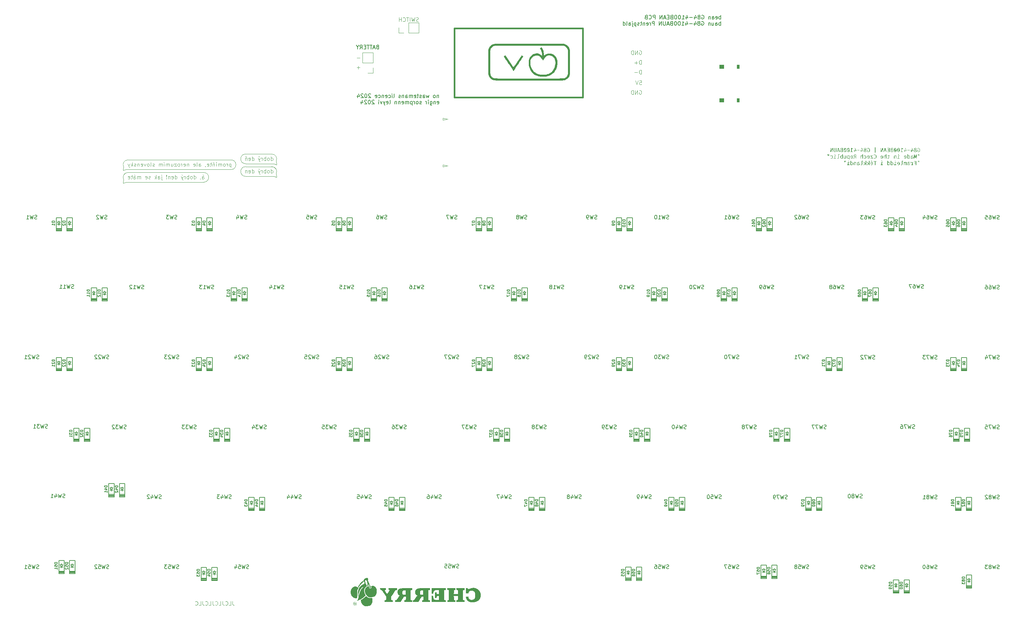
<source format=gbr>
%TF.GenerationSoftware,KiCad,Pcbnew,8.0.2*%
%TF.CreationDate,2024-05-05T23:04:00-07:00*%
%TF.ProjectId,g84_dropin,6738345f-6472-46f7-9069-6e2e6b696361,rev?*%
%TF.SameCoordinates,Original*%
%TF.FileFunction,Legend,Bot*%
%TF.FilePolarity,Positive*%
%FSLAX46Y46*%
G04 Gerber Fmt 4.6, Leading zero omitted, Abs format (unit mm)*
G04 Created by KiCad (PCBNEW 8.0.2) date 2024-05-05 23:04:00*
%MOMM*%
%LPD*%
G01*
G04 APERTURE LIST*
G04 Aperture macros list*
%AMRoundRect*
0 Rectangle with rounded corners*
0 $1 Rounding radius*
0 $2 $3 $4 $5 $6 $7 $8 $9 X,Y pos of 4 corners*
0 Add a 4 corners polygon primitive as box body*
4,1,4,$2,$3,$4,$5,$6,$7,$8,$9,$2,$3,0*
0 Add four circle primitives for the rounded corners*
1,1,$1+$1,$2,$3*
1,1,$1+$1,$4,$5*
1,1,$1+$1,$6,$7*
1,1,$1+$1,$8,$9*
0 Add four rect primitives between the rounded corners*
20,1,$1+$1,$2,$3,$4,$5,0*
20,1,$1+$1,$4,$5,$6,$7,0*
20,1,$1+$1,$6,$7,$8,$9,0*
20,1,$1+$1,$8,$9,$2,$3,0*%
G04 Aperture macros list end*
%ADD10C,0.100000*%
%ADD11C,0.150000*%
%ADD12C,0.000000*%
%ADD13C,0.381000*%
%ADD14C,0.120000*%
%ADD15C,0.200000*%
%ADD16C,1.752600*%
%ADD17O,1.000000X2.000000*%
%ADD18R,1.000000X3.000000*%
%ADD19R,1.700000X1.700000*%
%ADD20O,1.700000X1.700000*%
%ADD21C,0.670000*%
%ADD22RoundRect,0.500000X0.600000X-0.000010X0.600000X0.000010X-0.600000X0.000010X-0.600000X-0.000010X0*%
%ADD23RoundRect,0.500000X0.300000X-0.000010X0.300000X0.000010X-0.300000X0.000010X-0.300000X-0.000010X0*%
%ADD24C,0.787400*%
%ADD25C,1.550000*%
%ADD26C,2.600000*%
%ADD27C,2.000000*%
%ADD28C,4.000000*%
%ADD29R,1.000000X1.000000*%
%ADD30O,1.000000X1.000000*%
%ADD31R,1.300000X0.700000*%
G04 APERTURE END LIST*
D10*
X114490401Y-207372419D02*
X114490401Y-208086704D01*
X114490401Y-208086704D02*
X114538020Y-208229561D01*
X114538020Y-208229561D02*
X114633258Y-208324800D01*
X114633258Y-208324800D02*
X114776115Y-208372419D01*
X114776115Y-208372419D02*
X114871353Y-208372419D01*
X113538020Y-208372419D02*
X114014210Y-208372419D01*
X114014210Y-208372419D02*
X114014210Y-207372419D01*
X112633258Y-208277180D02*
X112680877Y-208324800D01*
X112680877Y-208324800D02*
X112823734Y-208372419D01*
X112823734Y-208372419D02*
X112918972Y-208372419D01*
X112918972Y-208372419D02*
X113061829Y-208324800D01*
X113061829Y-208324800D02*
X113157067Y-208229561D01*
X113157067Y-208229561D02*
X113204686Y-208134323D01*
X113204686Y-208134323D02*
X113252305Y-207943847D01*
X113252305Y-207943847D02*
X113252305Y-207800990D01*
X113252305Y-207800990D02*
X113204686Y-207610514D01*
X113204686Y-207610514D02*
X113157067Y-207515276D01*
X113157067Y-207515276D02*
X113061829Y-207420038D01*
X113061829Y-207420038D02*
X112918972Y-207372419D01*
X112918972Y-207372419D02*
X112823734Y-207372419D01*
X112823734Y-207372419D02*
X112680877Y-207420038D01*
X112680877Y-207420038D02*
X112633258Y-207467657D01*
X111918972Y-207372419D02*
X111918972Y-208086704D01*
X111918972Y-208086704D02*
X111966591Y-208229561D01*
X111966591Y-208229561D02*
X112061829Y-208324800D01*
X112061829Y-208324800D02*
X112204686Y-208372419D01*
X112204686Y-208372419D02*
X112299924Y-208372419D01*
X110966591Y-208372419D02*
X111442781Y-208372419D01*
X111442781Y-208372419D02*
X111442781Y-207372419D01*
X110061829Y-208277180D02*
X110109448Y-208324800D01*
X110109448Y-208324800D02*
X110252305Y-208372419D01*
X110252305Y-208372419D02*
X110347543Y-208372419D01*
X110347543Y-208372419D02*
X110490400Y-208324800D01*
X110490400Y-208324800D02*
X110585638Y-208229561D01*
X110585638Y-208229561D02*
X110633257Y-208134323D01*
X110633257Y-208134323D02*
X110680876Y-207943847D01*
X110680876Y-207943847D02*
X110680876Y-207800990D01*
X110680876Y-207800990D02*
X110633257Y-207610514D01*
X110633257Y-207610514D02*
X110585638Y-207515276D01*
X110585638Y-207515276D02*
X110490400Y-207420038D01*
X110490400Y-207420038D02*
X110347543Y-207372419D01*
X110347543Y-207372419D02*
X110252305Y-207372419D01*
X110252305Y-207372419D02*
X110109448Y-207420038D01*
X110109448Y-207420038D02*
X110061829Y-207467657D01*
X109347543Y-207372419D02*
X109347543Y-208086704D01*
X109347543Y-208086704D02*
X109395162Y-208229561D01*
X109395162Y-208229561D02*
X109490400Y-208324800D01*
X109490400Y-208324800D02*
X109633257Y-208372419D01*
X109633257Y-208372419D02*
X109728495Y-208372419D01*
X108395162Y-208372419D02*
X108871352Y-208372419D01*
X108871352Y-208372419D02*
X108871352Y-207372419D01*
X107490400Y-208277180D02*
X107538019Y-208324800D01*
X107538019Y-208324800D02*
X107680876Y-208372419D01*
X107680876Y-208372419D02*
X107776114Y-208372419D01*
X107776114Y-208372419D02*
X107918971Y-208324800D01*
X107918971Y-208324800D02*
X108014209Y-208229561D01*
X108014209Y-208229561D02*
X108061828Y-208134323D01*
X108061828Y-208134323D02*
X108109447Y-207943847D01*
X108109447Y-207943847D02*
X108109447Y-207800990D01*
X108109447Y-207800990D02*
X108061828Y-207610514D01*
X108061828Y-207610514D02*
X108014209Y-207515276D01*
X108014209Y-207515276D02*
X107918971Y-207420038D01*
X107918971Y-207420038D02*
X107776114Y-207372419D01*
X107776114Y-207372419D02*
X107680876Y-207372419D01*
X107680876Y-207372419D02*
X107538019Y-207420038D01*
X107538019Y-207420038D02*
X107490400Y-207467657D01*
X106776114Y-207372419D02*
X106776114Y-208086704D01*
X106776114Y-208086704D02*
X106823733Y-208229561D01*
X106823733Y-208229561D02*
X106918971Y-208324800D01*
X106918971Y-208324800D02*
X107061828Y-208372419D01*
X107061828Y-208372419D02*
X107157066Y-208372419D01*
X105823733Y-208372419D02*
X106299923Y-208372419D01*
X106299923Y-208372419D02*
X106299923Y-207372419D01*
X104918971Y-208277180D02*
X104966590Y-208324800D01*
X104966590Y-208324800D02*
X105109447Y-208372419D01*
X105109447Y-208372419D02*
X105204685Y-208372419D01*
X105204685Y-208372419D02*
X105347542Y-208324800D01*
X105347542Y-208324800D02*
X105442780Y-208229561D01*
X105442780Y-208229561D02*
X105490399Y-208134323D01*
X105490399Y-208134323D02*
X105538018Y-207943847D01*
X105538018Y-207943847D02*
X105538018Y-207800990D01*
X105538018Y-207800990D02*
X105490399Y-207610514D01*
X105490399Y-207610514D02*
X105442780Y-207515276D01*
X105442780Y-207515276D02*
X105347542Y-207420038D01*
X105347542Y-207420038D02*
X105204685Y-207372419D01*
X105204685Y-207372419D02*
X105109447Y-207372419D01*
X105109447Y-207372419D02*
X104966590Y-207420038D01*
X104966590Y-207420038D02*
X104918971Y-207467657D01*
G36*
X290879860Y-91735631D02*
G01*
X290933073Y-91732489D01*
X290982804Y-91723061D01*
X291037885Y-91703452D01*
X291087951Y-91674793D01*
X291133002Y-91637083D01*
X291160251Y-91606915D01*
X291190366Y-91563443D01*
X291215377Y-91513626D01*
X291235284Y-91457464D01*
X291247534Y-91407967D01*
X291256518Y-91354409D01*
X291262235Y-91296791D01*
X291264685Y-91235112D01*
X291264787Y-91219057D01*
X291263150Y-91164097D01*
X291258242Y-91112268D01*
X291250061Y-91063572D01*
X291236704Y-91011754D01*
X291230593Y-90993377D01*
X291211954Y-90947139D01*
X291187299Y-90899901D01*
X291158742Y-90857726D01*
X291137536Y-90832421D01*
X291099292Y-90795188D01*
X291058138Y-90764396D01*
X291014074Y-90740043D01*
X291004912Y-90735945D01*
X290958086Y-90719072D01*
X290910116Y-90708449D01*
X290861000Y-90704074D01*
X290851039Y-90703949D01*
X290799223Y-90706152D01*
X290747722Y-90713765D01*
X290698454Y-90728421D01*
X290690327Y-90731793D01*
X290643158Y-90756133D01*
X290601368Y-90784842D01*
X290568206Y-90812882D01*
X290643677Y-90892016D01*
X290683701Y-90857565D01*
X290726624Y-90831576D01*
X290772446Y-90814048D01*
X290821165Y-90804982D01*
X290850307Y-90803600D01*
X290903132Y-90809096D01*
X290949744Y-90823789D01*
X290986594Y-90842679D01*
X291027928Y-90875496D01*
X291060595Y-90915949D01*
X291085999Y-90961003D01*
X291091130Y-90972128D01*
X291108654Y-91021557D01*
X291119881Y-91071569D01*
X291127274Y-91127892D01*
X291130560Y-91181192D01*
X291131186Y-91219302D01*
X291130144Y-91272581D01*
X291127018Y-91322021D01*
X291120181Y-91378422D01*
X291110088Y-91428825D01*
X291093679Y-91481390D01*
X291068610Y-91531797D01*
X291064508Y-91538039D01*
X291032249Y-91576201D01*
X290988083Y-91608338D01*
X290936131Y-91628233D01*
X290884288Y-91635597D01*
X290868381Y-91635980D01*
X290818891Y-91632927D01*
X290765186Y-91622194D01*
X290713567Y-91603732D01*
X290680314Y-91587131D01*
X290680314Y-91272547D01*
X290874731Y-91272547D01*
X290889874Y-91172896D01*
X290556727Y-91172896D01*
X290556727Y-91654298D01*
X290603775Y-91676815D01*
X290652901Y-91696676D01*
X290699364Y-91712428D01*
X290749525Y-91724664D01*
X290799523Y-91731802D01*
X290854119Y-91735268D01*
X290879860Y-91735631D01*
G37*
G36*
X290041499Y-90703964D02*
G01*
X290091241Y-90708223D01*
X290139316Y-90719092D01*
X290145788Y-90721021D01*
X290192385Y-90739748D01*
X290235547Y-90765987D01*
X290241008Y-90770026D01*
X290277831Y-90804824D01*
X290307355Y-90847564D01*
X290318109Y-90870321D01*
X290331073Y-90917669D01*
X290334954Y-90967243D01*
X290331805Y-91012265D01*
X290319403Y-91060838D01*
X290295143Y-91105729D01*
X290263241Y-91141101D01*
X290222277Y-91172665D01*
X290177173Y-91198053D01*
X290199029Y-91208818D01*
X290244159Y-91235413D01*
X290283685Y-91265293D01*
X290321032Y-91302344D01*
X290330722Y-91314319D01*
X290356139Y-91357863D01*
X290370965Y-91406988D01*
X290375254Y-91455973D01*
X290371414Y-91503882D01*
X290358319Y-91553000D01*
X290335931Y-91598367D01*
X290304573Y-91638769D01*
X290264902Y-91672995D01*
X290221625Y-91698750D01*
X290192517Y-91711284D01*
X290144796Y-91725222D01*
X290092207Y-91733326D01*
X290041374Y-91735631D01*
X290015801Y-91735059D01*
X289961471Y-91729585D01*
X289911585Y-91718315D01*
X289861367Y-91698995D01*
X289817127Y-91673425D01*
X289776286Y-91639128D01*
X289743642Y-91598367D01*
X289721617Y-91556774D01*
X289706812Y-91507330D01*
X289701900Y-91454263D01*
X289828883Y-91454263D01*
X289833230Y-91496042D01*
X289852550Y-91545375D01*
X289883838Y-91584200D01*
X289890896Y-91590471D01*
X289936470Y-91617726D01*
X289987818Y-91631884D01*
X290042107Y-91635980D01*
X290054731Y-91635791D01*
X290106629Y-91630266D01*
X290154867Y-91615153D01*
X290196468Y-91587620D01*
X290225948Y-91550188D01*
X290243191Y-91504386D01*
X290248248Y-91455484D01*
X290244558Y-91406463D01*
X290230025Y-91355574D01*
X290201598Y-91311381D01*
X290177372Y-91287201D01*
X290137656Y-91256427D01*
X290093886Y-91232247D01*
X290051273Y-91247046D01*
X290003230Y-91265029D01*
X289955889Y-91284515D01*
X289944943Y-91289439D01*
X289899876Y-91315485D01*
X289862588Y-91348995D01*
X289854689Y-91359081D01*
X289834446Y-91404723D01*
X289828883Y-91454263D01*
X289701900Y-91454263D01*
X289701877Y-91454019D01*
X289702101Y-91442695D01*
X289709948Y-91388909D01*
X289729006Y-91339846D01*
X289759274Y-91295505D01*
X289782189Y-91271262D01*
X289821777Y-91238440D01*
X289867626Y-91209868D01*
X289913635Y-91188039D01*
X289903465Y-91182240D01*
X289861382Y-91155436D01*
X289821692Y-91124295D01*
X289786629Y-91088387D01*
X289767074Y-91060254D01*
X289748218Y-91013302D01*
X289742779Y-90967732D01*
X289861123Y-90967732D01*
X289861661Y-90984351D01*
X289870842Y-91032621D01*
X289895561Y-91077397D01*
X289914948Y-91097898D01*
X289955698Y-91130626D01*
X289999120Y-91157752D01*
X290019522Y-91150983D01*
X290068492Y-91133607D01*
X290114647Y-91115254D01*
X290153042Y-91094751D01*
X290189630Y-91061521D01*
X290209230Y-91022442D01*
X290215764Y-90971151D01*
X290213531Y-90938201D01*
X290199318Y-90889492D01*
X290169113Y-90847808D01*
X290136307Y-90824496D01*
X290087306Y-90807918D01*
X290038443Y-90803600D01*
X290003211Y-90805716D01*
X289951405Y-90819185D01*
X289907529Y-90847808D01*
X289889447Y-90868657D01*
X289867649Y-90915376D01*
X289861123Y-90967732D01*
X289742779Y-90967732D01*
X289741933Y-90960648D01*
X289746250Y-90907950D01*
X289760971Y-90857310D01*
X289786140Y-90814347D01*
X289812901Y-90784732D01*
X289854472Y-90752698D01*
X289898492Y-90730816D01*
X289941440Y-90716648D01*
X289989509Y-90707124D01*
X290038443Y-90703949D01*
X290041499Y-90703964D01*
G37*
G36*
X288977452Y-91094738D02*
G01*
X288977452Y-91376106D01*
X288849713Y-91376106D01*
X288849713Y-91475757D01*
X288977452Y-91475757D01*
X288977452Y-91720000D01*
X289093712Y-91720000D01*
X289094445Y-91475757D01*
X289505261Y-91475757D01*
X289505261Y-91385875D01*
X289215101Y-90702728D01*
X289114717Y-90745715D01*
X289377278Y-91376106D01*
X289093712Y-91376106D01*
X289078080Y-91094738D01*
X288977452Y-91094738D01*
G37*
G36*
X288604982Y-91313579D02*
G01*
X288604982Y-91213928D01*
X288029302Y-91213928D01*
X288029302Y-91313579D01*
X288604982Y-91313579D01*
G37*
G36*
X287256029Y-91094738D02*
G01*
X287256029Y-91376106D01*
X287128290Y-91376106D01*
X287128290Y-91475757D01*
X287256029Y-91475757D01*
X287256029Y-91720000D01*
X287372288Y-91720000D01*
X287373021Y-91475757D01*
X287783838Y-91475757D01*
X287783838Y-91385875D01*
X287493677Y-90702728D01*
X287393293Y-90745715D01*
X287655854Y-91376106D01*
X287372288Y-91376106D01*
X287356657Y-91094738D01*
X287256029Y-91094738D01*
G37*
G36*
X286283454Y-91620348D02*
G01*
X286283454Y-91720000D01*
X286854249Y-91720000D01*
X286854249Y-91620348D01*
X286610739Y-91620348D01*
X286610739Y-90863196D01*
X286837641Y-91000704D01*
X286889909Y-90914975D01*
X286595596Y-90719581D01*
X286490083Y-90719581D01*
X286490083Y-91620348D01*
X286283454Y-91620348D01*
G37*
G36*
X285754519Y-90704471D02*
G01*
X285809806Y-90712299D01*
X285859666Y-90729521D01*
X285904099Y-90756137D01*
X285943105Y-90792147D01*
X285976685Y-90837550D01*
X285981734Y-90845997D01*
X286004574Y-90891595D01*
X286023408Y-90942797D01*
X286038234Y-90999605D01*
X286047210Y-91049087D01*
X286053621Y-91102157D01*
X286057468Y-91158813D01*
X286058750Y-91219057D01*
X286058670Y-91234500D01*
X286056747Y-91294025D01*
X286052259Y-91349955D01*
X286045206Y-91402289D01*
X286035589Y-91451029D01*
X286019962Y-91506899D01*
X286000327Y-91557151D01*
X285976685Y-91601786D01*
X285966095Y-91617994D01*
X285930706Y-91660343D01*
X285889891Y-91693282D01*
X285843649Y-91716809D01*
X285791980Y-91730926D01*
X285734884Y-91735631D01*
X285715280Y-91735108D01*
X285660085Y-91727266D01*
X285610317Y-91710012D01*
X285565975Y-91683348D01*
X285527060Y-91647272D01*
X285493572Y-91601786D01*
X285488508Y-91593308D01*
X285465600Y-91547550D01*
X285446710Y-91496174D01*
X285431840Y-91439181D01*
X285422837Y-91389543D01*
X285416407Y-91336309D01*
X285412549Y-91279481D01*
X285411367Y-91223942D01*
X285538269Y-91223942D01*
X285539089Y-91276745D01*
X285542423Y-91337381D01*
X285548320Y-91392054D01*
X285556781Y-91440764D01*
X285570320Y-91491345D01*
X285590781Y-91539504D01*
X285604466Y-91562116D01*
X285639779Y-91601968D01*
X285686357Y-91628349D01*
X285734884Y-91635980D01*
X285783991Y-91629826D01*
X285829081Y-91608842D01*
X285864822Y-91572965D01*
X285564159Y-90965533D01*
X285552832Y-91016580D01*
X285545576Y-91068659D01*
X285541328Y-91118805D01*
X285538901Y-91174035D01*
X285538269Y-91223942D01*
X285411367Y-91223942D01*
X285411263Y-91219057D01*
X285411343Y-91203660D01*
X285413272Y-91144313D01*
X285417773Y-91088553D01*
X285424847Y-91036380D01*
X285434493Y-90987795D01*
X285450167Y-90932108D01*
X285469860Y-90882027D01*
X285473129Y-90875896D01*
X285603482Y-90875896D01*
X285905854Y-91481374D01*
X285916861Y-91429442D01*
X285923911Y-91376739D01*
X285928039Y-91326169D01*
X285930397Y-91270619D01*
X285931011Y-91220523D01*
X285930195Y-91166965D01*
X285926877Y-91105492D01*
X285921007Y-91050101D01*
X285912585Y-91000792D01*
X285899110Y-90949649D01*
X285878743Y-90901053D01*
X285865009Y-90878213D01*
X285829668Y-90837956D01*
X285783195Y-90811309D01*
X285734884Y-90803600D01*
X285729551Y-90803671D01*
X285680568Y-90812143D01*
X285635834Y-90837771D01*
X285603482Y-90875896D01*
X285473129Y-90875896D01*
X285493572Y-90837550D01*
X285504132Y-90821372D01*
X285539429Y-90779100D01*
X285580153Y-90746221D01*
X285626303Y-90722737D01*
X285677880Y-90708646D01*
X285734884Y-90703949D01*
X285754519Y-90704471D01*
G37*
G36*
X284893807Y-90704471D02*
G01*
X284949094Y-90712299D01*
X284998954Y-90729521D01*
X285043387Y-90756137D01*
X285082393Y-90792147D01*
X285115973Y-90837550D01*
X285121022Y-90845997D01*
X285143862Y-90891595D01*
X285162696Y-90942797D01*
X285177522Y-90999605D01*
X285186498Y-91049087D01*
X285192909Y-91102157D01*
X285196756Y-91158813D01*
X285198039Y-91219057D01*
X285197958Y-91234500D01*
X285196035Y-91294025D01*
X285191547Y-91349955D01*
X285184495Y-91402289D01*
X285174877Y-91451029D01*
X285159250Y-91506899D01*
X285139615Y-91557151D01*
X285115973Y-91601786D01*
X285105383Y-91617994D01*
X285069994Y-91660343D01*
X285029179Y-91693282D01*
X284982937Y-91716809D01*
X284931268Y-91730926D01*
X284874173Y-91735631D01*
X284854568Y-91735108D01*
X284799373Y-91727266D01*
X284749605Y-91710012D01*
X284705263Y-91683348D01*
X284666349Y-91647272D01*
X284632861Y-91601786D01*
X284627797Y-91593308D01*
X284604888Y-91547550D01*
X284585999Y-91496174D01*
X284571128Y-91439181D01*
X284562126Y-91389543D01*
X284555695Y-91336309D01*
X284551837Y-91279481D01*
X284550655Y-91223942D01*
X284677557Y-91223942D01*
X284678378Y-91276745D01*
X284681711Y-91337381D01*
X284687608Y-91392054D01*
X284696070Y-91440764D01*
X284709608Y-91491345D01*
X284730069Y-91539504D01*
X284743755Y-91562116D01*
X284779067Y-91601968D01*
X284825645Y-91628349D01*
X284874173Y-91635980D01*
X284923279Y-91629826D01*
X284968370Y-91608842D01*
X285004110Y-91572965D01*
X284703447Y-90965533D01*
X284692120Y-91016580D01*
X284684864Y-91068659D01*
X284680616Y-91118805D01*
X284678189Y-91174035D01*
X284677557Y-91223942D01*
X284550655Y-91223942D01*
X284550551Y-91219057D01*
X284550631Y-91203660D01*
X284552560Y-91144313D01*
X284557062Y-91088553D01*
X284564135Y-91036380D01*
X284573781Y-90987795D01*
X284589455Y-90932108D01*
X284609148Y-90882027D01*
X284612417Y-90875896D01*
X284742770Y-90875896D01*
X285045143Y-91481374D01*
X285056149Y-91429442D01*
X285063200Y-91376739D01*
X285067327Y-91326169D01*
X285069685Y-91270619D01*
X285070300Y-91220523D01*
X285069483Y-91166965D01*
X285066165Y-91105492D01*
X285060295Y-91050101D01*
X285051873Y-91000792D01*
X285038398Y-90949649D01*
X285018032Y-90901053D01*
X285004297Y-90878213D01*
X284968956Y-90837956D01*
X284922483Y-90811309D01*
X284874173Y-90803600D01*
X284868839Y-90803671D01*
X284819857Y-90812143D01*
X284775123Y-90837771D01*
X284742770Y-90875896D01*
X284612417Y-90875896D01*
X284632861Y-90837550D01*
X284643420Y-90821372D01*
X284678717Y-90779100D01*
X284719441Y-90746221D01*
X284765591Y-90722737D01*
X284817169Y-90708646D01*
X284874173Y-90703949D01*
X284893807Y-90704471D01*
G37*
G36*
X284305819Y-91720000D02*
G01*
X284040083Y-91720000D01*
X284006164Y-91719129D01*
X283955858Y-91714561D01*
X283906238Y-91706078D01*
X283882029Y-91700130D01*
X283832523Y-91682884D01*
X283787048Y-91659672D01*
X283767745Y-91646717D01*
X283731106Y-91613347D01*
X283701563Y-91572721D01*
X283686096Y-91539959D01*
X283673348Y-91489664D01*
X283669917Y-91441807D01*
X283800969Y-91441807D01*
X283801504Y-91459923D01*
X283810620Y-91510946D01*
X283835163Y-91554891D01*
X283873204Y-91587070D01*
X283919427Y-91606915D01*
X283969375Y-91616990D01*
X284018590Y-91620348D01*
X284181500Y-91620348D01*
X284181500Y-91251053D01*
X284012728Y-91251053D01*
X284009150Y-91251069D01*
X283957651Y-91255083D01*
X283907215Y-91267173D01*
X283866293Y-91287813D01*
X283830034Y-91324570D01*
X283820157Y-91341269D01*
X283805057Y-91389714D01*
X283800969Y-91441807D01*
X283669917Y-91441807D01*
X283669567Y-91436922D01*
X283671203Y-91402002D01*
X283681622Y-91349698D01*
X283703761Y-91303810D01*
X283712588Y-91291743D01*
X283747871Y-91255639D01*
X283789979Y-91229071D01*
X283799754Y-91224538D01*
X283845943Y-91207013D01*
X283896468Y-91194877D01*
X283850429Y-91179856D01*
X283807076Y-91156775D01*
X283769035Y-91125146D01*
X283738932Y-91084480D01*
X283732807Y-91072870D01*
X283717111Y-91023762D01*
X283713328Y-90980188D01*
X283840537Y-90980188D01*
X283843483Y-91022152D01*
X283857155Y-91069733D01*
X283887676Y-91110858D01*
X283920968Y-91132239D01*
X283971435Y-91147443D01*
X284022254Y-91151402D01*
X284181500Y-91151402D01*
X284181500Y-90819232D01*
X284034466Y-90819232D01*
X283986902Y-90822149D01*
X283936902Y-90833638D01*
X283892561Y-90856113D01*
X283865126Y-90884076D01*
X283845617Y-90930605D01*
X283840537Y-90980188D01*
X283713328Y-90980188D01*
X283712798Y-90974082D01*
X283713845Y-90947206D01*
X283722226Y-90898708D01*
X283742595Y-90850983D01*
X283750365Y-90838970D01*
X283782609Y-90801971D01*
X283822707Y-90772826D01*
X283838658Y-90764160D01*
X283886556Y-90744339D01*
X283935303Y-90731793D01*
X283958819Y-90727643D01*
X284010242Y-90721596D01*
X284062309Y-90719581D01*
X284305819Y-90719581D01*
X284305819Y-91720000D01*
G37*
G36*
X283278534Y-90819232D02*
G01*
X283278534Y-91157264D01*
X282912414Y-91157264D01*
X282912414Y-91256915D01*
X283278534Y-91256915D01*
X283278534Y-91620348D01*
X282829127Y-91620348D01*
X282829127Y-91720000D01*
X283403342Y-91720000D01*
X283403342Y-90719581D01*
X282842072Y-90719581D01*
X282856238Y-90819232D01*
X283278534Y-90819232D01*
G37*
G36*
X282693328Y-91720000D02*
G01*
X282570718Y-91720000D01*
X282491584Y-91460125D01*
X282100307Y-91460125D01*
X282021416Y-91720000D01*
X281890746Y-91720000D01*
X282006346Y-91360474D01*
X282132791Y-91360474D01*
X282459344Y-91360474D01*
X282294968Y-90833642D01*
X282132791Y-91360474D01*
X282006346Y-91360474D01*
X282212414Y-90719581D01*
X282371905Y-90719581D01*
X282693328Y-91720000D01*
G37*
G36*
X281295038Y-91720000D02*
G01*
X281643084Y-90853182D01*
X281640363Y-90903888D01*
X281638199Y-90934515D01*
X281634788Y-90985919D01*
X281631926Y-91038664D01*
X281630383Y-91071779D01*
X281628297Y-91125061D01*
X281627077Y-91178112D01*
X281626720Y-91226140D01*
X281626720Y-91720000D01*
X281742247Y-91720000D01*
X281742247Y-90719581D01*
X281573475Y-90719581D01*
X281219567Y-91604961D01*
X281222727Y-91553533D01*
X281224696Y-91527536D01*
X281227989Y-91477707D01*
X281230885Y-91424985D01*
X281232512Y-91391249D01*
X281234444Y-91340435D01*
X281235660Y-91287522D01*
X281236143Y-91238106D01*
X281236175Y-91221256D01*
X281236175Y-90719581D01*
X281120648Y-90719581D01*
X281120648Y-91720000D01*
X281295038Y-91720000D01*
G37*
G36*
X279656901Y-90539818D02*
G01*
X279656901Y-91860683D01*
X279764612Y-91860683D01*
X279764612Y-90539818D01*
X279656901Y-90539818D01*
G37*
G36*
X277969183Y-91735631D02*
G01*
X278022396Y-91732489D01*
X278072128Y-91723061D01*
X278127208Y-91703452D01*
X278177274Y-91674793D01*
X278222325Y-91637083D01*
X278249574Y-91606915D01*
X278279689Y-91563443D01*
X278304700Y-91513626D01*
X278324607Y-91457464D01*
X278336857Y-91407967D01*
X278345841Y-91354409D01*
X278351558Y-91296791D01*
X278354008Y-91235112D01*
X278354110Y-91219057D01*
X278352474Y-91164097D01*
X278347565Y-91112268D01*
X278339384Y-91063572D01*
X278326027Y-91011754D01*
X278319916Y-90993377D01*
X278301277Y-90947139D01*
X278276623Y-90899901D01*
X278248065Y-90857726D01*
X278226859Y-90832421D01*
X278188615Y-90795188D01*
X278147461Y-90764396D01*
X278103397Y-90740043D01*
X278094235Y-90735945D01*
X278047409Y-90719072D01*
X277999439Y-90708449D01*
X277950323Y-90704074D01*
X277940362Y-90703949D01*
X277888546Y-90706152D01*
X277837045Y-90713765D01*
X277787777Y-90728421D01*
X277779651Y-90731793D01*
X277732481Y-90756133D01*
X277690691Y-90784842D01*
X277657529Y-90812882D01*
X277733000Y-90892016D01*
X277773025Y-90857565D01*
X277815947Y-90831576D01*
X277861769Y-90814048D01*
X277910488Y-90804982D01*
X277939630Y-90803600D01*
X277992455Y-90809096D01*
X278039067Y-90823789D01*
X278075917Y-90842679D01*
X278117251Y-90875496D01*
X278149918Y-90915949D01*
X278175322Y-90961003D01*
X278180453Y-90972128D01*
X278197978Y-91021557D01*
X278209204Y-91071569D01*
X278216597Y-91127892D01*
X278219883Y-91181192D01*
X278220509Y-91219302D01*
X278219467Y-91272581D01*
X278216342Y-91322021D01*
X278209504Y-91378422D01*
X278199411Y-91428825D01*
X278183002Y-91481390D01*
X278157933Y-91531797D01*
X278153831Y-91538039D01*
X278121572Y-91576201D01*
X278077406Y-91608338D01*
X278025455Y-91628233D01*
X277973611Y-91635597D01*
X277957704Y-91635980D01*
X277908214Y-91632927D01*
X277854509Y-91622194D01*
X277802890Y-91603732D01*
X277769637Y-91587131D01*
X277769637Y-91272547D01*
X277964054Y-91272547D01*
X277979197Y-91172896D01*
X277646050Y-91172896D01*
X277646050Y-91654298D01*
X277693098Y-91676815D01*
X277742224Y-91696676D01*
X277788688Y-91712428D01*
X277838848Y-91724664D01*
X277888846Y-91731802D01*
X277943442Y-91735268D01*
X277969183Y-91735631D01*
G37*
G36*
X277130823Y-90703964D02*
G01*
X277180564Y-90708223D01*
X277228639Y-90719092D01*
X277235111Y-90721021D01*
X277281708Y-90739748D01*
X277324870Y-90765987D01*
X277330332Y-90770026D01*
X277367154Y-90804824D01*
X277396678Y-90847564D01*
X277407432Y-90870321D01*
X277420396Y-90917669D01*
X277424277Y-90967243D01*
X277421128Y-91012265D01*
X277408726Y-91060838D01*
X277384466Y-91105729D01*
X277352564Y-91141101D01*
X277311600Y-91172665D01*
X277266496Y-91198053D01*
X277288352Y-91208818D01*
X277333482Y-91235413D01*
X277373008Y-91265293D01*
X277410355Y-91302344D01*
X277420045Y-91314319D01*
X277445462Y-91357863D01*
X277460288Y-91406988D01*
X277464577Y-91455973D01*
X277460737Y-91503882D01*
X277447642Y-91553000D01*
X277425254Y-91598367D01*
X277393896Y-91638769D01*
X277354225Y-91672995D01*
X277310949Y-91698750D01*
X277281840Y-91711284D01*
X277234119Y-91725222D01*
X277181530Y-91733326D01*
X277130697Y-91735631D01*
X277105124Y-91735059D01*
X277050794Y-91729585D01*
X277000908Y-91718315D01*
X276950690Y-91698995D01*
X276906450Y-91673425D01*
X276865609Y-91639128D01*
X276832965Y-91598367D01*
X276810941Y-91556774D01*
X276796135Y-91507330D01*
X276791223Y-91454263D01*
X276918206Y-91454263D01*
X276922553Y-91496042D01*
X276941873Y-91545375D01*
X276973161Y-91584200D01*
X276980219Y-91590471D01*
X277025793Y-91617726D01*
X277077141Y-91631884D01*
X277131430Y-91635980D01*
X277144054Y-91635791D01*
X277195952Y-91630266D01*
X277244190Y-91615153D01*
X277285792Y-91587620D01*
X277315271Y-91550188D01*
X277332514Y-91504386D01*
X277337571Y-91455484D01*
X277333881Y-91406463D01*
X277319348Y-91355574D01*
X277290921Y-91311381D01*
X277266695Y-91287201D01*
X277226979Y-91256427D01*
X277183210Y-91232247D01*
X277140596Y-91247046D01*
X277092553Y-91265029D01*
X277045212Y-91284515D01*
X277034266Y-91289439D01*
X276989199Y-91315485D01*
X276951912Y-91348995D01*
X276944012Y-91359081D01*
X276923769Y-91404723D01*
X276918206Y-91454263D01*
X276791223Y-91454263D01*
X276791200Y-91454019D01*
X276791424Y-91442695D01*
X276799271Y-91388909D01*
X276818329Y-91339846D01*
X276848597Y-91295505D01*
X276871512Y-91271262D01*
X276911101Y-91238440D01*
X276956949Y-91209868D01*
X277002958Y-91188039D01*
X276992788Y-91182240D01*
X276950705Y-91155436D01*
X276911015Y-91124295D01*
X276875952Y-91088387D01*
X276856397Y-91060254D01*
X276837541Y-91013302D01*
X276832102Y-90967732D01*
X276950446Y-90967732D01*
X276950984Y-90984351D01*
X276960166Y-91032621D01*
X276984884Y-91077397D01*
X277004271Y-91097898D01*
X277045021Y-91130626D01*
X277088443Y-91157752D01*
X277108845Y-91150983D01*
X277157815Y-91133607D01*
X277203970Y-91115254D01*
X277242365Y-91094751D01*
X277278953Y-91061521D01*
X277298553Y-91022442D01*
X277305087Y-90971151D01*
X277302854Y-90938201D01*
X277288641Y-90889492D01*
X277258436Y-90847808D01*
X277225631Y-90824496D01*
X277176629Y-90807918D01*
X277127766Y-90803600D01*
X277092534Y-90805716D01*
X277040728Y-90819185D01*
X276996852Y-90847808D01*
X276978770Y-90868657D01*
X276956972Y-90915376D01*
X276950446Y-90967732D01*
X276832102Y-90967732D01*
X276831256Y-90960648D01*
X276835573Y-90907950D01*
X276850294Y-90857310D01*
X276875464Y-90814347D01*
X276902224Y-90784732D01*
X276943795Y-90752698D01*
X276987815Y-90730816D01*
X277030763Y-90716648D01*
X277078832Y-90707124D01*
X277127766Y-90703949D01*
X277130823Y-90703964D01*
G37*
G36*
X276066775Y-91094738D02*
G01*
X276066775Y-91376106D01*
X275939036Y-91376106D01*
X275939036Y-91475757D01*
X276066775Y-91475757D01*
X276066775Y-91720000D01*
X276183035Y-91720000D01*
X276183768Y-91475757D01*
X276594584Y-91475757D01*
X276594584Y-91385875D01*
X276304424Y-90702728D01*
X276204040Y-90745715D01*
X276466601Y-91376106D01*
X276183035Y-91376106D01*
X276167404Y-91094738D01*
X276066775Y-91094738D01*
G37*
G36*
X275694305Y-91313579D02*
G01*
X275694305Y-91213928D01*
X275118625Y-91213928D01*
X275118625Y-91313579D01*
X275694305Y-91313579D01*
G37*
G36*
X274345352Y-91094738D02*
G01*
X274345352Y-91376106D01*
X274217613Y-91376106D01*
X274217613Y-91475757D01*
X274345352Y-91475757D01*
X274345352Y-91720000D01*
X274461612Y-91720000D01*
X274462344Y-91475757D01*
X274873161Y-91475757D01*
X274873161Y-91385875D01*
X274583000Y-90702728D01*
X274482616Y-90745715D01*
X274745177Y-91376106D01*
X274461612Y-91376106D01*
X274445980Y-91094738D01*
X274345352Y-91094738D01*
G37*
G36*
X273372777Y-91620348D02*
G01*
X273372777Y-91720000D01*
X273943572Y-91720000D01*
X273943572Y-91620348D01*
X273700062Y-91620348D01*
X273700062Y-90863196D01*
X273926964Y-91000704D01*
X273979232Y-90914975D01*
X273684919Y-90719581D01*
X273579406Y-90719581D01*
X273579406Y-91620348D01*
X273372777Y-91620348D01*
G37*
G36*
X272843842Y-90704471D02*
G01*
X272899129Y-90712299D01*
X272948989Y-90729521D01*
X272993422Y-90756137D01*
X273032428Y-90792147D01*
X273066008Y-90837550D01*
X273071057Y-90845997D01*
X273093897Y-90891595D01*
X273112731Y-90942797D01*
X273127557Y-90999605D01*
X273136533Y-91049087D01*
X273142944Y-91102157D01*
X273146791Y-91158813D01*
X273148073Y-91219057D01*
X273147993Y-91234500D01*
X273146070Y-91294025D01*
X273141582Y-91349955D01*
X273134529Y-91402289D01*
X273124912Y-91451029D01*
X273109285Y-91506899D01*
X273089650Y-91557151D01*
X273066008Y-91601786D01*
X273055418Y-91617994D01*
X273020029Y-91660343D01*
X272979214Y-91693282D01*
X272932972Y-91716809D01*
X272881303Y-91730926D01*
X272824207Y-91735631D01*
X272804603Y-91735108D01*
X272749408Y-91727266D01*
X272699640Y-91710012D01*
X272655298Y-91683348D01*
X272616384Y-91647272D01*
X272582896Y-91601786D01*
X272577832Y-91593308D01*
X272554923Y-91547550D01*
X272536034Y-91496174D01*
X272521163Y-91439181D01*
X272512161Y-91389543D01*
X272505730Y-91336309D01*
X272501872Y-91279481D01*
X272500690Y-91223942D01*
X272627592Y-91223942D01*
X272628412Y-91276745D01*
X272631746Y-91337381D01*
X272637643Y-91392054D01*
X272646105Y-91440764D01*
X272659643Y-91491345D01*
X272680104Y-91539504D01*
X272693789Y-91562116D01*
X272729102Y-91601968D01*
X272775680Y-91628349D01*
X272824207Y-91635980D01*
X272873314Y-91629826D01*
X272918405Y-91608842D01*
X272954145Y-91572965D01*
X272653482Y-90965533D01*
X272642155Y-91016580D01*
X272634899Y-91068659D01*
X272630651Y-91118805D01*
X272628224Y-91174035D01*
X272627592Y-91223942D01*
X272500690Y-91223942D01*
X272500586Y-91219057D01*
X272500666Y-91203660D01*
X272502595Y-91144313D01*
X272507097Y-91088553D01*
X272514170Y-91036380D01*
X272523816Y-90987795D01*
X272539490Y-90932108D01*
X272559183Y-90882027D01*
X272562452Y-90875896D01*
X272692805Y-90875896D01*
X272995177Y-91481374D01*
X273006184Y-91429442D01*
X273013234Y-91376739D01*
X273017362Y-91326169D01*
X273019720Y-91270619D01*
X273020334Y-91220523D01*
X273019518Y-91166965D01*
X273016200Y-91105492D01*
X273010330Y-91050101D01*
X273001908Y-91000792D01*
X272988433Y-90949649D01*
X272968066Y-90901053D01*
X272954332Y-90878213D01*
X272918991Y-90837956D01*
X272872518Y-90811309D01*
X272824207Y-90803600D01*
X272818874Y-90803671D01*
X272769892Y-90812143D01*
X272725157Y-90837771D01*
X272692805Y-90875896D01*
X272562452Y-90875896D01*
X272582896Y-90837550D01*
X272593455Y-90821372D01*
X272628752Y-90779100D01*
X272669476Y-90746221D01*
X272715626Y-90722737D01*
X272767203Y-90708646D01*
X272824207Y-90703949D01*
X272843842Y-90704471D01*
G37*
G36*
X271983130Y-90704471D02*
G01*
X272038417Y-90712299D01*
X272088277Y-90729521D01*
X272132710Y-90756137D01*
X272171717Y-90792147D01*
X272205296Y-90837550D01*
X272210345Y-90845997D01*
X272233186Y-90891595D01*
X272252019Y-90942797D01*
X272266845Y-90999605D01*
X272275821Y-91049087D01*
X272282233Y-91102157D01*
X272286079Y-91158813D01*
X272287362Y-91219057D01*
X272287282Y-91234500D01*
X272285358Y-91294025D01*
X272280870Y-91349955D01*
X272273818Y-91402289D01*
X272264201Y-91451029D01*
X272248573Y-91506899D01*
X272228938Y-91557151D01*
X272205296Y-91601786D01*
X272194706Y-91617994D01*
X272159317Y-91660343D01*
X272118502Y-91693282D01*
X272072260Y-91716809D01*
X272020591Y-91730926D01*
X271963496Y-91735631D01*
X271943891Y-91735108D01*
X271888696Y-91727266D01*
X271838928Y-91710012D01*
X271794586Y-91683348D01*
X271755672Y-91647272D01*
X271722184Y-91601786D01*
X271717120Y-91593308D01*
X271694211Y-91547550D01*
X271675322Y-91496174D01*
X271660451Y-91439181D01*
X271651449Y-91389543D01*
X271645018Y-91336309D01*
X271641160Y-91279481D01*
X271639978Y-91223942D01*
X271766880Y-91223942D01*
X271767701Y-91276745D01*
X271771034Y-91337381D01*
X271776931Y-91392054D01*
X271785393Y-91440764D01*
X271798931Y-91491345D01*
X271819392Y-91539504D01*
X271833078Y-91562116D01*
X271868390Y-91601968D01*
X271914968Y-91628349D01*
X271963496Y-91635980D01*
X272012602Y-91629826D01*
X272057693Y-91608842D01*
X272093433Y-91572965D01*
X271792770Y-90965533D01*
X271781443Y-91016580D01*
X271774187Y-91068659D01*
X271769939Y-91118805D01*
X271767512Y-91174035D01*
X271766880Y-91223942D01*
X271639978Y-91223942D01*
X271639874Y-91219057D01*
X271639954Y-91203660D01*
X271641883Y-91144313D01*
X271646385Y-91088553D01*
X271653458Y-91036380D01*
X271663104Y-90987795D01*
X271678778Y-90932108D01*
X271698471Y-90882027D01*
X271701740Y-90875896D01*
X271832093Y-90875896D01*
X272134466Y-91481374D01*
X272145472Y-91429442D01*
X272152523Y-91376739D01*
X272156650Y-91326169D01*
X272159008Y-91270619D01*
X272159623Y-91220523D01*
X272158806Y-91166965D01*
X272155488Y-91105492D01*
X272149618Y-91050101D01*
X272141196Y-91000792D01*
X272127721Y-90949649D01*
X272107355Y-90901053D01*
X272093620Y-90878213D01*
X272058279Y-90837956D01*
X272011806Y-90811309D01*
X271963496Y-90803600D01*
X271958162Y-90803671D01*
X271909180Y-90812143D01*
X271864446Y-90837771D01*
X271832093Y-90875896D01*
X271701740Y-90875896D01*
X271722184Y-90837550D01*
X271732743Y-90821372D01*
X271768040Y-90779100D01*
X271808764Y-90746221D01*
X271854914Y-90722737D01*
X271906492Y-90708646D01*
X271963496Y-90703949D01*
X271983130Y-90704471D01*
G37*
G36*
X271395143Y-91720000D02*
G01*
X271129406Y-91720000D01*
X271095487Y-91719129D01*
X271045181Y-91714561D01*
X270995561Y-91706078D01*
X270971353Y-91700130D01*
X270921846Y-91682884D01*
X270876371Y-91659672D01*
X270857068Y-91646717D01*
X270820430Y-91613347D01*
X270790886Y-91572721D01*
X270775419Y-91539959D01*
X270762671Y-91489664D01*
X270759240Y-91441807D01*
X270890293Y-91441807D01*
X270890827Y-91459923D01*
X270899943Y-91510946D01*
X270924487Y-91554891D01*
X270962527Y-91587070D01*
X271008750Y-91606915D01*
X271058698Y-91616990D01*
X271107913Y-91620348D01*
X271270823Y-91620348D01*
X271270823Y-91251053D01*
X271102051Y-91251053D01*
X271098473Y-91251069D01*
X271046974Y-91255083D01*
X270996538Y-91267173D01*
X270955616Y-91287813D01*
X270919357Y-91324570D01*
X270909480Y-91341269D01*
X270894380Y-91389714D01*
X270890293Y-91441807D01*
X270759240Y-91441807D01*
X270758890Y-91436922D01*
X270760526Y-91402002D01*
X270770945Y-91349698D01*
X270793084Y-91303810D01*
X270801911Y-91291743D01*
X270837194Y-91255639D01*
X270879302Y-91229071D01*
X270889078Y-91224538D01*
X270935266Y-91207013D01*
X270985792Y-91194877D01*
X270939752Y-91179856D01*
X270896399Y-91156775D01*
X270858358Y-91125146D01*
X270828255Y-91084480D01*
X270822130Y-91072870D01*
X270806434Y-91023762D01*
X270802651Y-90980188D01*
X270929860Y-90980188D01*
X270932806Y-91022152D01*
X270946478Y-91069733D01*
X270976999Y-91110858D01*
X271010291Y-91132239D01*
X271060758Y-91147443D01*
X271111577Y-91151402D01*
X271270823Y-91151402D01*
X271270823Y-90819232D01*
X271123789Y-90819232D01*
X271076225Y-90822149D01*
X271026225Y-90833638D01*
X270981884Y-90856113D01*
X270954449Y-90884076D01*
X270934940Y-90930605D01*
X270929860Y-90980188D01*
X270802651Y-90980188D01*
X270802121Y-90974082D01*
X270803168Y-90947206D01*
X270811549Y-90898708D01*
X270831919Y-90850983D01*
X270839689Y-90838970D01*
X270871932Y-90801971D01*
X270912030Y-90772826D01*
X270927981Y-90764160D01*
X270975879Y-90744339D01*
X271024626Y-90731793D01*
X271048142Y-90727643D01*
X271099565Y-90721596D01*
X271151632Y-90719581D01*
X271395143Y-90719581D01*
X271395143Y-91720000D01*
G37*
G36*
X270643363Y-91720000D02*
G01*
X270520753Y-91720000D01*
X270441618Y-91460125D01*
X270050341Y-91460125D01*
X269971451Y-91720000D01*
X269840781Y-91720000D01*
X269956381Y-91360474D01*
X270082826Y-91360474D01*
X270409378Y-91360474D01*
X270245003Y-90833642D01*
X270082826Y-91360474D01*
X269956381Y-91360474D01*
X270162449Y-90719581D01*
X270321939Y-90719581D01*
X270643363Y-91720000D01*
G37*
G36*
X269054808Y-90719581D02*
G01*
X269054808Y-91395157D01*
X269057326Y-91444097D01*
X269066181Y-91495578D01*
X269081412Y-91543273D01*
X269095108Y-91572965D01*
X269123458Y-91617735D01*
X269158439Y-91655874D01*
X269200051Y-91687383D01*
X269209169Y-91692889D01*
X269257927Y-91715429D01*
X269306092Y-91728577D01*
X269358314Y-91734963D01*
X269382826Y-91735631D01*
X269432041Y-91732929D01*
X269483028Y-91723430D01*
X269529379Y-91707092D01*
X269557704Y-91692400D01*
X269599878Y-91662137D01*
X269635422Y-91625386D01*
X269664336Y-91582147D01*
X269669323Y-91572721D01*
X269689802Y-91522427D01*
X269701748Y-91473125D01*
X269707550Y-91419997D01*
X269708157Y-91395157D01*
X269708157Y-90719581D01*
X269584570Y-90719581D01*
X269584570Y-91406392D01*
X269581273Y-91460400D01*
X269569681Y-91512474D01*
X269547012Y-91559548D01*
X269531814Y-91578827D01*
X269490407Y-91611366D01*
X269443848Y-91629227D01*
X269394685Y-91635757D01*
X269382826Y-91635980D01*
X269331780Y-91631459D01*
X269283266Y-91615831D01*
X269239872Y-91585748D01*
X269233105Y-91578827D01*
X269205284Y-91537430D01*
X269189055Y-91490465D01*
X269181636Y-91440998D01*
X269180348Y-91406392D01*
X269180348Y-90719581D01*
X269054808Y-90719581D01*
G37*
G36*
X268384361Y-91720000D02*
G01*
X268732407Y-90853182D01*
X268729686Y-90903888D01*
X268727522Y-90934515D01*
X268724111Y-90985919D01*
X268721249Y-91038664D01*
X268719706Y-91071779D01*
X268717621Y-91125061D01*
X268716401Y-91178112D01*
X268716043Y-91226140D01*
X268716043Y-91720000D01*
X268831570Y-91720000D01*
X268831570Y-90719581D01*
X268662798Y-90719581D01*
X268308890Y-91604961D01*
X268312050Y-91553533D01*
X268314019Y-91527536D01*
X268317312Y-91477707D01*
X268320209Y-91424985D01*
X268321835Y-91391249D01*
X268323767Y-91340435D01*
X268324983Y-91287522D01*
X268325466Y-91238106D01*
X268325498Y-91221256D01*
X268325498Y-90719581D01*
X268209972Y-90719581D01*
X268209972Y-91720000D01*
X268384361Y-91720000D01*
G37*
G36*
X291072323Y-92696580D02*
G01*
X291095282Y-92321423D01*
X290943852Y-92321423D01*
X290966078Y-92696580D01*
X291072323Y-92696580D01*
G37*
G36*
X290832477Y-92696580D02*
G01*
X290853970Y-92321423D01*
X290703272Y-92321423D01*
X290726231Y-92696580D01*
X290832477Y-92696580D01*
G37*
G36*
X289707494Y-92399581D02*
G01*
X289651563Y-93400000D01*
X289771486Y-93400000D01*
X289802260Y-92883914D01*
X289804768Y-92831845D01*
X289806794Y-92778951D01*
X289807878Y-92743230D01*
X289809023Y-92691264D01*
X289809953Y-92639230D01*
X289810321Y-92613049D01*
X289810565Y-92561880D01*
X289810321Y-92525610D01*
X289976894Y-93220481D01*
X290101702Y-93220481D01*
X290280488Y-92525610D01*
X290278880Y-92576676D01*
X290278290Y-92614759D01*
X290277936Y-92666107D01*
X290278039Y-92716940D01*
X290278290Y-92748115D01*
X290279148Y-92801009D01*
X290280625Y-92850881D01*
X290281953Y-92882449D01*
X290308576Y-93400000D01*
X290425568Y-93400000D01*
X290369392Y-92399581D01*
X290195736Y-92399581D01*
X290035757Y-93086636D01*
X289882616Y-92399581D01*
X289707494Y-92399581D01*
G37*
G36*
X289223224Y-92618685D02*
G01*
X289273607Y-92622211D01*
X289322568Y-92629169D01*
X289357650Y-92636393D01*
X289406291Y-92649690D01*
X289452749Y-92665561D01*
X289421242Y-92756908D01*
X289410280Y-92753119D01*
X289361113Y-92738159D01*
X289312065Y-92727110D01*
X289273321Y-92721259D01*
X289224382Y-92718073D01*
X289189174Y-92719710D01*
X289137031Y-92730128D01*
X289092247Y-92752267D01*
X289071303Y-92772234D01*
X289050032Y-92817443D01*
X289044375Y-92868039D01*
X289044375Y-92931053D01*
X289155505Y-92931053D01*
X289166203Y-92931115D01*
X289217309Y-92933294D01*
X289273395Y-92940018D01*
X289323761Y-92951223D01*
X289375294Y-92969962D01*
X289419043Y-92994801D01*
X289424648Y-92998824D01*
X289463082Y-93034945D01*
X289490128Y-93078058D01*
X289505787Y-93128162D01*
X289510146Y-93177739D01*
X289508554Y-93210361D01*
X289497664Y-93263851D01*
X289476457Y-93310619D01*
X289444933Y-93350662D01*
X289414005Y-93375977D01*
X289367508Y-93399389D01*
X289319820Y-93411571D01*
X289266147Y-93415631D01*
X289230259Y-93413830D01*
X289179231Y-93404373D01*
X289131570Y-93386810D01*
X289102093Y-93370584D01*
X289062743Y-93339889D01*
X289029232Y-93301570D01*
X289009261Y-93346217D01*
X288975987Y-93382414D01*
X288939011Y-93403026D01*
X288890746Y-93415875D01*
X288861193Y-93325017D01*
X288866957Y-93323174D01*
X288907843Y-93294731D01*
X288916465Y-93277317D01*
X288922986Y-93227564D01*
X288922986Y-93207536D01*
X289044375Y-93207536D01*
X289053065Y-93219951D01*
X289087626Y-93257931D01*
X289128639Y-93287404D01*
X289134979Y-93290864D01*
X289183873Y-93309701D01*
X289235129Y-93315980D01*
X289261187Y-93314703D01*
X289312022Y-93301788D01*
X289353032Y-93269998D01*
X289375815Y-93220043D01*
X289380942Y-93170655D01*
X289379138Y-93144051D01*
X289362859Y-93093655D01*
X289329651Y-93053175D01*
X289303681Y-93036044D01*
X289254336Y-93018871D01*
X289204488Y-93011315D01*
X289153307Y-93009211D01*
X289044375Y-93009211D01*
X289044375Y-93207536D01*
X288922986Y-93207536D01*
X288922986Y-92863642D01*
X288925485Y-92823050D01*
X288936590Y-92774003D01*
X288959704Y-92725759D01*
X288994061Y-92684856D01*
X289007999Y-92672984D01*
X289051150Y-92647033D01*
X289103002Y-92629387D01*
X289155510Y-92620758D01*
X289205819Y-92618422D01*
X289223224Y-92618685D01*
G37*
G36*
X288151179Y-92710013D02*
G01*
X288166032Y-92693645D01*
X288204011Y-92661713D01*
X288253111Y-92635953D01*
X288301058Y-92622805D01*
X288353656Y-92618422D01*
X288370914Y-92618880D01*
X288419854Y-92625738D01*
X288469246Y-92643012D01*
X288513391Y-92670446D01*
X288529511Y-92683994D01*
X288565537Y-92723140D01*
X288592739Y-92764815D01*
X288614996Y-92812595D01*
X288617160Y-92818267D01*
X288631998Y-92865360D01*
X288642439Y-92915507D01*
X288648484Y-92968706D01*
X288650167Y-93017759D01*
X288648694Y-93068206D01*
X288643405Y-93122481D01*
X288634269Y-93173154D01*
X288619392Y-93225854D01*
X288613289Y-93242314D01*
X288591526Y-93287518D01*
X288561272Y-93330404D01*
X288524626Y-93365561D01*
X288512325Y-93374509D01*
X288466949Y-93397979D01*
X288414847Y-93411670D01*
X288362205Y-93415631D01*
X288339107Y-93414626D01*
X288290828Y-93405557D01*
X288244968Y-93387055D01*
X288215061Y-93368392D01*
X288178310Y-93335453D01*
X288147759Y-93297173D01*
X288136280Y-93400000D01*
X288030523Y-93400000D01*
X288030523Y-92820900D01*
X288151179Y-92820900D01*
X288151179Y-93197278D01*
X288156995Y-93205889D01*
X288190197Y-93246239D01*
X288227383Y-93279832D01*
X288242173Y-93290246D01*
X288288282Y-93310014D01*
X288337292Y-93315980D01*
X288389572Y-93308705D01*
X288440611Y-93280770D01*
X288473396Y-93241486D01*
X288497321Y-93187652D01*
X288510081Y-93134110D01*
X288517169Y-93071255D01*
X288518764Y-93018004D01*
X288518566Y-92999435D01*
X288515589Y-92947311D01*
X288507602Y-92893293D01*
X288492520Y-92840518D01*
X288467962Y-92792568D01*
X288458006Y-92779255D01*
X288419271Y-92744336D01*
X288371997Y-92723966D01*
X288322149Y-92718073D01*
X288271835Y-92724851D01*
X288225917Y-92745184D01*
X288223197Y-92746885D01*
X288183050Y-92779934D01*
X288151179Y-92820900D01*
X288030523Y-92820900D01*
X288030523Y-92326064D01*
X288151179Y-92310921D01*
X288151179Y-92710013D01*
G37*
G36*
X287474898Y-92619681D02*
G01*
X287527096Y-92628287D01*
X287575122Y-92645046D01*
X287618974Y-92669958D01*
X287641360Y-92687005D01*
X287677538Y-92722437D01*
X287708422Y-92763975D01*
X287734012Y-92811618D01*
X287736506Y-92817262D01*
X287753611Y-92864263D01*
X287765648Y-92914562D01*
X287772616Y-92968158D01*
X287774556Y-93017759D01*
X287774517Y-93025135D01*
X287772022Y-93075187D01*
X287764420Y-93129012D01*
X287751750Y-93179234D01*
X287734012Y-93225854D01*
X287720377Y-93252900D01*
X287691356Y-93296713D01*
X287656578Y-93334267D01*
X287616043Y-93365561D01*
X287580687Y-93385071D01*
X287530558Y-93403114D01*
X287481587Y-93412502D01*
X287428464Y-93415631D01*
X287388717Y-93413815D01*
X287336441Y-93405744D01*
X287289246Y-93392672D01*
X287256059Y-93379972D01*
X287210058Y-93356799D01*
X287168590Y-93328681D01*
X287225254Y-93248080D01*
X287231529Y-93252229D01*
X287274652Y-93277634D01*
X287322219Y-93298883D01*
X287325145Y-93299935D01*
X287375024Y-93312223D01*
X287426999Y-93315980D01*
X287437839Y-93315738D01*
X287489349Y-93307256D01*
X287536376Y-93286657D01*
X287578918Y-93253942D01*
X287582875Y-93249993D01*
X287613269Y-93207965D01*
X287632404Y-93160811D01*
X287643061Y-93111988D01*
X287648039Y-93056106D01*
X287139769Y-93056106D01*
X287138060Y-93038276D01*
X287136838Y-93000662D01*
X287137562Y-92967989D01*
X287138049Y-92962316D01*
X287253098Y-92962316D01*
X287647306Y-92962316D01*
X287643882Y-92924836D01*
X287633368Y-92871514D01*
X287614132Y-92821308D01*
X287583558Y-92777669D01*
X287579975Y-92774002D01*
X287541230Y-92743739D01*
X287492495Y-92723893D01*
X287442630Y-92718073D01*
X287392694Y-92724084D01*
X287345478Y-92744580D01*
X287306343Y-92779623D01*
X287283872Y-92814030D01*
X287265892Y-92861716D01*
X287256397Y-92912084D01*
X287253098Y-92962316D01*
X287138049Y-92962316D01*
X287141983Y-92916490D01*
X287152593Y-92859572D01*
X287168991Y-92807978D01*
X287191176Y-92761707D01*
X287219148Y-92720760D01*
X287246278Y-92691278D01*
X287289250Y-92658398D01*
X287338041Y-92635312D01*
X287392653Y-92622020D01*
X287444096Y-92618422D01*
X287474898Y-92619681D01*
G37*
G36*
X285734884Y-92274528D02*
G01*
X285687427Y-92286188D01*
X285670893Y-92299197D01*
X285647870Y-92344450D01*
X285646713Y-92359525D01*
X285660314Y-92408251D01*
X285670893Y-92421563D01*
X285715864Y-92444918D01*
X285734884Y-92446475D01*
X285782590Y-92433605D01*
X285797411Y-92421563D01*
X285820308Y-92377233D01*
X285821835Y-92359525D01*
X285808096Y-92312218D01*
X285797411Y-92299197D01*
X285753080Y-92276070D01*
X285734884Y-92274528D01*
G37*
G36*
X285638653Y-92634054D02*
G01*
X285638653Y-93300348D01*
X285425429Y-93300348D01*
X285425429Y-93400000D01*
X285992805Y-93400000D01*
X285992805Y-93300348D01*
X285759309Y-93300348D01*
X285759309Y-92733705D01*
X285985478Y-92733705D01*
X285985478Y-92634054D01*
X285638653Y-92634054D01*
G37*
G36*
X285160669Y-93400000D02*
G01*
X285160669Y-92634054D01*
X285058087Y-92634054D01*
X285048806Y-92751046D01*
X285014386Y-92710573D01*
X284974597Y-92677142D01*
X284933768Y-92652861D01*
X284886762Y-92633254D01*
X284836272Y-92621147D01*
X284798946Y-92618422D01*
X284747059Y-92622147D01*
X284697774Y-92635242D01*
X284654297Y-92660849D01*
X284637013Y-92678018D01*
X284610351Y-92719820D01*
X284593564Y-92770735D01*
X284586899Y-92824347D01*
X284586454Y-92843859D01*
X284586454Y-93400000D01*
X284706866Y-93400000D01*
X284706866Y-92936427D01*
X284707905Y-92886301D01*
X284711812Y-92836363D01*
X284715659Y-92810642D01*
X284732527Y-92762953D01*
X284751807Y-92740544D01*
X284797755Y-92721233D01*
X284836315Y-92718073D01*
X284887208Y-92725306D01*
X284919846Y-92738590D01*
X284963238Y-92766366D01*
X284989455Y-92789637D01*
X285022007Y-92826064D01*
X285040013Y-92851186D01*
X285040013Y-93400000D01*
X285160669Y-93400000D01*
G37*
G36*
X282839141Y-93361409D02*
G01*
X282884900Y-93385418D01*
X282933175Y-93401221D01*
X282981100Y-93411072D01*
X283031618Y-93415504D01*
X283041618Y-93415631D01*
X283092275Y-93412569D01*
X283143642Y-93401570D01*
X283193110Y-93379636D01*
X283229685Y-93351639D01*
X283261563Y-93312589D01*
X283283009Y-93267705D01*
X283294021Y-93216986D01*
X283295631Y-93186287D01*
X283295631Y-92733705D01*
X283469532Y-92733705D01*
X283469532Y-92634054D01*
X283295631Y-92634054D01*
X283295631Y-92460153D01*
X283174975Y-92445743D01*
X283174975Y-92634054D01*
X282913635Y-92634054D01*
X282928046Y-92733705D01*
X283174975Y-92733705D01*
X283174975Y-93186043D01*
X283168617Y-93235811D01*
X283143802Y-93280657D01*
X283141758Y-93282763D01*
X283097306Y-93307676D01*
X283045003Y-93315688D01*
X283030872Y-93315980D01*
X282980325Y-93312068D01*
X282952470Y-93305966D01*
X282905527Y-93289426D01*
X282885792Y-93280076D01*
X282839141Y-93361409D01*
G37*
G36*
X282457878Y-92314340D02*
G01*
X282457878Y-92749581D01*
X282424893Y-92708806D01*
X282387059Y-92675477D01*
X282348457Y-92651639D01*
X282299490Y-92631398D01*
X282250043Y-92620498D01*
X282216810Y-92618422D01*
X282165229Y-92622147D01*
X282116142Y-92635242D01*
X282072703Y-92660849D01*
X282055366Y-92678018D01*
X282028447Y-92719820D01*
X282011498Y-92770735D01*
X282004768Y-92824347D01*
X282004319Y-92843859D01*
X282004319Y-93400000D01*
X282124731Y-93400000D01*
X282124731Y-92849720D01*
X282129971Y-92800084D01*
X282150808Y-92755815D01*
X282156482Y-92749581D01*
X282200092Y-92724996D01*
X282251223Y-92718104D01*
X282255401Y-92718073D01*
X282305188Y-92725306D01*
X282337466Y-92738590D01*
X282380623Y-92766193D01*
X282407076Y-92789148D01*
X282439832Y-92825630D01*
X282457878Y-92851186D01*
X282457878Y-93400000D01*
X282578534Y-93400000D01*
X282578534Y-92327529D01*
X282457878Y-92314340D01*
G37*
G36*
X281449916Y-92619681D02*
G01*
X281502114Y-92628287D01*
X281550139Y-92645046D01*
X281593991Y-92669958D01*
X281616377Y-92687005D01*
X281652555Y-92722437D01*
X281683439Y-92763975D01*
X281709030Y-92811618D01*
X281711524Y-92817262D01*
X281728629Y-92864263D01*
X281740665Y-92914562D01*
X281747634Y-92968158D01*
X281749574Y-93017759D01*
X281749534Y-93025135D01*
X281747040Y-93075187D01*
X281739438Y-93129012D01*
X281726768Y-93179234D01*
X281709030Y-93225854D01*
X281695395Y-93252900D01*
X281666374Y-93296713D01*
X281631596Y-93334267D01*
X281591060Y-93365561D01*
X281555704Y-93385071D01*
X281505575Y-93403114D01*
X281456605Y-93412502D01*
X281403482Y-93415631D01*
X281363734Y-93413815D01*
X281311458Y-93405744D01*
X281264263Y-93392672D01*
X281231077Y-93379972D01*
X281185075Y-93356799D01*
X281143607Y-93328681D01*
X281200272Y-93248080D01*
X281206547Y-93252229D01*
X281249670Y-93277634D01*
X281297236Y-93298883D01*
X281300163Y-93299935D01*
X281350042Y-93312223D01*
X281402016Y-93315980D01*
X281412856Y-93315738D01*
X281464367Y-93307256D01*
X281511393Y-93286657D01*
X281553935Y-93253942D01*
X281557892Y-93249993D01*
X281588287Y-93207965D01*
X281607422Y-93160811D01*
X281618079Y-93111988D01*
X281623056Y-93056106D01*
X281114787Y-93056106D01*
X281113077Y-93038276D01*
X281111856Y-93000662D01*
X281112579Y-92967989D01*
X281113066Y-92962316D01*
X281228115Y-92962316D01*
X281622323Y-92962316D01*
X281618899Y-92924836D01*
X281608385Y-92871514D01*
X281589149Y-92821308D01*
X281558576Y-92777669D01*
X281554993Y-92774002D01*
X281516248Y-92743739D01*
X281467512Y-92723893D01*
X281417648Y-92718073D01*
X281367712Y-92724084D01*
X281320495Y-92744580D01*
X281281360Y-92779623D01*
X281258890Y-92814030D01*
X281240909Y-92861716D01*
X281231415Y-92912084D01*
X281228115Y-92962316D01*
X281113066Y-92962316D01*
X281117000Y-92916490D01*
X281127610Y-92859572D01*
X281144008Y-92807978D01*
X281166193Y-92761707D01*
X281194166Y-92720760D01*
X281221296Y-92691278D01*
X281264267Y-92658398D01*
X281313059Y-92635312D01*
X281367671Y-92622020D01*
X281419113Y-92618422D01*
X281449916Y-92619681D01*
G37*
G36*
X279626615Y-92383949D02*
G01*
X279574584Y-92385804D01*
X279522663Y-92392215D01*
X279472713Y-92404557D01*
X279464438Y-92407397D01*
X279416387Y-92427924D01*
X279373849Y-92452233D01*
X279340118Y-92476029D01*
X279409972Y-92570062D01*
X279448762Y-92536593D01*
X279492519Y-92510467D01*
X279508646Y-92503628D01*
X279558438Y-92489253D01*
X279610269Y-92483679D01*
X279617334Y-92483600D01*
X279666845Y-92487464D01*
X279718608Y-92500641D01*
X279763211Y-92520733D01*
X279767543Y-92523168D01*
X279807967Y-92552825D01*
X279843144Y-92592643D01*
X279870316Y-92637167D01*
X279878429Y-92653838D01*
X279896809Y-92703419D01*
X279908583Y-92753414D01*
X279916337Y-92809581D01*
X279919783Y-92862635D01*
X279920439Y-92900523D01*
X279919040Y-92955123D01*
X279914841Y-93005532D01*
X279906404Y-93059047D01*
X279894157Y-93106858D01*
X279880628Y-93143300D01*
X279855874Y-93190782D01*
X279826678Y-93230189D01*
X279789025Y-93264502D01*
X279772428Y-93275436D01*
X279728288Y-93296816D01*
X279681047Y-93310278D01*
X279630705Y-93315822D01*
X279620265Y-93315980D01*
X279571435Y-93313499D01*
X279520144Y-93303974D01*
X279483489Y-93290579D01*
X279438990Y-93266950D01*
X279397849Y-93238521D01*
X279390432Y-93232449D01*
X279325952Y-93315247D01*
X279367179Y-93346574D01*
X279413250Y-93372271D01*
X279443677Y-93385833D01*
X279492235Y-93401547D01*
X279541443Y-93410713D01*
X279595867Y-93415165D01*
X279621730Y-93415631D01*
X279673383Y-93412803D01*
X279722769Y-93404318D01*
X279769888Y-93390176D01*
X279814739Y-93370377D01*
X279839351Y-93356524D01*
X279879761Y-93327977D01*
X279916360Y-93294053D01*
X279949150Y-93254754D01*
X279978130Y-93210078D01*
X279992979Y-93182135D01*
X280012236Y-93136983D01*
X280027509Y-93088174D01*
X280038798Y-93035707D01*
X280046102Y-92979581D01*
X280049146Y-92930016D01*
X280049644Y-92899057D01*
X280048230Y-92847769D01*
X280043991Y-92799080D01*
X280035172Y-92744085D01*
X280022284Y-92692834D01*
X280005325Y-92645327D01*
X279991758Y-92615736D01*
X279964610Y-92568118D01*
X279933815Y-92525923D01*
X279899374Y-92489151D01*
X279861287Y-92457802D01*
X279837885Y-92442323D01*
X279788594Y-92416785D01*
X279736952Y-92398543D01*
X279682959Y-92387598D01*
X279633787Y-92384006D01*
X279626615Y-92383949D01*
G37*
G36*
X278984989Y-93300348D02*
G01*
X278564159Y-93300348D01*
X278580034Y-93400000D01*
X279132756Y-93400000D01*
X279132756Y-93312316D01*
X278713635Y-92733705D01*
X279099783Y-92733705D01*
X279099783Y-92634054D01*
X278568555Y-92634054D01*
X278568555Y-92722714D01*
X278984989Y-93300348D01*
G37*
G36*
X278007068Y-92619681D02*
G01*
X278059267Y-92628287D01*
X278107292Y-92645046D01*
X278151144Y-92669958D01*
X278173530Y-92687005D01*
X278209708Y-92722437D01*
X278240592Y-92763975D01*
X278266182Y-92811618D01*
X278268677Y-92817262D01*
X278285781Y-92864263D01*
X278297818Y-92914562D01*
X278304787Y-92968158D01*
X278306727Y-93017759D01*
X278306687Y-93025135D01*
X278304193Y-93075187D01*
X278296591Y-93129012D01*
X278283920Y-93179234D01*
X278266182Y-93225854D01*
X278252547Y-93252900D01*
X278223527Y-93296713D01*
X278188749Y-93334267D01*
X278148213Y-93365561D01*
X278112857Y-93385071D01*
X278062728Y-93403114D01*
X278013757Y-93412502D01*
X277960635Y-93415631D01*
X277920887Y-93413815D01*
X277868611Y-93405744D01*
X277821416Y-93392672D01*
X277788230Y-93379972D01*
X277742228Y-93356799D01*
X277700760Y-93328681D01*
X277757424Y-93248080D01*
X277763699Y-93252229D01*
X277806823Y-93277634D01*
X277854389Y-93298883D01*
X277857316Y-93299935D01*
X277907195Y-93312223D01*
X277959169Y-93315980D01*
X277970009Y-93315738D01*
X278021520Y-93307256D01*
X278068546Y-93286657D01*
X278111088Y-93253942D01*
X278115045Y-93249993D01*
X278145440Y-93207965D01*
X278164574Y-93160811D01*
X278175232Y-93111988D01*
X278180209Y-93056106D01*
X277671939Y-93056106D01*
X277670230Y-93038276D01*
X277669009Y-93000662D01*
X277669732Y-92967989D01*
X277670219Y-92962316D01*
X277785268Y-92962316D01*
X278179476Y-92962316D01*
X278176052Y-92924836D01*
X278165538Y-92871514D01*
X278146302Y-92821308D01*
X278115729Y-92777669D01*
X278112145Y-92774002D01*
X278073401Y-92743739D01*
X278024665Y-92723893D01*
X277974801Y-92718073D01*
X277924864Y-92724084D01*
X277877648Y-92744580D01*
X277838513Y-92779623D01*
X277816043Y-92814030D01*
X277798062Y-92861716D01*
X277788567Y-92912084D01*
X277785268Y-92962316D01*
X277670219Y-92962316D01*
X277674153Y-92916490D01*
X277684763Y-92859572D01*
X277701161Y-92807978D01*
X277723346Y-92761707D01*
X277751318Y-92720760D01*
X277778449Y-92691278D01*
X277821420Y-92658398D01*
X277870211Y-92635312D01*
X277924823Y-92622020D01*
X277976266Y-92618422D01*
X278007068Y-92619681D01*
G37*
G36*
X277072568Y-93315980D02*
G01*
X277021108Y-93311955D01*
X276972977Y-93299880D01*
X276966810Y-93297662D01*
X276919427Y-93276290D01*
X276875952Y-93249302D01*
X276817090Y-93329413D01*
X276860562Y-93359177D01*
X276906701Y-93381714D01*
X276936280Y-93392672D01*
X276983790Y-93405744D01*
X277034829Y-93413815D01*
X277072568Y-93415631D01*
X277126789Y-93412578D01*
X277176859Y-93403419D01*
X277228225Y-93385816D01*
X277264542Y-93366782D01*
X277306218Y-93336019D01*
X277341943Y-93298956D01*
X277371717Y-93255596D01*
X277385687Y-93228785D01*
X277403852Y-93182303D01*
X277416828Y-93132004D01*
X277424613Y-93077889D01*
X277427168Y-93027408D01*
X277427208Y-93019958D01*
X277425221Y-92970892D01*
X277418085Y-92917651D01*
X277405758Y-92867433D01*
X277388241Y-92820236D01*
X277385687Y-92814549D01*
X277362438Y-92771517D01*
X277330627Y-92728835D01*
X277292826Y-92692219D01*
X277264298Y-92671179D01*
X277216825Y-92645676D01*
X277170117Y-92630014D01*
X277119166Y-92620947D01*
X277071102Y-92618422D01*
X277018234Y-92621479D01*
X276967890Y-92630650D01*
X276920071Y-92645934D01*
X276874777Y-92667332D01*
X276832006Y-92694844D01*
X276818311Y-92705373D01*
X276877173Y-92793300D01*
X276920166Y-92763988D01*
X276969129Y-92739304D01*
X277017909Y-92724024D01*
X277066506Y-92718147D01*
X277072568Y-92718073D01*
X277124798Y-92724043D01*
X277171580Y-92741953D01*
X277212914Y-92771802D01*
X277233524Y-92793545D01*
X277261092Y-92836028D01*
X277280785Y-92888250D01*
X277291554Y-92941933D01*
X277295984Y-92993883D01*
X277296538Y-93021912D01*
X277294323Y-93077067D01*
X277287677Y-93126211D01*
X277274323Y-93175949D01*
X277251677Y-93222775D01*
X277233524Y-93246615D01*
X277195216Y-93280146D01*
X277151461Y-93302703D01*
X277102257Y-93314286D01*
X277072568Y-93315980D01*
G37*
G36*
X276432896Y-92314340D02*
G01*
X276432896Y-92749581D01*
X276399910Y-92708806D01*
X276362077Y-92675477D01*
X276323475Y-92651639D01*
X276274508Y-92631398D01*
X276225060Y-92620498D01*
X276191828Y-92618422D01*
X276140247Y-92622147D01*
X276091159Y-92635242D01*
X276047720Y-92660849D01*
X276030383Y-92678018D01*
X276003464Y-92719820D01*
X275986515Y-92770735D01*
X275979785Y-92824347D01*
X275979337Y-92843859D01*
X275979337Y-93400000D01*
X276099748Y-93400000D01*
X276099748Y-92849720D01*
X276104989Y-92800084D01*
X276125825Y-92755815D01*
X276131500Y-92749581D01*
X276175109Y-92724996D01*
X276226240Y-92718104D01*
X276230418Y-92718073D01*
X276280205Y-92725306D01*
X276312484Y-92738590D01*
X276355641Y-92766193D01*
X276382093Y-92789148D01*
X276414849Y-92825630D01*
X276432896Y-92851186D01*
X276432896Y-93400000D01*
X276553551Y-93400000D01*
X276553551Y-92327529D01*
X276432896Y-92314340D01*
G37*
G36*
X274830662Y-93400000D02*
G01*
X274705854Y-93400000D01*
X274705854Y-92968178D01*
X274572254Y-92968178D01*
X274302365Y-93400000D01*
X274152889Y-93400000D01*
X274445980Y-92953524D01*
X274408837Y-92942719D01*
X274362866Y-92923477D01*
X274316002Y-92895225D01*
X274274277Y-92859979D01*
X274247154Y-92827681D01*
X274222070Y-92780111D01*
X274209019Y-92732117D01*
X274204668Y-92678750D01*
X274204700Y-92678018D01*
X274338269Y-92678018D01*
X274338499Y-92690699D01*
X274345224Y-92742004D01*
X274363619Y-92787953D01*
X274397131Y-92825052D01*
X274416683Y-92837576D01*
X274462726Y-92856257D01*
X274512078Y-92865810D01*
X274562240Y-92868527D01*
X274705854Y-92868527D01*
X274705854Y-92499232D01*
X274562240Y-92499232D01*
X274541373Y-92499601D01*
X274490807Y-92504196D01*
X274437989Y-92517324D01*
X274393224Y-92541242D01*
X274359736Y-92580053D01*
X274342616Y-92628786D01*
X274338269Y-92678018D01*
X274204700Y-92678018D01*
X274206145Y-92645251D01*
X274215837Y-92591733D01*
X274234575Y-92544713D01*
X274262360Y-92504191D01*
X274299190Y-92470167D01*
X274317648Y-92457552D01*
X274366796Y-92432944D01*
X274415694Y-92417227D01*
X274470843Y-92406474D01*
X274521576Y-92401304D01*
X274576650Y-92399581D01*
X274830662Y-92399581D01*
X274830662Y-93400000D01*
G37*
G36*
X273703509Y-92619681D02*
G01*
X273755708Y-92628287D01*
X273803733Y-92645046D01*
X273847585Y-92669958D01*
X273869971Y-92687005D01*
X273906149Y-92722437D01*
X273937033Y-92763975D01*
X273962623Y-92811618D01*
X273965118Y-92817262D01*
X273982222Y-92864263D01*
X273994259Y-92914562D01*
X274001228Y-92968158D01*
X274003168Y-93017759D01*
X274003128Y-93025135D01*
X274000634Y-93075187D01*
X273993032Y-93129012D01*
X273980362Y-93179234D01*
X273962623Y-93225854D01*
X273948988Y-93252900D01*
X273919968Y-93296713D01*
X273885190Y-93334267D01*
X273844654Y-93365561D01*
X273809298Y-93385071D01*
X273759169Y-93403114D01*
X273710198Y-93412502D01*
X273657076Y-93415631D01*
X273617328Y-93413815D01*
X273565052Y-93405744D01*
X273517857Y-93392672D01*
X273484671Y-93379972D01*
X273438669Y-93356799D01*
X273397201Y-93328681D01*
X273453866Y-93248080D01*
X273460140Y-93252229D01*
X273503264Y-93277634D01*
X273550830Y-93298883D01*
X273553757Y-93299935D01*
X273603636Y-93312223D01*
X273655610Y-93315980D01*
X273666450Y-93315738D01*
X273717961Y-93307256D01*
X273764987Y-93286657D01*
X273807529Y-93253942D01*
X273811486Y-93249993D01*
X273841881Y-93207965D01*
X273861015Y-93160811D01*
X273871673Y-93111988D01*
X273876650Y-93056106D01*
X273368381Y-93056106D01*
X273366671Y-93038276D01*
X273365450Y-93000662D01*
X273366173Y-92967989D01*
X273366660Y-92962316D01*
X273481709Y-92962316D01*
X273875917Y-92962316D01*
X273872493Y-92924836D01*
X273861979Y-92871514D01*
X273842743Y-92821308D01*
X273812170Y-92777669D01*
X273808587Y-92774002D01*
X273769842Y-92743739D01*
X273721106Y-92723893D01*
X273671242Y-92718073D01*
X273621305Y-92724084D01*
X273574089Y-92744580D01*
X273534954Y-92779623D01*
X273512484Y-92814030D01*
X273494503Y-92861716D01*
X273485008Y-92912084D01*
X273481709Y-92962316D01*
X273366660Y-92962316D01*
X273370594Y-92916490D01*
X273381204Y-92859572D01*
X273397602Y-92807978D01*
X273419787Y-92761707D01*
X273447759Y-92720760D01*
X273474890Y-92691278D01*
X273517861Y-92658398D01*
X273566653Y-92635312D01*
X273621264Y-92622020D01*
X273672707Y-92618422D01*
X273703509Y-92619681D01*
G37*
G36*
X272806393Y-92620590D02*
G01*
X272854284Y-92631970D01*
X272898946Y-92653105D01*
X272929995Y-92674913D01*
X272967547Y-92711143D01*
X272998108Y-92751535D01*
X273008122Y-92634054D01*
X273110704Y-92634054D01*
X273110704Y-93707257D01*
X272990048Y-93692114D01*
X272990048Y-93330146D01*
X272980453Y-93340498D01*
X272938237Y-93375226D01*
X272889885Y-93399269D01*
X272842543Y-93411540D01*
X272790502Y-93415631D01*
X272772345Y-93415178D01*
X272721454Y-93408384D01*
X272671207Y-93391273D01*
X272627592Y-93364096D01*
X272611926Y-93350605D01*
X272577269Y-93311569D01*
X272551584Y-93269952D01*
X272531116Y-93222191D01*
X272529148Y-93216518D01*
X272515649Y-93169368D01*
X272506151Y-93119073D01*
X272500651Y-93065633D01*
X272499150Y-93017271D01*
X272628325Y-93017271D01*
X272628510Y-93036129D01*
X272631286Y-93088926D01*
X272638736Y-93143359D01*
X272652803Y-93196123D01*
X272675708Y-93243440D01*
X272685002Y-93256404D01*
X272721906Y-93290407D01*
X272767921Y-93310242D01*
X272817124Y-93315980D01*
X272868660Y-93309630D01*
X272915799Y-93290579D01*
X272956831Y-93260598D01*
X272990048Y-93221458D01*
X272990048Y-92848011D01*
X272980219Y-92832884D01*
X272948002Y-92792813D01*
X272911891Y-92758618D01*
X272896503Y-92746938D01*
X272849673Y-92724765D01*
X272801249Y-92718073D01*
X272751432Y-92725378D01*
X272702797Y-92753428D01*
X272671556Y-92792873D01*
X272648758Y-92846927D01*
X272636599Y-92900689D01*
X272629845Y-92963801D01*
X272628325Y-93017271D01*
X272499150Y-93017271D01*
X272499120Y-93016294D01*
X272500394Y-92965372D01*
X272504970Y-92910696D01*
X272512873Y-92859775D01*
X272525743Y-92806978D01*
X272529172Y-92795901D01*
X272547861Y-92749975D01*
X272574880Y-92706470D01*
X272612205Y-92667759D01*
X272623783Y-92658942D01*
X272667556Y-92635816D01*
X272719295Y-92622325D01*
X272772672Y-92618422D01*
X272806393Y-92620590D01*
G37*
G36*
X272129337Y-92634054D02*
G01*
X272129337Y-93174075D01*
X272125009Y-93224622D01*
X272107428Y-93271287D01*
X272098562Y-93282763D01*
X272056076Y-93308681D01*
X272006387Y-93315948D01*
X272002330Y-93315980D01*
X271952697Y-93310135D01*
X271905401Y-93292600D01*
X271884361Y-93280565D01*
X271843186Y-93249613D01*
X271807950Y-93211412D01*
X271797655Y-93196545D01*
X271797655Y-92634054D01*
X271676999Y-92634054D01*
X271676999Y-93400000D01*
X271779825Y-93400000D01*
X271789839Y-93293754D01*
X271822911Y-93331129D01*
X271861004Y-93361981D01*
X271899993Y-93384368D01*
X271949337Y-93403419D01*
X271998819Y-93413677D01*
X272031884Y-93415631D01*
X272083251Y-93411937D01*
X272132755Y-93398950D01*
X272177473Y-93373552D01*
X272195771Y-93356524D01*
X272224364Y-93314803D01*
X272242368Y-93263826D01*
X272249516Y-93210035D01*
X272249993Y-93190439D01*
X272249993Y-92634054D01*
X272129337Y-92634054D01*
G37*
G36*
X271389281Y-92326064D02*
G01*
X271389281Y-93400000D01*
X271283768Y-93400000D01*
X271275219Y-93319644D01*
X271255649Y-93342141D01*
X271217141Y-93374293D01*
X271173210Y-93397258D01*
X271123856Y-93411038D01*
X271069078Y-93415631D01*
X271051033Y-93415178D01*
X271000168Y-93408384D01*
X270949406Y-93391273D01*
X270904703Y-93364096D01*
X270888541Y-93350605D01*
X270852577Y-93311569D01*
X270825634Y-93269952D01*
X270803831Y-93222191D01*
X270801727Y-93216518D01*
X270787301Y-93169368D01*
X270777150Y-93119073D01*
X270771273Y-93065633D01*
X270769637Y-93016294D01*
X270769644Y-93016050D01*
X270901039Y-93016050D01*
X270901239Y-93034793D01*
X270904230Y-93087338D01*
X270912256Y-93141651D01*
X270927410Y-93194507D01*
X270952086Y-93242219D01*
X270962042Y-93255401D01*
X271000777Y-93289976D01*
X271048051Y-93310145D01*
X271097899Y-93315980D01*
X271147786Y-93309446D01*
X271194375Y-93289846D01*
X271197168Y-93288194D01*
X271237713Y-93256702D01*
X271268625Y-93218527D01*
X271268625Y-92845324D01*
X271258795Y-92830496D01*
X271226578Y-92791200D01*
X271190467Y-92757641D01*
X271175061Y-92746242D01*
X271127991Y-92724604D01*
X271079092Y-92718073D01*
X271027798Y-92725348D01*
X270977720Y-92753284D01*
X270945553Y-92792568D01*
X270922079Y-92846401D01*
X270909559Y-92899944D01*
X270902604Y-92962798D01*
X270901039Y-93016050D01*
X270769644Y-93016050D01*
X270771016Y-92965372D01*
X270775969Y-92910696D01*
X270784525Y-92859775D01*
X270798457Y-92806978D01*
X270804157Y-92790481D01*
X270824813Y-92745268D01*
X270854017Y-92702555D01*
X270889804Y-92667759D01*
X270905981Y-92656196D01*
X270951734Y-92634033D01*
X270999396Y-92622325D01*
X271053203Y-92618422D01*
X271077131Y-92619547D01*
X271126619Y-92629702D01*
X271172882Y-92650418D01*
X271199474Y-92668080D01*
X271236041Y-92700812D01*
X271268625Y-92741032D01*
X271268625Y-92310921D01*
X271389281Y-92326064D01*
G37*
G36*
X270234256Y-92321423D02*
G01*
X270234256Y-93211444D01*
X270225586Y-93260109D01*
X270199574Y-93292288D01*
X270153867Y-93311445D01*
X270109448Y-93315980D01*
X270060172Y-93311996D01*
X270044480Y-93308897D01*
X269995780Y-93294317D01*
X269982198Y-93289113D01*
X269949958Y-93378018D01*
X269996766Y-93395884D01*
X270026406Y-93404152D01*
X270075010Y-93412761D01*
X270125900Y-93415620D01*
X270129476Y-93415631D01*
X270182947Y-93411168D01*
X270230430Y-93397779D01*
X270276163Y-93372434D01*
X270292386Y-93359211D01*
X270325359Y-93319727D01*
X270346120Y-93271799D01*
X270354363Y-93221444D01*
X270354912Y-93203140D01*
X270354912Y-92421074D01*
X270586699Y-92421074D01*
X270586699Y-92321423D01*
X270234256Y-92321423D01*
G37*
G36*
X269381360Y-92274528D02*
G01*
X269333903Y-92286188D01*
X269317369Y-92299197D01*
X269294346Y-92344450D01*
X269293189Y-92359525D01*
X269306790Y-92408251D01*
X269317369Y-92421563D01*
X269362340Y-92444918D01*
X269381360Y-92446475D01*
X269429066Y-92433605D01*
X269443886Y-92421563D01*
X269466784Y-92377233D01*
X269468311Y-92359525D01*
X269454572Y-92312218D01*
X269443886Y-92299197D01*
X269399556Y-92276070D01*
X269381360Y-92274528D01*
G37*
G36*
X269285129Y-92634054D02*
G01*
X269285129Y-93300348D01*
X269071905Y-93300348D01*
X269071905Y-93400000D01*
X269639281Y-93400000D01*
X269639281Y-93300348D01*
X269405785Y-93300348D01*
X269405785Y-92733705D01*
X269631953Y-92733705D01*
X269631953Y-92634054D01*
X269285129Y-92634054D01*
G37*
G36*
X268465450Y-93315980D02*
G01*
X268413990Y-93311955D01*
X268365859Y-93299880D01*
X268359692Y-93297662D01*
X268312309Y-93276290D01*
X268268834Y-93249302D01*
X268209972Y-93329413D01*
X268253444Y-93359177D01*
X268299583Y-93381714D01*
X268329162Y-93392672D01*
X268376672Y-93405744D01*
X268427711Y-93413815D01*
X268465450Y-93415631D01*
X268519672Y-93412578D01*
X268569741Y-93403419D01*
X268621107Y-93385816D01*
X268657424Y-93366782D01*
X268699100Y-93336019D01*
X268734825Y-93298956D01*
X268764599Y-93255596D01*
X268778569Y-93228785D01*
X268796734Y-93182303D01*
X268809710Y-93132004D01*
X268817495Y-93077889D01*
X268820050Y-93027408D01*
X268820090Y-93019958D01*
X268818103Y-92970892D01*
X268810967Y-92917651D01*
X268798640Y-92867433D01*
X268781123Y-92820236D01*
X268778569Y-92814549D01*
X268755320Y-92771517D01*
X268723509Y-92728835D01*
X268685708Y-92692219D01*
X268657180Y-92671179D01*
X268609707Y-92645676D01*
X268562999Y-92630014D01*
X268512048Y-92620947D01*
X268463984Y-92618422D01*
X268411116Y-92621479D01*
X268360772Y-92630650D01*
X268312953Y-92645934D01*
X268267659Y-92667332D01*
X268224889Y-92694844D01*
X268211193Y-92705373D01*
X268270055Y-92793300D01*
X268313048Y-92763988D01*
X268362011Y-92739304D01*
X268410791Y-92724024D01*
X268459388Y-92718147D01*
X268465450Y-92718073D01*
X268517680Y-92724043D01*
X268564462Y-92741953D01*
X268605796Y-92771802D01*
X268626406Y-92793545D01*
X268653975Y-92836028D01*
X268673667Y-92888250D01*
X268684436Y-92941933D01*
X268688866Y-92993883D01*
X268689420Y-93021912D01*
X268687205Y-93077067D01*
X268680559Y-93126211D01*
X268667205Y-93175949D01*
X268644559Y-93222775D01*
X268626406Y-93246615D01*
X268588098Y-93280146D01*
X268544343Y-93302703D01*
X268495139Y-93314286D01*
X268465450Y-93315980D01*
G37*
G36*
X267833105Y-92696580D02*
G01*
X267856064Y-92321423D01*
X267704633Y-92321423D01*
X267726859Y-92696580D01*
X267833105Y-92696580D01*
G37*
G36*
X267593258Y-92696580D02*
G01*
X267614752Y-92321423D01*
X267464054Y-92321423D01*
X267487013Y-92696580D01*
X267593258Y-92696580D01*
G37*
G36*
X291072323Y-94376580D02*
G01*
X291095282Y-94001423D01*
X290943852Y-94001423D01*
X290966078Y-94376580D01*
X291072323Y-94376580D01*
G37*
G36*
X290832477Y-94376580D02*
G01*
X290853970Y-94001423D01*
X290703272Y-94001423D01*
X290726231Y-94376580D01*
X290832477Y-94376580D01*
G37*
G36*
X290146887Y-94179232D02*
G01*
X290146887Y-94532896D01*
X289759274Y-94532896D01*
X289759274Y-94632547D01*
X290146887Y-94632547D01*
X290146887Y-95080000D01*
X290270474Y-95080000D01*
X290270474Y-94079581D01*
X289688199Y-94079581D01*
X289703342Y-94179232D01*
X290146887Y-94179232D01*
G37*
G36*
X289457145Y-95080000D02*
G01*
X289457145Y-94980348D01*
X289339420Y-94980348D01*
X289339420Y-94407843D01*
X289457145Y-94407843D01*
X289457145Y-94314054D01*
X289247341Y-94314054D01*
X289225115Y-94494794D01*
X289202095Y-94450555D01*
X289173424Y-94407137D01*
X289138123Y-94366779D01*
X289119113Y-94349713D01*
X289076099Y-94322665D01*
X289025213Y-94305635D01*
X288972687Y-94298873D01*
X288953761Y-94298422D01*
X288903859Y-94301788D01*
X288897585Y-94302819D01*
X288848400Y-94313629D01*
X288846782Y-94314054D01*
X288864124Y-94571242D01*
X288963042Y-94571242D01*
X288963042Y-94407843D01*
X288969637Y-94407843D01*
X289021507Y-94414027D01*
X289068584Y-94432578D01*
X289110866Y-94463495D01*
X289148354Y-94506781D01*
X289174892Y-94550313D01*
X289198362Y-94601761D01*
X289218764Y-94661123D01*
X289218764Y-94980348D01*
X289065136Y-94980348D01*
X289065136Y-95080000D01*
X289457145Y-95080000D01*
G37*
G36*
X288362512Y-94298685D02*
G01*
X288412895Y-94302211D01*
X288461856Y-94309169D01*
X288496939Y-94316393D01*
X288545579Y-94329690D01*
X288592037Y-94345561D01*
X288560530Y-94436908D01*
X288549568Y-94433119D01*
X288500401Y-94418159D01*
X288451353Y-94407110D01*
X288412610Y-94401259D01*
X288363670Y-94398073D01*
X288328463Y-94399710D01*
X288276319Y-94410128D01*
X288231535Y-94432267D01*
X288210591Y-94452234D01*
X288189320Y-94497443D01*
X288183663Y-94548039D01*
X288183663Y-94611053D01*
X288294794Y-94611053D01*
X288305491Y-94611115D01*
X288356598Y-94613294D01*
X288412683Y-94620018D01*
X288463049Y-94631223D01*
X288514582Y-94649962D01*
X288558332Y-94674801D01*
X288563937Y-94678824D01*
X288602371Y-94714945D01*
X288629417Y-94758058D01*
X288645075Y-94808162D01*
X288649434Y-94857739D01*
X288647842Y-94890361D01*
X288636952Y-94943851D01*
X288615745Y-94990619D01*
X288584221Y-95030662D01*
X288553293Y-95055977D01*
X288506796Y-95079389D01*
X288459108Y-95091571D01*
X288405436Y-95095631D01*
X288369547Y-95093830D01*
X288318520Y-95084373D01*
X288270858Y-95066810D01*
X288241381Y-95050584D01*
X288202031Y-95019889D01*
X288168520Y-94981570D01*
X288148549Y-95026217D01*
X288115275Y-95062414D01*
X288078299Y-95083026D01*
X288030034Y-95095875D01*
X288000481Y-95005017D01*
X288006245Y-95003174D01*
X288047131Y-94974731D01*
X288055753Y-94957317D01*
X288062274Y-94907564D01*
X288062274Y-94887536D01*
X288183663Y-94887536D01*
X288192353Y-94899951D01*
X288226914Y-94937931D01*
X288267927Y-94967404D01*
X288274268Y-94970864D01*
X288323162Y-94989701D01*
X288374417Y-94995980D01*
X288400475Y-94994703D01*
X288451310Y-94981788D01*
X288492320Y-94949998D01*
X288515104Y-94900043D01*
X288520230Y-94850655D01*
X288518427Y-94824051D01*
X288502148Y-94773655D01*
X288468939Y-94733175D01*
X288442969Y-94716044D01*
X288393625Y-94698871D01*
X288343776Y-94691315D01*
X288292595Y-94689211D01*
X288183663Y-94689211D01*
X288183663Y-94887536D01*
X288062274Y-94887536D01*
X288062274Y-94543642D01*
X288064773Y-94503050D01*
X288075879Y-94454003D01*
X288098992Y-94405759D01*
X288133349Y-94364856D01*
X288147287Y-94352984D01*
X288190438Y-94327033D01*
X288242290Y-94309387D01*
X288294798Y-94300758D01*
X288345108Y-94298422D01*
X288362512Y-94298685D01*
G37*
G36*
X287244549Y-94298422D02*
G01*
X287196221Y-94306042D01*
X287174940Y-94314542D01*
X287137579Y-94346122D01*
X287119741Y-94376336D01*
X287105049Y-94424388D01*
X287099276Y-94473490D01*
X287098248Y-94509937D01*
X287098248Y-95080000D01*
X287210111Y-95080000D01*
X287210111Y-94533140D01*
X287211562Y-94481565D01*
X287218363Y-94431848D01*
X287218904Y-94429825D01*
X287258548Y-94398570D01*
X287268241Y-94398073D01*
X287316819Y-94409808D01*
X287335896Y-94420788D01*
X287372888Y-94455264D01*
X287400376Y-94494794D01*
X287400376Y-95080000D01*
X287513217Y-95080000D01*
X287513217Y-94533140D01*
X287514627Y-94481565D01*
X287521239Y-94431848D01*
X287521765Y-94429825D01*
X287561596Y-94398570D01*
X287571346Y-94398073D01*
X287620769Y-94409808D01*
X287639490Y-94420788D01*
X287675889Y-94455264D01*
X287703237Y-94494794D01*
X287703237Y-95080000D01*
X287814612Y-95080000D01*
X287814612Y-94314054D01*
X287719846Y-94314054D01*
X287712763Y-94413705D01*
X287684219Y-94373954D01*
X287650523Y-94338005D01*
X287643398Y-94331639D01*
X287600472Y-94306727D01*
X287551911Y-94298455D01*
X287548387Y-94298422D01*
X287498945Y-94306516D01*
X287467299Y-94321381D01*
X287432468Y-94357976D01*
X287412272Y-94406435D01*
X287411123Y-94410530D01*
X287382653Y-94370365D01*
X287346337Y-94333393D01*
X287341514Y-94329441D01*
X287297855Y-94306177D01*
X287248164Y-94298453D01*
X287244549Y-94298422D01*
G37*
G36*
X286587780Y-94001423D02*
G01*
X286587780Y-94891444D01*
X286579110Y-94940109D01*
X286553098Y-94972288D01*
X286507391Y-94991445D01*
X286462972Y-94995980D01*
X286413696Y-94991996D01*
X286398004Y-94988897D01*
X286349304Y-94974317D01*
X286335722Y-94969113D01*
X286303482Y-95058018D01*
X286350290Y-95075884D01*
X286379930Y-95084152D01*
X286428534Y-95092761D01*
X286479424Y-95095620D01*
X286483000Y-95095631D01*
X286536471Y-95091168D01*
X286583954Y-95077779D01*
X286629687Y-95052434D01*
X286645910Y-95039211D01*
X286678883Y-94999727D01*
X286699644Y-94951799D01*
X286707887Y-94901444D01*
X286708436Y-94883140D01*
X286708436Y-94101074D01*
X286940223Y-94101074D01*
X286940223Y-94001423D01*
X286587780Y-94001423D01*
G37*
G36*
X285753474Y-94299681D02*
G01*
X285805673Y-94308287D01*
X285853698Y-94325046D01*
X285897550Y-94349958D01*
X285919936Y-94367005D01*
X285956114Y-94402437D01*
X285986998Y-94443975D01*
X286012588Y-94491618D01*
X286015083Y-94497262D01*
X286032188Y-94544263D01*
X286044224Y-94594562D01*
X286051193Y-94648158D01*
X286053133Y-94697759D01*
X286053093Y-94705135D01*
X286050599Y-94755187D01*
X286042997Y-94809012D01*
X286030327Y-94859234D01*
X286012588Y-94905854D01*
X285998954Y-94932900D01*
X285969933Y-94976713D01*
X285935155Y-95014267D01*
X285894619Y-95045561D01*
X285859263Y-95065071D01*
X285809134Y-95083114D01*
X285760163Y-95092502D01*
X285707041Y-95095631D01*
X285667293Y-95093815D01*
X285615017Y-95085744D01*
X285567822Y-95072672D01*
X285534636Y-95059972D01*
X285488634Y-95036799D01*
X285447166Y-95008681D01*
X285503831Y-94928080D01*
X285510106Y-94932229D01*
X285553229Y-94957634D01*
X285600795Y-94978883D01*
X285603722Y-94979935D01*
X285653601Y-94992223D01*
X285705575Y-94995980D01*
X285716415Y-94995738D01*
X285767926Y-94987256D01*
X285814952Y-94966657D01*
X285857494Y-94933942D01*
X285861451Y-94929993D01*
X285891846Y-94887965D01*
X285910981Y-94840811D01*
X285921638Y-94791988D01*
X285926615Y-94736106D01*
X285418346Y-94736106D01*
X285416636Y-94718276D01*
X285415415Y-94680662D01*
X285416138Y-94647989D01*
X285416625Y-94642316D01*
X285531674Y-94642316D01*
X285925882Y-94642316D01*
X285922458Y-94604836D01*
X285911944Y-94551514D01*
X285892708Y-94501308D01*
X285862135Y-94457669D01*
X285858552Y-94454002D01*
X285819807Y-94423739D01*
X285771071Y-94403893D01*
X285721207Y-94398073D01*
X285671271Y-94404084D01*
X285624054Y-94424580D01*
X285584919Y-94459623D01*
X285562449Y-94494030D01*
X285544468Y-94541716D01*
X285534973Y-94592084D01*
X285531674Y-94642316D01*
X285416625Y-94642316D01*
X285420559Y-94596490D01*
X285431169Y-94539572D01*
X285447567Y-94487978D01*
X285469752Y-94441707D01*
X285497725Y-94400760D01*
X285524855Y-94371278D01*
X285567826Y-94338398D01*
X285616618Y-94315312D01*
X285671230Y-94302020D01*
X285722672Y-94298422D01*
X285753474Y-94299681D01*
G37*
G36*
X284874173Y-93954528D02*
G01*
X284826715Y-93966188D01*
X284810181Y-93979197D01*
X284787158Y-94024450D01*
X284786001Y-94039525D01*
X284799602Y-94088251D01*
X284810181Y-94101563D01*
X284855152Y-94124918D01*
X284874173Y-94126475D01*
X284921878Y-94113605D01*
X284936699Y-94101563D01*
X284959596Y-94057233D01*
X284961123Y-94039525D01*
X284947384Y-93992218D01*
X284936699Y-93979197D01*
X284892369Y-93956070D01*
X284874173Y-93954528D01*
G37*
G36*
X284777941Y-94314054D02*
G01*
X284777941Y-94980348D01*
X284564717Y-94980348D01*
X284564717Y-95080000D01*
X285132093Y-95080000D01*
X285132093Y-94980348D01*
X284898597Y-94980348D01*
X284898597Y-94413705D01*
X285124766Y-94413705D01*
X285124766Y-94314054D01*
X284777941Y-94314054D01*
G37*
G36*
X283847620Y-94390013D02*
G01*
X283862473Y-94373645D01*
X283900452Y-94341713D01*
X283949552Y-94315953D01*
X283997499Y-94302805D01*
X284050097Y-94298422D01*
X284067355Y-94298880D01*
X284116295Y-94305738D01*
X284165687Y-94323012D01*
X284209832Y-94350446D01*
X284225952Y-94363994D01*
X284261978Y-94403140D01*
X284289180Y-94444815D01*
X284311437Y-94492595D01*
X284313601Y-94498267D01*
X284328439Y-94545360D01*
X284338880Y-94595507D01*
X284344925Y-94648706D01*
X284346608Y-94697759D01*
X284345135Y-94748206D01*
X284339846Y-94802481D01*
X284330710Y-94853154D01*
X284315833Y-94905854D01*
X284309730Y-94922314D01*
X284287967Y-94967518D01*
X284257713Y-95010404D01*
X284221067Y-95045561D01*
X284208766Y-95054509D01*
X284163390Y-95077979D01*
X284111288Y-95091670D01*
X284058646Y-95095631D01*
X284035548Y-95094626D01*
X283987269Y-95085557D01*
X283941409Y-95067055D01*
X283911502Y-95048392D01*
X283874751Y-95015453D01*
X283844200Y-94977173D01*
X283832721Y-95080000D01*
X283726964Y-95080000D01*
X283726964Y-94500900D01*
X283847620Y-94500900D01*
X283847620Y-94877278D01*
X283853436Y-94885889D01*
X283886638Y-94926239D01*
X283923824Y-94959832D01*
X283938614Y-94970246D01*
X283984723Y-94990014D01*
X284033733Y-94995980D01*
X284086013Y-94988705D01*
X284137052Y-94960770D01*
X284169837Y-94921486D01*
X284193762Y-94867652D01*
X284206522Y-94814110D01*
X284213610Y-94751255D01*
X284215205Y-94698004D01*
X284215007Y-94679435D01*
X284212030Y-94627311D01*
X284204043Y-94573293D01*
X284188961Y-94520518D01*
X284164403Y-94472568D01*
X284154447Y-94459255D01*
X284115712Y-94424336D01*
X284068438Y-94403966D01*
X284018590Y-94398073D01*
X283968276Y-94404851D01*
X283922358Y-94425184D01*
X283919638Y-94426885D01*
X283879491Y-94459934D01*
X283847620Y-94500900D01*
X283726964Y-94500900D01*
X283726964Y-94006064D01*
X283847620Y-93990921D01*
X283847620Y-94390013D01*
G37*
G36*
X282986908Y-94390013D02*
G01*
X283001761Y-94373645D01*
X283039740Y-94341713D01*
X283088840Y-94315953D01*
X283136787Y-94302805D01*
X283189385Y-94298422D01*
X283206643Y-94298880D01*
X283255583Y-94305738D01*
X283304975Y-94323012D01*
X283349120Y-94350446D01*
X283365240Y-94363994D01*
X283401266Y-94403140D01*
X283428469Y-94444815D01*
X283450725Y-94492595D01*
X283452889Y-94498267D01*
X283467727Y-94545360D01*
X283478168Y-94595507D01*
X283484213Y-94648706D01*
X283485896Y-94697759D01*
X283484424Y-94748206D01*
X283479134Y-94802481D01*
X283469998Y-94853154D01*
X283455122Y-94905854D01*
X283449018Y-94922314D01*
X283427255Y-94967518D01*
X283397001Y-95010404D01*
X283360355Y-95045561D01*
X283348054Y-95054509D01*
X283302679Y-95077979D01*
X283250577Y-95091670D01*
X283197934Y-95095631D01*
X283174836Y-95094626D01*
X283126557Y-95085557D01*
X283080697Y-95067055D01*
X283050790Y-95048392D01*
X283014039Y-95015453D01*
X282983489Y-94977173D01*
X282972009Y-95080000D01*
X282866252Y-95080000D01*
X282866252Y-94500900D01*
X282986908Y-94500900D01*
X282986908Y-94877278D01*
X282992724Y-94885889D01*
X283025926Y-94926239D01*
X283063112Y-94959832D01*
X283077902Y-94970246D01*
X283124011Y-94990014D01*
X283173021Y-94995980D01*
X283225301Y-94988705D01*
X283276340Y-94960770D01*
X283309125Y-94921486D01*
X283333050Y-94867652D01*
X283345810Y-94814110D01*
X283352899Y-94751255D01*
X283354494Y-94698004D01*
X283354295Y-94679435D01*
X283351318Y-94627311D01*
X283343331Y-94573293D01*
X283328249Y-94520518D01*
X283303691Y-94472568D01*
X283293736Y-94459255D01*
X283255000Y-94424336D01*
X283207726Y-94403966D01*
X283157878Y-94398073D01*
X283107564Y-94404851D01*
X283061646Y-94425184D01*
X283058926Y-94426885D01*
X283018779Y-94459934D01*
X282986908Y-94500900D01*
X282866252Y-94500900D01*
X282866252Y-94006064D01*
X282986908Y-93990921D01*
X282986908Y-94390013D01*
G37*
G36*
X281335094Y-94314054D02*
G01*
X281335094Y-94980348D01*
X281121870Y-94980348D01*
X281121870Y-95080000D01*
X281689246Y-95080000D01*
X281689246Y-94980348D01*
X281455750Y-94980348D01*
X281455750Y-94413705D01*
X281681919Y-94413705D01*
X281681919Y-94314054D01*
X281335094Y-94314054D01*
G37*
G36*
X281309204Y-93935478D02*
G01*
X281253272Y-94039036D01*
X281553447Y-94160914D01*
X281590816Y-94096434D01*
X281309204Y-93935478D01*
G37*
G36*
X279650307Y-94179232D02*
G01*
X279650307Y-95080000D01*
X279774626Y-95080000D01*
X279774626Y-94179232D01*
X280083349Y-94179232D01*
X280083349Y-94079581D01*
X279337431Y-94079581D01*
X279350376Y-94179232D01*
X279650307Y-94179232D01*
G37*
G36*
X278867780Y-94299681D02*
G01*
X278919978Y-94308287D01*
X278968004Y-94325046D01*
X279011856Y-94349958D01*
X279034242Y-94367005D01*
X279070420Y-94402437D01*
X279101304Y-94443975D01*
X279126894Y-94491618D01*
X279129389Y-94497262D01*
X279146493Y-94544263D01*
X279158530Y-94594562D01*
X279165498Y-94648158D01*
X279167438Y-94697759D01*
X279167399Y-94705135D01*
X279164904Y-94755187D01*
X279157302Y-94809012D01*
X279144632Y-94859234D01*
X279126894Y-94905854D01*
X279113259Y-94932900D01*
X279084238Y-94976713D01*
X279049460Y-95014267D01*
X279008925Y-95045561D01*
X278973569Y-95065071D01*
X278923440Y-95083114D01*
X278874469Y-95092502D01*
X278821346Y-95095631D01*
X278781599Y-95093815D01*
X278729323Y-95085744D01*
X278682128Y-95072672D01*
X278648941Y-95059972D01*
X278602940Y-95036799D01*
X278561472Y-95008681D01*
X278618136Y-94928080D01*
X278624411Y-94932229D01*
X278667534Y-94957634D01*
X278715101Y-94978883D01*
X278718028Y-94979935D01*
X278767907Y-94992223D01*
X278819881Y-94995980D01*
X278830721Y-94995738D01*
X278882231Y-94987256D01*
X278929258Y-94966657D01*
X278971800Y-94933942D01*
X278975757Y-94929993D01*
X279006151Y-94887965D01*
X279025286Y-94840811D01*
X279035943Y-94791988D01*
X279040921Y-94736106D01*
X278532651Y-94736106D01*
X278530942Y-94718276D01*
X278529720Y-94680662D01*
X278530444Y-94647989D01*
X278530931Y-94642316D01*
X278645980Y-94642316D01*
X279040188Y-94642316D01*
X279036764Y-94604836D01*
X279026250Y-94551514D01*
X279007014Y-94501308D01*
X278976441Y-94457669D01*
X278972857Y-94454002D01*
X278934112Y-94423739D01*
X278885377Y-94403893D01*
X278835512Y-94398073D01*
X278785576Y-94404084D01*
X278738360Y-94424580D01*
X278699225Y-94459623D01*
X278676755Y-94494030D01*
X278658774Y-94541716D01*
X278649279Y-94592084D01*
X278645980Y-94642316D01*
X278530931Y-94642316D01*
X278534865Y-94596490D01*
X278545475Y-94539572D01*
X278561873Y-94487978D01*
X278584058Y-94441707D01*
X278612030Y-94400760D01*
X278639160Y-94371278D01*
X278682132Y-94338398D01*
X278730923Y-94315312D01*
X278785535Y-94302020D01*
X278836978Y-94298422D01*
X278867780Y-94299681D01*
G37*
G36*
X278995736Y-94096434D02*
G01*
X278958367Y-94160914D01*
X278658192Y-94039036D01*
X278714124Y-93935478D01*
X278995736Y-94096434D01*
G37*
G36*
X278146503Y-93990676D02*
G01*
X278146503Y-95080000D01*
X278267159Y-95080000D01*
X278267159Y-94005819D01*
X278146503Y-93990676D01*
G37*
G36*
X277641898Y-94314054D02*
G01*
X277982128Y-94659169D01*
X277602330Y-95080000D01*
X277760844Y-95080000D01*
X278132826Y-94662100D01*
X277798213Y-94314054D01*
X277641898Y-94314054D01*
G37*
G36*
X277285792Y-93990676D02*
G01*
X277285792Y-95080000D01*
X277406448Y-95080000D01*
X277406448Y-94005819D01*
X277285792Y-93990676D01*
G37*
G36*
X276781186Y-94314054D02*
G01*
X277121416Y-94659169D01*
X276741618Y-95080000D01*
X276900132Y-95080000D01*
X277272114Y-94662100D01*
X276937501Y-94314054D01*
X276781186Y-94314054D01*
G37*
G36*
X276259239Y-94001423D02*
G01*
X276259239Y-94891444D01*
X276250568Y-94940109D01*
X276224556Y-94972288D01*
X276178850Y-94991445D01*
X276134431Y-94995980D01*
X276085155Y-94991996D01*
X276069462Y-94988897D01*
X276020763Y-94974317D01*
X276007180Y-94969113D01*
X275974940Y-95058018D01*
X276021748Y-95075884D01*
X276051388Y-95084152D01*
X276099993Y-95092761D01*
X276150883Y-95095620D01*
X276154459Y-95095631D01*
X276207930Y-95091168D01*
X276255412Y-95077779D01*
X276301146Y-95052434D01*
X276317369Y-95039211D01*
X276350341Y-94999727D01*
X276371102Y-94951799D01*
X276379345Y-94901444D01*
X276379895Y-94883140D01*
X276379895Y-94101074D01*
X276611681Y-94101074D01*
X276611681Y-94001423D01*
X276259239Y-94001423D01*
G37*
G36*
X275451835Y-94298685D02*
G01*
X275502218Y-94302211D01*
X275551179Y-94309169D01*
X275586262Y-94316393D01*
X275634902Y-94329690D01*
X275681360Y-94345561D01*
X275649853Y-94436908D01*
X275638891Y-94433119D01*
X275589724Y-94418159D01*
X275540676Y-94407110D01*
X275501933Y-94401259D01*
X275452993Y-94398073D01*
X275417786Y-94399710D01*
X275365642Y-94410128D01*
X275320858Y-94432267D01*
X275299914Y-94452234D01*
X275278643Y-94497443D01*
X275272986Y-94548039D01*
X275272986Y-94611053D01*
X275384117Y-94611053D01*
X275394815Y-94611115D01*
X275445921Y-94613294D01*
X275502006Y-94620018D01*
X275552372Y-94631223D01*
X275603905Y-94649962D01*
X275647655Y-94674801D01*
X275653260Y-94678824D01*
X275691694Y-94714945D01*
X275718740Y-94758058D01*
X275734398Y-94808162D01*
X275738757Y-94857739D01*
X275737165Y-94890361D01*
X275726275Y-94943851D01*
X275705068Y-94990619D01*
X275673545Y-95030662D01*
X275642616Y-95055977D01*
X275596120Y-95079389D01*
X275548431Y-95091571D01*
X275494759Y-95095631D01*
X275458870Y-95093830D01*
X275407843Y-95084373D01*
X275360181Y-95066810D01*
X275330704Y-95050584D01*
X275291354Y-95019889D01*
X275257843Y-94981570D01*
X275237872Y-95026217D01*
X275204598Y-95062414D01*
X275167622Y-95083026D01*
X275119357Y-95095875D01*
X275089804Y-95005017D01*
X275095568Y-95003174D01*
X275136454Y-94974731D01*
X275145076Y-94957317D01*
X275151598Y-94907564D01*
X275151598Y-94887536D01*
X275272986Y-94887536D01*
X275281676Y-94899951D01*
X275316237Y-94937931D01*
X275357250Y-94967404D01*
X275363591Y-94970864D01*
X275412485Y-94989701D01*
X275463740Y-94995980D01*
X275489798Y-94994703D01*
X275540633Y-94981788D01*
X275581643Y-94949998D01*
X275604427Y-94900043D01*
X275609553Y-94850655D01*
X275607750Y-94824051D01*
X275591471Y-94773655D01*
X275558262Y-94733175D01*
X275532292Y-94716044D01*
X275482948Y-94698871D01*
X275433099Y-94691315D01*
X275381919Y-94689211D01*
X275272986Y-94689211D01*
X275272986Y-94887536D01*
X275151598Y-94887536D01*
X275151598Y-94543642D01*
X275154096Y-94503050D01*
X275165202Y-94454003D01*
X275188315Y-94405759D01*
X275222672Y-94364856D01*
X275236611Y-94352984D01*
X275279761Y-94327033D01*
X275331613Y-94309387D01*
X275384122Y-94300758D01*
X275434431Y-94298422D01*
X275451835Y-94298685D01*
G37*
G36*
X274832128Y-95080000D02*
G01*
X274832128Y-94314054D01*
X274729546Y-94314054D01*
X274720265Y-94431046D01*
X274685844Y-94390573D01*
X274646056Y-94357142D01*
X274605226Y-94332861D01*
X274558220Y-94313254D01*
X274507730Y-94301147D01*
X274470404Y-94298422D01*
X274418518Y-94302147D01*
X274369233Y-94315242D01*
X274325755Y-94340849D01*
X274308471Y-94358018D01*
X274281810Y-94399820D01*
X274265023Y-94450735D01*
X274258357Y-94504347D01*
X274257913Y-94523859D01*
X274257913Y-95080000D01*
X274378325Y-95080000D01*
X274378325Y-94616427D01*
X274379364Y-94566301D01*
X274383271Y-94516363D01*
X274387117Y-94490642D01*
X274403985Y-94442953D01*
X274423265Y-94420544D01*
X274469214Y-94401233D01*
X274507773Y-94398073D01*
X274558666Y-94405306D01*
X274591304Y-94418590D01*
X274634697Y-94446366D01*
X274660914Y-94469637D01*
X274693466Y-94506064D01*
X274711472Y-94531186D01*
X274711472Y-95080000D01*
X274832128Y-95080000D01*
G37*
G36*
X273519078Y-94390013D02*
G01*
X273533931Y-94373645D01*
X273571910Y-94341713D01*
X273621011Y-94315953D01*
X273668957Y-94302805D01*
X273721556Y-94298422D01*
X273738813Y-94298880D01*
X273787753Y-94305738D01*
X273837146Y-94323012D01*
X273881290Y-94350446D01*
X273897411Y-94363994D01*
X273933436Y-94403140D01*
X273960639Y-94444815D01*
X273982896Y-94492595D01*
X273985059Y-94498267D01*
X273999897Y-94545360D01*
X274010338Y-94595507D01*
X274016384Y-94648706D01*
X274018066Y-94697759D01*
X274016594Y-94748206D01*
X274011304Y-94802481D01*
X274002168Y-94853154D01*
X273987292Y-94905854D01*
X273981188Y-94922314D01*
X273959425Y-94967518D01*
X273929172Y-95010404D01*
X273892526Y-95045561D01*
X273880225Y-95054509D01*
X273834849Y-95077979D01*
X273782747Y-95091670D01*
X273730104Y-95095631D01*
X273707006Y-95094626D01*
X273658728Y-95085557D01*
X273612868Y-95067055D01*
X273582960Y-95048392D01*
X273546209Y-95015453D01*
X273515659Y-94977173D01*
X273504180Y-95080000D01*
X273398422Y-95080000D01*
X273398422Y-94500900D01*
X273519078Y-94500900D01*
X273519078Y-94877278D01*
X273524894Y-94885889D01*
X273558096Y-94926239D01*
X273595282Y-94959832D01*
X273610073Y-94970246D01*
X273656181Y-94990014D01*
X273705191Y-94995980D01*
X273757471Y-94988705D01*
X273808510Y-94960770D01*
X273841296Y-94921486D01*
X273865220Y-94867652D01*
X273877980Y-94814110D01*
X273885069Y-94751255D01*
X273886664Y-94698004D01*
X273886465Y-94679435D01*
X273883489Y-94627311D01*
X273875501Y-94573293D01*
X273860419Y-94520518D01*
X273835861Y-94472568D01*
X273825906Y-94459255D01*
X273787170Y-94424336D01*
X273739896Y-94403966D01*
X273690048Y-94398073D01*
X273639734Y-94404851D01*
X273593817Y-94425184D01*
X273591097Y-94426885D01*
X273550949Y-94459934D01*
X273519078Y-94500900D01*
X273398422Y-94500900D01*
X273398422Y-94006064D01*
X273519078Y-93990921D01*
X273519078Y-94390013D01*
G37*
G36*
X272824207Y-93954528D02*
G01*
X272776750Y-93966188D01*
X272760216Y-93979197D01*
X272737193Y-94024450D01*
X272736036Y-94039525D01*
X272749637Y-94088251D01*
X272760216Y-94101563D01*
X272805187Y-94124918D01*
X272824207Y-94126475D01*
X272871913Y-94113605D01*
X272886734Y-94101563D01*
X272909631Y-94057233D01*
X272911158Y-94039525D01*
X272897419Y-93992218D01*
X272886734Y-93979197D01*
X272842404Y-93956070D01*
X272824207Y-93954528D01*
G37*
G36*
X272727976Y-94314054D02*
G01*
X272727976Y-94980348D01*
X272514752Y-94980348D01*
X272514752Y-95080000D01*
X273082128Y-95080000D01*
X273082128Y-94980348D01*
X272848632Y-94980348D01*
X272848632Y-94413705D01*
X273074801Y-94413705D01*
X273074801Y-94314054D01*
X272727976Y-94314054D01*
G37*
G36*
X272136664Y-94376580D02*
G01*
X272159623Y-94001423D01*
X272008192Y-94001423D01*
X272030418Y-94376580D01*
X272136664Y-94376580D01*
G37*
G36*
X271896817Y-94376580D02*
G01*
X271918311Y-94001423D01*
X271767613Y-94001423D01*
X271790572Y-94376580D01*
X271896817Y-94376580D01*
G37*
X86330000Y-99750000D02*
X87080000Y-99500000D01*
X86461966Y-98809017D02*
G75*
G02*
X87580000Y-97000000I1118034J559017D01*
G01*
X107080000Y-99500000D02*
X87080000Y-99500000D01*
X86461966Y-98809017D02*
X86330000Y-99750000D01*
X107080000Y-97000000D02*
X87580000Y-97000000D01*
X86330000Y-96500000D02*
X87080000Y-96250000D01*
X86461966Y-95559017D02*
X86330000Y-96500000D01*
X114080000Y-96250000D02*
X87080000Y-96250000D01*
X86461966Y-95559017D02*
G75*
G02*
X87580000Y-93750000I1118034J559017D01*
G01*
X114080000Y-93750000D02*
X87580000Y-93750000D01*
X107080000Y-97000000D02*
G75*
G02*
X107080000Y-99500000I0J-1250000D01*
G01*
X114080000Y-93750000D02*
G75*
G02*
X114080000Y-96250000I0J-1250000D01*
G01*
X117830000Y-95500000D02*
X124580000Y-95500000D01*
X124580000Y-95500000D02*
G75*
G02*
X125698033Y-97309017I1J-1249999D01*
G01*
X117830000Y-98000000D02*
G75*
G02*
X117830000Y-95500000I0J1250000D01*
G01*
X125080000Y-98000000D02*
X125830000Y-98250000D01*
X117830000Y-98000000D02*
X125080000Y-98000000D01*
X125830000Y-98250000D02*
X125698034Y-97309017D01*
X125830000Y-95000000D02*
X125698034Y-94059017D01*
X125080000Y-94750000D02*
X125830000Y-95000000D01*
X117830000Y-94750000D02*
X125080000Y-94750000D01*
X117830000Y-92250000D02*
X124580000Y-92250000D01*
X124580000Y-92250000D02*
G75*
G02*
X125698034Y-94059017I0J-1250000D01*
G01*
X117830000Y-94750000D02*
G75*
G02*
X117830000Y-92250000I0J1250000D01*
G01*
X114062458Y-94735864D02*
X114062458Y-95735864D01*
X114062458Y-94783483D02*
X113967220Y-94735864D01*
X113967220Y-94735864D02*
X113776744Y-94735864D01*
X113776744Y-94735864D02*
X113681506Y-94783483D01*
X113681506Y-94783483D02*
X113633887Y-94831102D01*
X113633887Y-94831102D02*
X113586268Y-94926340D01*
X113586268Y-94926340D02*
X113586268Y-95212054D01*
X113586268Y-95212054D02*
X113633887Y-95307292D01*
X113633887Y-95307292D02*
X113681506Y-95354912D01*
X113681506Y-95354912D02*
X113776744Y-95402531D01*
X113776744Y-95402531D02*
X113967220Y-95402531D01*
X113967220Y-95402531D02*
X114062458Y-95354912D01*
X113157696Y-95402531D02*
X113157696Y-94735864D01*
X113157696Y-94926340D02*
X113110077Y-94831102D01*
X113110077Y-94831102D02*
X113062458Y-94783483D01*
X113062458Y-94783483D02*
X112967220Y-94735864D01*
X112967220Y-94735864D02*
X112871982Y-94735864D01*
X112395791Y-95402531D02*
X112491029Y-95354912D01*
X112491029Y-95354912D02*
X112538648Y-95307292D01*
X112538648Y-95307292D02*
X112586267Y-95212054D01*
X112586267Y-95212054D02*
X112586267Y-94926340D01*
X112586267Y-94926340D02*
X112538648Y-94831102D01*
X112538648Y-94831102D02*
X112491029Y-94783483D01*
X112491029Y-94783483D02*
X112395791Y-94735864D01*
X112395791Y-94735864D02*
X112252934Y-94735864D01*
X112252934Y-94735864D02*
X112157696Y-94783483D01*
X112157696Y-94783483D02*
X112110077Y-94831102D01*
X112110077Y-94831102D02*
X112062458Y-94926340D01*
X112062458Y-94926340D02*
X112062458Y-95212054D01*
X112062458Y-95212054D02*
X112110077Y-95307292D01*
X112110077Y-95307292D02*
X112157696Y-95354912D01*
X112157696Y-95354912D02*
X112252934Y-95402531D01*
X112252934Y-95402531D02*
X112395791Y-95402531D01*
X111633886Y-95402531D02*
X111633886Y-94735864D01*
X111633886Y-94831102D02*
X111586267Y-94783483D01*
X111586267Y-94783483D02*
X111491029Y-94735864D01*
X111491029Y-94735864D02*
X111348172Y-94735864D01*
X111348172Y-94735864D02*
X111252934Y-94783483D01*
X111252934Y-94783483D02*
X111205315Y-94878721D01*
X111205315Y-94878721D02*
X111205315Y-95402531D01*
X111205315Y-94878721D02*
X111157696Y-94783483D01*
X111157696Y-94783483D02*
X111062458Y-94735864D01*
X111062458Y-94735864D02*
X110919601Y-94735864D01*
X110919601Y-94735864D02*
X110824362Y-94783483D01*
X110824362Y-94783483D02*
X110776743Y-94878721D01*
X110776743Y-94878721D02*
X110776743Y-95402531D01*
X110300553Y-95402531D02*
X110300553Y-94735864D01*
X110300553Y-94402531D02*
X110348172Y-94450150D01*
X110348172Y-94450150D02*
X110300553Y-94497769D01*
X110300553Y-94497769D02*
X110252934Y-94450150D01*
X110252934Y-94450150D02*
X110300553Y-94402531D01*
X110300553Y-94402531D02*
X110300553Y-94497769D01*
X109824363Y-94735864D02*
X109824363Y-95402531D01*
X109824363Y-94831102D02*
X109776744Y-94783483D01*
X109776744Y-94783483D02*
X109681506Y-94735864D01*
X109681506Y-94735864D02*
X109538649Y-94735864D01*
X109538649Y-94735864D02*
X109443411Y-94783483D01*
X109443411Y-94783483D02*
X109395792Y-94878721D01*
X109395792Y-94878721D02*
X109395792Y-95402531D01*
X109824363Y-94354912D02*
X109633887Y-94497769D01*
X109633887Y-94497769D02*
X109443411Y-94354912D01*
X109062458Y-94735864D02*
X108681506Y-94735864D01*
X108919601Y-94402531D02*
X108919601Y-95259673D01*
X108919601Y-95259673D02*
X108871982Y-95354912D01*
X108871982Y-95354912D02*
X108776744Y-95402531D01*
X108776744Y-95402531D02*
X108681506Y-95402531D01*
X107967220Y-95354912D02*
X108062458Y-95402531D01*
X108062458Y-95402531D02*
X108252934Y-95402531D01*
X108252934Y-95402531D02*
X108348172Y-95354912D01*
X108348172Y-95354912D02*
X108395791Y-95259673D01*
X108395791Y-95259673D02*
X108395791Y-94878721D01*
X108395791Y-94878721D02*
X108348172Y-94783483D01*
X108348172Y-94783483D02*
X108252934Y-94735864D01*
X108252934Y-94735864D02*
X108062458Y-94735864D01*
X108062458Y-94735864D02*
X107967220Y-94783483D01*
X107967220Y-94783483D02*
X107919601Y-94878721D01*
X107919601Y-94878721D02*
X107919601Y-94973959D01*
X107919601Y-94973959D02*
X108395791Y-95069197D01*
X107443410Y-95354912D02*
X107443410Y-95402531D01*
X107443410Y-95402531D02*
X107491029Y-95497769D01*
X107491029Y-95497769D02*
X107538648Y-95545388D01*
X105824363Y-95402531D02*
X105824363Y-94878721D01*
X105824363Y-94878721D02*
X105871982Y-94783483D01*
X105871982Y-94783483D02*
X105967220Y-94735864D01*
X105967220Y-94735864D02*
X106157696Y-94735864D01*
X106157696Y-94735864D02*
X106252934Y-94783483D01*
X105824363Y-95354912D02*
X105919601Y-95402531D01*
X105919601Y-95402531D02*
X106157696Y-95402531D01*
X106157696Y-95402531D02*
X106252934Y-95354912D01*
X106252934Y-95354912D02*
X106300553Y-95259673D01*
X106300553Y-95259673D02*
X106300553Y-95164435D01*
X106300553Y-95164435D02*
X106252934Y-95069197D01*
X106252934Y-95069197D02*
X106157696Y-95021578D01*
X106157696Y-95021578D02*
X105919601Y-95021578D01*
X105919601Y-95021578D02*
X105824363Y-94973959D01*
X105205315Y-95402531D02*
X105300553Y-95354912D01*
X105300553Y-95354912D02*
X105348172Y-95259673D01*
X105348172Y-95259673D02*
X105348172Y-94402531D01*
X104443410Y-95354912D02*
X104538648Y-95402531D01*
X104538648Y-95402531D02*
X104729124Y-95402531D01*
X104729124Y-95402531D02*
X104824362Y-95354912D01*
X104824362Y-95354912D02*
X104871981Y-95259673D01*
X104871981Y-95259673D02*
X104871981Y-94878721D01*
X104871981Y-94878721D02*
X104824362Y-94783483D01*
X104824362Y-94783483D02*
X104729124Y-94735864D01*
X104729124Y-94735864D02*
X104538648Y-94735864D01*
X104538648Y-94735864D02*
X104443410Y-94783483D01*
X104443410Y-94783483D02*
X104395791Y-94878721D01*
X104395791Y-94878721D02*
X104395791Y-94973959D01*
X104395791Y-94973959D02*
X104871981Y-95069197D01*
X103205314Y-94735864D02*
X103205314Y-95402531D01*
X103205314Y-94831102D02*
X103157695Y-94783483D01*
X103157695Y-94783483D02*
X103062457Y-94735864D01*
X103062457Y-94735864D02*
X102919600Y-94735864D01*
X102919600Y-94735864D02*
X102824362Y-94783483D01*
X102824362Y-94783483D02*
X102776743Y-94878721D01*
X102776743Y-94878721D02*
X102776743Y-95402531D01*
X101919600Y-95354912D02*
X102014838Y-95402531D01*
X102014838Y-95402531D02*
X102205314Y-95402531D01*
X102205314Y-95402531D02*
X102300552Y-95354912D01*
X102300552Y-95354912D02*
X102348171Y-95259673D01*
X102348171Y-95259673D02*
X102348171Y-94878721D01*
X102348171Y-94878721D02*
X102300552Y-94783483D01*
X102300552Y-94783483D02*
X102205314Y-94735864D01*
X102205314Y-94735864D02*
X102014838Y-94735864D01*
X102014838Y-94735864D02*
X101919600Y-94783483D01*
X101919600Y-94783483D02*
X101871981Y-94878721D01*
X101871981Y-94878721D02*
X101871981Y-94973959D01*
X101871981Y-94973959D02*
X102348171Y-95069197D01*
X101443409Y-95402531D02*
X101443409Y-94735864D01*
X101443409Y-94926340D02*
X101395790Y-94831102D01*
X101395790Y-94831102D02*
X101348171Y-94783483D01*
X101348171Y-94783483D02*
X101252933Y-94735864D01*
X101252933Y-94735864D02*
X101157695Y-94735864D01*
X100681504Y-95402531D02*
X100776742Y-95354912D01*
X100776742Y-95354912D02*
X100824361Y-95307292D01*
X100824361Y-95307292D02*
X100871980Y-95212054D01*
X100871980Y-95212054D02*
X100871980Y-94926340D01*
X100871980Y-94926340D02*
X100824361Y-94831102D01*
X100824361Y-94831102D02*
X100776742Y-94783483D01*
X100776742Y-94783483D02*
X100681504Y-94735864D01*
X100681504Y-94735864D02*
X100538647Y-94735864D01*
X100538647Y-94735864D02*
X100443409Y-94783483D01*
X100443409Y-94783483D02*
X100395790Y-94831102D01*
X100395790Y-94831102D02*
X100348171Y-94926340D01*
X100348171Y-94926340D02*
X100348171Y-95212054D01*
X100348171Y-95212054D02*
X100395790Y-95307292D01*
X100395790Y-95307292D02*
X100443409Y-95354912D01*
X100443409Y-95354912D02*
X100538647Y-95402531D01*
X100538647Y-95402531D02*
X100681504Y-95402531D01*
X100014837Y-94735864D02*
X99491028Y-94735864D01*
X99491028Y-94735864D02*
X100014837Y-95402531D01*
X100014837Y-95402531D02*
X99491028Y-95402531D01*
X98681504Y-94735864D02*
X98681504Y-95402531D01*
X99110075Y-94735864D02*
X99110075Y-95259673D01*
X99110075Y-95259673D02*
X99062456Y-95354912D01*
X99062456Y-95354912D02*
X98967218Y-95402531D01*
X98967218Y-95402531D02*
X98824361Y-95402531D01*
X98824361Y-95402531D02*
X98729123Y-95354912D01*
X98729123Y-95354912D02*
X98681504Y-95307292D01*
X98205313Y-95402531D02*
X98205313Y-94735864D01*
X98205313Y-94831102D02*
X98157694Y-94783483D01*
X98157694Y-94783483D02*
X98062456Y-94735864D01*
X98062456Y-94735864D02*
X97919599Y-94735864D01*
X97919599Y-94735864D02*
X97824361Y-94783483D01*
X97824361Y-94783483D02*
X97776742Y-94878721D01*
X97776742Y-94878721D02*
X97776742Y-95402531D01*
X97776742Y-94878721D02*
X97729123Y-94783483D01*
X97729123Y-94783483D02*
X97633885Y-94735864D01*
X97633885Y-94735864D02*
X97491028Y-94735864D01*
X97491028Y-94735864D02*
X97395789Y-94783483D01*
X97395789Y-94783483D02*
X97348170Y-94878721D01*
X97348170Y-94878721D02*
X97348170Y-95402531D01*
X96871980Y-95402531D02*
X96871980Y-94735864D01*
X96776742Y-94354912D02*
X96919599Y-94497769D01*
X96395790Y-95402531D02*
X96395790Y-94735864D01*
X96395790Y-94831102D02*
X96348171Y-94783483D01*
X96348171Y-94783483D02*
X96252933Y-94735864D01*
X96252933Y-94735864D02*
X96110076Y-94735864D01*
X96110076Y-94735864D02*
X96014838Y-94783483D01*
X96014838Y-94783483D02*
X95967219Y-94878721D01*
X95967219Y-94878721D02*
X95967219Y-95402531D01*
X95967219Y-94878721D02*
X95919600Y-94783483D01*
X95919600Y-94783483D02*
X95824362Y-94735864D01*
X95824362Y-94735864D02*
X95681505Y-94735864D01*
X95681505Y-94735864D02*
X95586266Y-94783483D01*
X95586266Y-94783483D02*
X95538647Y-94878721D01*
X95538647Y-94878721D02*
X95538647Y-95402531D01*
X94348171Y-95354912D02*
X94252933Y-95402531D01*
X94252933Y-95402531D02*
X94062457Y-95402531D01*
X94062457Y-95402531D02*
X93967219Y-95354912D01*
X93967219Y-95354912D02*
X93919600Y-95259673D01*
X93919600Y-95259673D02*
X93919600Y-95212054D01*
X93919600Y-95212054D02*
X93967219Y-95116816D01*
X93967219Y-95116816D02*
X94062457Y-95069197D01*
X94062457Y-95069197D02*
X94205314Y-95069197D01*
X94205314Y-95069197D02*
X94300552Y-95021578D01*
X94300552Y-95021578D02*
X94348171Y-94926340D01*
X94348171Y-94926340D02*
X94348171Y-94878721D01*
X94348171Y-94878721D02*
X94300552Y-94783483D01*
X94300552Y-94783483D02*
X94205314Y-94735864D01*
X94205314Y-94735864D02*
X94062457Y-94735864D01*
X94062457Y-94735864D02*
X93967219Y-94783483D01*
X93348171Y-95402531D02*
X93443409Y-95354912D01*
X93443409Y-95354912D02*
X93491028Y-95259673D01*
X93491028Y-95259673D02*
X93491028Y-94402531D01*
X92824361Y-95402531D02*
X92919599Y-95354912D01*
X92919599Y-95354912D02*
X92967218Y-95307292D01*
X92967218Y-95307292D02*
X93014837Y-95212054D01*
X93014837Y-95212054D02*
X93014837Y-94926340D01*
X93014837Y-94926340D02*
X92967218Y-94831102D01*
X92967218Y-94831102D02*
X92919599Y-94783483D01*
X92919599Y-94783483D02*
X92824361Y-94735864D01*
X92824361Y-94735864D02*
X92681504Y-94735864D01*
X92681504Y-94735864D02*
X92586266Y-94783483D01*
X92586266Y-94783483D02*
X92538647Y-94831102D01*
X92538647Y-94831102D02*
X92491028Y-94926340D01*
X92491028Y-94926340D02*
X92491028Y-95212054D01*
X92491028Y-95212054D02*
X92538647Y-95307292D01*
X92538647Y-95307292D02*
X92586266Y-95354912D01*
X92586266Y-95354912D02*
X92681504Y-95402531D01*
X92681504Y-95402531D02*
X92824361Y-95402531D01*
X92157694Y-94735864D02*
X91919599Y-95402531D01*
X91919599Y-95402531D02*
X91681504Y-94735864D01*
X90919599Y-95354912D02*
X91014837Y-95402531D01*
X91014837Y-95402531D02*
X91205313Y-95402531D01*
X91205313Y-95402531D02*
X91300551Y-95354912D01*
X91300551Y-95354912D02*
X91348170Y-95259673D01*
X91348170Y-95259673D02*
X91348170Y-94878721D01*
X91348170Y-94878721D02*
X91300551Y-94783483D01*
X91300551Y-94783483D02*
X91205313Y-94735864D01*
X91205313Y-94735864D02*
X91014837Y-94735864D01*
X91014837Y-94735864D02*
X90919599Y-94783483D01*
X90919599Y-94783483D02*
X90871980Y-94878721D01*
X90871980Y-94878721D02*
X90871980Y-94973959D01*
X90871980Y-94973959D02*
X91348170Y-95069197D01*
X90443408Y-94735864D02*
X90443408Y-95402531D01*
X90443408Y-94831102D02*
X90395789Y-94783483D01*
X90395789Y-94783483D02*
X90300551Y-94735864D01*
X90300551Y-94735864D02*
X90157694Y-94735864D01*
X90157694Y-94735864D02*
X90062456Y-94783483D01*
X90062456Y-94783483D02*
X90014837Y-94878721D01*
X90014837Y-94878721D02*
X90014837Y-95402531D01*
X89586265Y-95354912D02*
X89491027Y-95402531D01*
X89491027Y-95402531D02*
X89300551Y-95402531D01*
X89300551Y-95402531D02*
X89205313Y-95354912D01*
X89205313Y-95354912D02*
X89157694Y-95259673D01*
X89157694Y-95259673D02*
X89157694Y-95212054D01*
X89157694Y-95212054D02*
X89205313Y-95116816D01*
X89205313Y-95116816D02*
X89300551Y-95069197D01*
X89300551Y-95069197D02*
X89443408Y-95069197D01*
X89443408Y-95069197D02*
X89538646Y-95021578D01*
X89538646Y-95021578D02*
X89586265Y-94926340D01*
X89586265Y-94926340D02*
X89586265Y-94878721D01*
X89586265Y-94878721D02*
X89538646Y-94783483D01*
X89538646Y-94783483D02*
X89443408Y-94735864D01*
X89443408Y-94735864D02*
X89300551Y-94735864D01*
X89300551Y-94735864D02*
X89205313Y-94783483D01*
X88729122Y-95402531D02*
X88729122Y-94402531D01*
X88633884Y-95021578D02*
X88348170Y-95402531D01*
X88348170Y-94735864D02*
X88729122Y-95116816D01*
X88014836Y-94735864D02*
X87776741Y-95402531D01*
X87538646Y-94735864D02*
X87776741Y-95402531D01*
X87776741Y-95402531D02*
X87871979Y-95640626D01*
X87871979Y-95640626D02*
X87919598Y-95688245D01*
X87919598Y-95688245D02*
X88014836Y-95735864D01*
X106681505Y-98622419D02*
X106681505Y-98098609D01*
X106681505Y-98098609D02*
X106729124Y-98003371D01*
X106729124Y-98003371D02*
X106824362Y-97955752D01*
X106824362Y-97955752D02*
X107014838Y-97955752D01*
X107014838Y-97955752D02*
X107110076Y-98003371D01*
X106681505Y-98574800D02*
X106776743Y-98622419D01*
X106776743Y-98622419D02*
X107014838Y-98622419D01*
X107014838Y-98622419D02*
X107110076Y-98574800D01*
X107110076Y-98574800D02*
X107157695Y-98479561D01*
X107157695Y-98479561D02*
X107157695Y-98384323D01*
X107157695Y-98384323D02*
X107110076Y-98289085D01*
X107110076Y-98289085D02*
X107014838Y-98241466D01*
X107014838Y-98241466D02*
X106776743Y-98241466D01*
X106776743Y-98241466D02*
X106681505Y-98193847D01*
X106824362Y-97574800D02*
X106967219Y-97717657D01*
X106157695Y-98574800D02*
X106157695Y-98622419D01*
X106157695Y-98622419D02*
X106205314Y-98717657D01*
X106205314Y-98717657D02*
X106252933Y-98765276D01*
X104538648Y-98622419D02*
X104538648Y-97622419D01*
X104538648Y-98574800D02*
X104633886Y-98622419D01*
X104633886Y-98622419D02*
X104824362Y-98622419D01*
X104824362Y-98622419D02*
X104919600Y-98574800D01*
X104919600Y-98574800D02*
X104967219Y-98527180D01*
X104967219Y-98527180D02*
X105014838Y-98431942D01*
X105014838Y-98431942D02*
X105014838Y-98146228D01*
X105014838Y-98146228D02*
X104967219Y-98050990D01*
X104967219Y-98050990D02*
X104919600Y-98003371D01*
X104919600Y-98003371D02*
X104824362Y-97955752D01*
X104824362Y-97955752D02*
X104633886Y-97955752D01*
X104633886Y-97955752D02*
X104538648Y-98003371D01*
X103919600Y-98622419D02*
X104014838Y-98574800D01*
X104014838Y-98574800D02*
X104062457Y-98527180D01*
X104062457Y-98527180D02*
X104110076Y-98431942D01*
X104110076Y-98431942D02*
X104110076Y-98146228D01*
X104110076Y-98146228D02*
X104062457Y-98050990D01*
X104062457Y-98050990D02*
X104014838Y-98003371D01*
X104014838Y-98003371D02*
X103919600Y-97955752D01*
X103919600Y-97955752D02*
X103776743Y-97955752D01*
X103776743Y-97955752D02*
X103681505Y-98003371D01*
X103681505Y-98003371D02*
X103633886Y-98050990D01*
X103633886Y-98050990D02*
X103586267Y-98146228D01*
X103586267Y-98146228D02*
X103586267Y-98431942D01*
X103586267Y-98431942D02*
X103633886Y-98527180D01*
X103633886Y-98527180D02*
X103681505Y-98574800D01*
X103681505Y-98574800D02*
X103776743Y-98622419D01*
X103776743Y-98622419D02*
X103919600Y-98622419D01*
X103157695Y-98622419D02*
X103157695Y-97622419D01*
X103157695Y-98003371D02*
X103062457Y-97955752D01*
X103062457Y-97955752D02*
X102871981Y-97955752D01*
X102871981Y-97955752D02*
X102776743Y-98003371D01*
X102776743Y-98003371D02*
X102729124Y-98050990D01*
X102729124Y-98050990D02*
X102681505Y-98146228D01*
X102681505Y-98146228D02*
X102681505Y-98431942D01*
X102681505Y-98431942D02*
X102729124Y-98527180D01*
X102729124Y-98527180D02*
X102776743Y-98574800D01*
X102776743Y-98574800D02*
X102871981Y-98622419D01*
X102871981Y-98622419D02*
X103062457Y-98622419D01*
X103062457Y-98622419D02*
X103157695Y-98574800D01*
X102252933Y-98622419D02*
X102252933Y-97955752D01*
X102252933Y-98146228D02*
X102205314Y-98050990D01*
X102205314Y-98050990D02*
X102157695Y-98003371D01*
X102157695Y-98003371D02*
X102062457Y-97955752D01*
X102062457Y-97955752D02*
X101967219Y-97955752D01*
X101729123Y-97955752D02*
X101491028Y-98622419D01*
X101252933Y-97955752D02*
X101491028Y-98622419D01*
X101491028Y-98622419D02*
X101586266Y-98860514D01*
X101586266Y-98860514D02*
X101633885Y-98908133D01*
X101633885Y-98908133D02*
X101729123Y-98955752D01*
X101395790Y-97574800D02*
X101538647Y-97717657D01*
X99681504Y-98622419D02*
X99681504Y-97622419D01*
X99681504Y-98574800D02*
X99776742Y-98622419D01*
X99776742Y-98622419D02*
X99967218Y-98622419D01*
X99967218Y-98622419D02*
X100062456Y-98574800D01*
X100062456Y-98574800D02*
X100110075Y-98527180D01*
X100110075Y-98527180D02*
X100157694Y-98431942D01*
X100157694Y-98431942D02*
X100157694Y-98146228D01*
X100157694Y-98146228D02*
X100110075Y-98050990D01*
X100110075Y-98050990D02*
X100062456Y-98003371D01*
X100062456Y-98003371D02*
X99967218Y-97955752D01*
X99967218Y-97955752D02*
X99776742Y-97955752D01*
X99776742Y-97955752D02*
X99681504Y-98003371D01*
X98824361Y-98574800D02*
X98919599Y-98622419D01*
X98919599Y-98622419D02*
X99110075Y-98622419D01*
X99110075Y-98622419D02*
X99205313Y-98574800D01*
X99205313Y-98574800D02*
X99252932Y-98479561D01*
X99252932Y-98479561D02*
X99252932Y-98098609D01*
X99252932Y-98098609D02*
X99205313Y-98003371D01*
X99205313Y-98003371D02*
X99110075Y-97955752D01*
X99110075Y-97955752D02*
X98919599Y-97955752D01*
X98919599Y-97955752D02*
X98824361Y-98003371D01*
X98824361Y-98003371D02*
X98776742Y-98098609D01*
X98776742Y-98098609D02*
X98776742Y-98193847D01*
X98776742Y-98193847D02*
X99252932Y-98289085D01*
X98348170Y-97955752D02*
X98348170Y-98622419D01*
X98348170Y-98050990D02*
X98300551Y-98003371D01*
X98300551Y-98003371D02*
X98205313Y-97955752D01*
X98205313Y-97955752D02*
X98062456Y-97955752D01*
X98062456Y-97955752D02*
X97967218Y-98003371D01*
X97967218Y-98003371D02*
X97919599Y-98098609D01*
X97919599Y-98098609D02*
X97919599Y-98622419D01*
X97443408Y-98527180D02*
X97395789Y-98574800D01*
X97395789Y-98574800D02*
X97443408Y-98622419D01*
X97443408Y-98622419D02*
X97491027Y-98574800D01*
X97491027Y-98574800D02*
X97443408Y-98527180D01*
X97443408Y-98527180D02*
X97443408Y-98622419D01*
X97443408Y-98241466D02*
X97491027Y-97670038D01*
X97491027Y-97670038D02*
X97443408Y-97622419D01*
X97443408Y-97622419D02*
X97395789Y-97670038D01*
X97395789Y-97670038D02*
X97443408Y-98241466D01*
X97443408Y-98241466D02*
X97443408Y-97622419D01*
X96205313Y-97955752D02*
X96205313Y-98812895D01*
X96205313Y-98812895D02*
X96252932Y-98908133D01*
X96252932Y-98908133D02*
X96348170Y-98955752D01*
X96348170Y-98955752D02*
X96395789Y-98955752D01*
X96205313Y-97622419D02*
X96252932Y-97670038D01*
X96252932Y-97670038D02*
X96205313Y-97717657D01*
X96205313Y-97717657D02*
X96157694Y-97670038D01*
X96157694Y-97670038D02*
X96205313Y-97622419D01*
X96205313Y-97622419D02*
X96205313Y-97717657D01*
X95300552Y-98622419D02*
X95300552Y-98098609D01*
X95300552Y-98098609D02*
X95348171Y-98003371D01*
X95348171Y-98003371D02*
X95443409Y-97955752D01*
X95443409Y-97955752D02*
X95633885Y-97955752D01*
X95633885Y-97955752D02*
X95729123Y-98003371D01*
X95300552Y-98574800D02*
X95395790Y-98622419D01*
X95395790Y-98622419D02*
X95633885Y-98622419D01*
X95633885Y-98622419D02*
X95729123Y-98574800D01*
X95729123Y-98574800D02*
X95776742Y-98479561D01*
X95776742Y-98479561D02*
X95776742Y-98384323D01*
X95776742Y-98384323D02*
X95729123Y-98289085D01*
X95729123Y-98289085D02*
X95633885Y-98241466D01*
X95633885Y-98241466D02*
X95395790Y-98241466D01*
X95395790Y-98241466D02*
X95300552Y-98193847D01*
X94824361Y-98622419D02*
X94824361Y-97622419D01*
X94729123Y-98241466D02*
X94443409Y-98622419D01*
X94443409Y-97955752D02*
X94824361Y-98336704D01*
X93300551Y-98574800D02*
X93205313Y-98622419D01*
X93205313Y-98622419D02*
X93014837Y-98622419D01*
X93014837Y-98622419D02*
X92919599Y-98574800D01*
X92919599Y-98574800D02*
X92871980Y-98479561D01*
X92871980Y-98479561D02*
X92871980Y-98431942D01*
X92871980Y-98431942D02*
X92919599Y-98336704D01*
X92919599Y-98336704D02*
X93014837Y-98289085D01*
X93014837Y-98289085D02*
X93157694Y-98289085D01*
X93157694Y-98289085D02*
X93252932Y-98241466D01*
X93252932Y-98241466D02*
X93300551Y-98146228D01*
X93300551Y-98146228D02*
X93300551Y-98098609D01*
X93300551Y-98098609D02*
X93252932Y-98003371D01*
X93252932Y-98003371D02*
X93157694Y-97955752D01*
X93157694Y-97955752D02*
X93014837Y-97955752D01*
X93014837Y-97955752D02*
X92919599Y-98003371D01*
X92062456Y-98574800D02*
X92157694Y-98622419D01*
X92157694Y-98622419D02*
X92348170Y-98622419D01*
X92348170Y-98622419D02*
X92443408Y-98574800D01*
X92443408Y-98574800D02*
X92491027Y-98479561D01*
X92491027Y-98479561D02*
X92491027Y-98098609D01*
X92491027Y-98098609D02*
X92443408Y-98003371D01*
X92443408Y-98003371D02*
X92348170Y-97955752D01*
X92348170Y-97955752D02*
X92157694Y-97955752D01*
X92157694Y-97955752D02*
X92062456Y-98003371D01*
X92062456Y-98003371D02*
X92014837Y-98098609D01*
X92014837Y-98098609D02*
X92014837Y-98193847D01*
X92014837Y-98193847D02*
X92491027Y-98289085D01*
X90824360Y-98622419D02*
X90824360Y-97955752D01*
X90824360Y-98050990D02*
X90776741Y-98003371D01*
X90776741Y-98003371D02*
X90681503Y-97955752D01*
X90681503Y-97955752D02*
X90538646Y-97955752D01*
X90538646Y-97955752D02*
X90443408Y-98003371D01*
X90443408Y-98003371D02*
X90395789Y-98098609D01*
X90395789Y-98098609D02*
X90395789Y-98622419D01*
X90395789Y-98098609D02*
X90348170Y-98003371D01*
X90348170Y-98003371D02*
X90252932Y-97955752D01*
X90252932Y-97955752D02*
X90110075Y-97955752D01*
X90110075Y-97955752D02*
X90014836Y-98003371D01*
X90014836Y-98003371D02*
X89967217Y-98098609D01*
X89967217Y-98098609D02*
X89967217Y-98622419D01*
X89062456Y-98622419D02*
X89062456Y-98098609D01*
X89062456Y-98098609D02*
X89110075Y-98003371D01*
X89110075Y-98003371D02*
X89205313Y-97955752D01*
X89205313Y-97955752D02*
X89395789Y-97955752D01*
X89395789Y-97955752D02*
X89491027Y-98003371D01*
X89062456Y-98574800D02*
X89157694Y-98622419D01*
X89157694Y-98622419D02*
X89395789Y-98622419D01*
X89395789Y-98622419D02*
X89491027Y-98574800D01*
X89491027Y-98574800D02*
X89538646Y-98479561D01*
X89538646Y-98479561D02*
X89538646Y-98384323D01*
X89538646Y-98384323D02*
X89491027Y-98289085D01*
X89491027Y-98289085D02*
X89395789Y-98241466D01*
X89395789Y-98241466D02*
X89157694Y-98241466D01*
X89157694Y-98241466D02*
X89062456Y-98193847D01*
X89205313Y-97574800D02*
X89348170Y-97717657D01*
X88729122Y-97955752D02*
X88348170Y-97955752D01*
X88586265Y-97622419D02*
X88586265Y-98479561D01*
X88586265Y-98479561D02*
X88538646Y-98574800D01*
X88538646Y-98574800D02*
X88443408Y-98622419D01*
X88443408Y-98622419D02*
X88348170Y-98622419D01*
X87633884Y-98574800D02*
X87729122Y-98622419D01*
X87729122Y-98622419D02*
X87919598Y-98622419D01*
X87919598Y-98622419D02*
X88014836Y-98574800D01*
X88014836Y-98574800D02*
X88062455Y-98479561D01*
X88062455Y-98479561D02*
X88062455Y-98098609D01*
X88062455Y-98098609D02*
X88014836Y-98003371D01*
X88014836Y-98003371D02*
X87919598Y-97955752D01*
X87919598Y-97955752D02*
X87729122Y-97955752D01*
X87729122Y-97955752D02*
X87633884Y-98003371D01*
X87633884Y-98003371D02*
X87586265Y-98098609D01*
X87586265Y-98098609D02*
X87586265Y-98193847D01*
X87586265Y-98193847D02*
X88062455Y-98289085D01*
X124347544Y-93902531D02*
X124347544Y-92902531D01*
X124347544Y-93854912D02*
X124442782Y-93902531D01*
X124442782Y-93902531D02*
X124633258Y-93902531D01*
X124633258Y-93902531D02*
X124728496Y-93854912D01*
X124728496Y-93854912D02*
X124776115Y-93807292D01*
X124776115Y-93807292D02*
X124823734Y-93712054D01*
X124823734Y-93712054D02*
X124823734Y-93426340D01*
X124823734Y-93426340D02*
X124776115Y-93331102D01*
X124776115Y-93331102D02*
X124728496Y-93283483D01*
X124728496Y-93283483D02*
X124633258Y-93235864D01*
X124633258Y-93235864D02*
X124442782Y-93235864D01*
X124442782Y-93235864D02*
X124347544Y-93283483D01*
X123728496Y-93902531D02*
X123823734Y-93854912D01*
X123823734Y-93854912D02*
X123871353Y-93807292D01*
X123871353Y-93807292D02*
X123918972Y-93712054D01*
X123918972Y-93712054D02*
X123918972Y-93426340D01*
X123918972Y-93426340D02*
X123871353Y-93331102D01*
X123871353Y-93331102D02*
X123823734Y-93283483D01*
X123823734Y-93283483D02*
X123728496Y-93235864D01*
X123728496Y-93235864D02*
X123585639Y-93235864D01*
X123585639Y-93235864D02*
X123490401Y-93283483D01*
X123490401Y-93283483D02*
X123442782Y-93331102D01*
X123442782Y-93331102D02*
X123395163Y-93426340D01*
X123395163Y-93426340D02*
X123395163Y-93712054D01*
X123395163Y-93712054D02*
X123442782Y-93807292D01*
X123442782Y-93807292D02*
X123490401Y-93854912D01*
X123490401Y-93854912D02*
X123585639Y-93902531D01*
X123585639Y-93902531D02*
X123728496Y-93902531D01*
X122966591Y-93902531D02*
X122966591Y-92902531D01*
X122966591Y-93283483D02*
X122871353Y-93235864D01*
X122871353Y-93235864D02*
X122680877Y-93235864D01*
X122680877Y-93235864D02*
X122585639Y-93283483D01*
X122585639Y-93283483D02*
X122538020Y-93331102D01*
X122538020Y-93331102D02*
X122490401Y-93426340D01*
X122490401Y-93426340D02*
X122490401Y-93712054D01*
X122490401Y-93712054D02*
X122538020Y-93807292D01*
X122538020Y-93807292D02*
X122585639Y-93854912D01*
X122585639Y-93854912D02*
X122680877Y-93902531D01*
X122680877Y-93902531D02*
X122871353Y-93902531D01*
X122871353Y-93902531D02*
X122966591Y-93854912D01*
X122061829Y-93902531D02*
X122061829Y-93235864D01*
X122061829Y-93426340D02*
X122014210Y-93331102D01*
X122014210Y-93331102D02*
X121966591Y-93283483D01*
X121966591Y-93283483D02*
X121871353Y-93235864D01*
X121871353Y-93235864D02*
X121776115Y-93235864D01*
X121538019Y-93235864D02*
X121299924Y-93902531D01*
X121061829Y-93235864D02*
X121299924Y-93902531D01*
X121299924Y-93902531D02*
X121395162Y-94140626D01*
X121395162Y-94140626D02*
X121442781Y-94188245D01*
X121442781Y-94188245D02*
X121538019Y-94235864D01*
X121204686Y-92854912D02*
X121347543Y-92997769D01*
X119490400Y-93902531D02*
X119490400Y-92902531D01*
X119490400Y-93854912D02*
X119585638Y-93902531D01*
X119585638Y-93902531D02*
X119776114Y-93902531D01*
X119776114Y-93902531D02*
X119871352Y-93854912D01*
X119871352Y-93854912D02*
X119918971Y-93807292D01*
X119918971Y-93807292D02*
X119966590Y-93712054D01*
X119966590Y-93712054D02*
X119966590Y-93426340D01*
X119966590Y-93426340D02*
X119918971Y-93331102D01*
X119918971Y-93331102D02*
X119871352Y-93283483D01*
X119871352Y-93283483D02*
X119776114Y-93235864D01*
X119776114Y-93235864D02*
X119585638Y-93235864D01*
X119585638Y-93235864D02*
X119490400Y-93283483D01*
X118633257Y-93854912D02*
X118728495Y-93902531D01*
X118728495Y-93902531D02*
X118918971Y-93902531D01*
X118918971Y-93902531D02*
X119014209Y-93854912D01*
X119014209Y-93854912D02*
X119061828Y-93759673D01*
X119061828Y-93759673D02*
X119061828Y-93378721D01*
X119061828Y-93378721D02*
X119014209Y-93283483D01*
X119014209Y-93283483D02*
X118918971Y-93235864D01*
X118918971Y-93235864D02*
X118728495Y-93235864D01*
X118728495Y-93235864D02*
X118633257Y-93283483D01*
X118633257Y-93283483D02*
X118585638Y-93378721D01*
X118585638Y-93378721D02*
X118585638Y-93473959D01*
X118585638Y-93473959D02*
X119061828Y-93569197D01*
X118157066Y-93235864D02*
X118157066Y-93902531D01*
X118157066Y-93331102D02*
X118109447Y-93283483D01*
X118109447Y-93283483D02*
X118014209Y-93235864D01*
X118014209Y-93235864D02*
X117871352Y-93235864D01*
X117871352Y-93235864D02*
X117776114Y-93283483D01*
X117776114Y-93283483D02*
X117728495Y-93378721D01*
X117728495Y-93378721D02*
X117728495Y-93902531D01*
X118157066Y-92854912D02*
X117966590Y-92997769D01*
X117966590Y-92997769D02*
X117776114Y-92854912D01*
X124347544Y-97122419D02*
X124347544Y-96122419D01*
X124347544Y-97074800D02*
X124442782Y-97122419D01*
X124442782Y-97122419D02*
X124633258Y-97122419D01*
X124633258Y-97122419D02*
X124728496Y-97074800D01*
X124728496Y-97074800D02*
X124776115Y-97027180D01*
X124776115Y-97027180D02*
X124823734Y-96931942D01*
X124823734Y-96931942D02*
X124823734Y-96646228D01*
X124823734Y-96646228D02*
X124776115Y-96550990D01*
X124776115Y-96550990D02*
X124728496Y-96503371D01*
X124728496Y-96503371D02*
X124633258Y-96455752D01*
X124633258Y-96455752D02*
X124442782Y-96455752D01*
X124442782Y-96455752D02*
X124347544Y-96503371D01*
X123728496Y-97122419D02*
X123823734Y-97074800D01*
X123823734Y-97074800D02*
X123871353Y-97027180D01*
X123871353Y-97027180D02*
X123918972Y-96931942D01*
X123918972Y-96931942D02*
X123918972Y-96646228D01*
X123918972Y-96646228D02*
X123871353Y-96550990D01*
X123871353Y-96550990D02*
X123823734Y-96503371D01*
X123823734Y-96503371D02*
X123728496Y-96455752D01*
X123728496Y-96455752D02*
X123585639Y-96455752D01*
X123585639Y-96455752D02*
X123490401Y-96503371D01*
X123490401Y-96503371D02*
X123442782Y-96550990D01*
X123442782Y-96550990D02*
X123395163Y-96646228D01*
X123395163Y-96646228D02*
X123395163Y-96931942D01*
X123395163Y-96931942D02*
X123442782Y-97027180D01*
X123442782Y-97027180D02*
X123490401Y-97074800D01*
X123490401Y-97074800D02*
X123585639Y-97122419D01*
X123585639Y-97122419D02*
X123728496Y-97122419D01*
X122966591Y-97122419D02*
X122966591Y-96122419D01*
X122966591Y-96503371D02*
X122871353Y-96455752D01*
X122871353Y-96455752D02*
X122680877Y-96455752D01*
X122680877Y-96455752D02*
X122585639Y-96503371D01*
X122585639Y-96503371D02*
X122538020Y-96550990D01*
X122538020Y-96550990D02*
X122490401Y-96646228D01*
X122490401Y-96646228D02*
X122490401Y-96931942D01*
X122490401Y-96931942D02*
X122538020Y-97027180D01*
X122538020Y-97027180D02*
X122585639Y-97074800D01*
X122585639Y-97074800D02*
X122680877Y-97122419D01*
X122680877Y-97122419D02*
X122871353Y-97122419D01*
X122871353Y-97122419D02*
X122966591Y-97074800D01*
X122061829Y-97122419D02*
X122061829Y-96455752D01*
X122061829Y-96646228D02*
X122014210Y-96550990D01*
X122014210Y-96550990D02*
X121966591Y-96503371D01*
X121966591Y-96503371D02*
X121871353Y-96455752D01*
X121871353Y-96455752D02*
X121776115Y-96455752D01*
X121538019Y-96455752D02*
X121299924Y-97122419D01*
X121061829Y-96455752D02*
X121299924Y-97122419D01*
X121299924Y-97122419D02*
X121395162Y-97360514D01*
X121395162Y-97360514D02*
X121442781Y-97408133D01*
X121442781Y-97408133D02*
X121538019Y-97455752D01*
X121204686Y-96074800D02*
X121347543Y-96217657D01*
X119490400Y-97122419D02*
X119490400Y-96122419D01*
X119490400Y-97074800D02*
X119585638Y-97122419D01*
X119585638Y-97122419D02*
X119776114Y-97122419D01*
X119776114Y-97122419D02*
X119871352Y-97074800D01*
X119871352Y-97074800D02*
X119918971Y-97027180D01*
X119918971Y-97027180D02*
X119966590Y-96931942D01*
X119966590Y-96931942D02*
X119966590Y-96646228D01*
X119966590Y-96646228D02*
X119918971Y-96550990D01*
X119918971Y-96550990D02*
X119871352Y-96503371D01*
X119871352Y-96503371D02*
X119776114Y-96455752D01*
X119776114Y-96455752D02*
X119585638Y-96455752D01*
X119585638Y-96455752D02*
X119490400Y-96503371D01*
X118633257Y-97074800D02*
X118728495Y-97122419D01*
X118728495Y-97122419D02*
X118918971Y-97122419D01*
X118918971Y-97122419D02*
X119014209Y-97074800D01*
X119014209Y-97074800D02*
X119061828Y-96979561D01*
X119061828Y-96979561D02*
X119061828Y-96598609D01*
X119061828Y-96598609D02*
X119014209Y-96503371D01*
X119014209Y-96503371D02*
X118918971Y-96455752D01*
X118918971Y-96455752D02*
X118728495Y-96455752D01*
X118728495Y-96455752D02*
X118633257Y-96503371D01*
X118633257Y-96503371D02*
X118585638Y-96598609D01*
X118585638Y-96598609D02*
X118585638Y-96693847D01*
X118585638Y-96693847D02*
X119061828Y-96789085D01*
X118157066Y-96455752D02*
X118157066Y-97122419D01*
X118157066Y-96550990D02*
X118109447Y-96503371D01*
X118109447Y-96503371D02*
X118014209Y-96455752D01*
X118014209Y-96455752D02*
X117871352Y-96455752D01*
X117871352Y-96455752D02*
X117776114Y-96503371D01*
X117776114Y-96503371D02*
X117728495Y-96598609D01*
X117728495Y-96598609D02*
X117728495Y-97122419D01*
D11*
X167493220Y-77093208D02*
X167493220Y-77759875D01*
X167493220Y-77188446D02*
X167445601Y-77140827D01*
X167445601Y-77140827D02*
X167350363Y-77093208D01*
X167350363Y-77093208D02*
X167207506Y-77093208D01*
X167207506Y-77093208D02*
X167112268Y-77140827D01*
X167112268Y-77140827D02*
X167064649Y-77236065D01*
X167064649Y-77236065D02*
X167064649Y-77759875D01*
X166445601Y-77759875D02*
X166540839Y-77712256D01*
X166540839Y-77712256D02*
X166588458Y-77664636D01*
X166588458Y-77664636D02*
X166636077Y-77569398D01*
X166636077Y-77569398D02*
X166636077Y-77283684D01*
X166636077Y-77283684D02*
X166588458Y-77188446D01*
X166588458Y-77188446D02*
X166540839Y-77140827D01*
X166540839Y-77140827D02*
X166445601Y-77093208D01*
X166445601Y-77093208D02*
X166302744Y-77093208D01*
X166302744Y-77093208D02*
X166207506Y-77140827D01*
X166207506Y-77140827D02*
X166159887Y-77188446D01*
X166159887Y-77188446D02*
X166112268Y-77283684D01*
X166112268Y-77283684D02*
X166112268Y-77569398D01*
X166112268Y-77569398D02*
X166159887Y-77664636D01*
X166159887Y-77664636D02*
X166207506Y-77712256D01*
X166207506Y-77712256D02*
X166302744Y-77759875D01*
X166302744Y-77759875D02*
X166445601Y-77759875D01*
X165017029Y-77093208D02*
X164826553Y-77759875D01*
X164826553Y-77759875D02*
X164636077Y-77283684D01*
X164636077Y-77283684D02*
X164445601Y-77759875D01*
X164445601Y-77759875D02*
X164255125Y-77093208D01*
X163445601Y-77759875D02*
X163445601Y-77236065D01*
X163445601Y-77236065D02*
X163493220Y-77140827D01*
X163493220Y-77140827D02*
X163588458Y-77093208D01*
X163588458Y-77093208D02*
X163778934Y-77093208D01*
X163778934Y-77093208D02*
X163874172Y-77140827D01*
X163445601Y-77712256D02*
X163540839Y-77759875D01*
X163540839Y-77759875D02*
X163778934Y-77759875D01*
X163778934Y-77759875D02*
X163874172Y-77712256D01*
X163874172Y-77712256D02*
X163921791Y-77617017D01*
X163921791Y-77617017D02*
X163921791Y-77521779D01*
X163921791Y-77521779D02*
X163874172Y-77426541D01*
X163874172Y-77426541D02*
X163778934Y-77378922D01*
X163778934Y-77378922D02*
X163540839Y-77378922D01*
X163540839Y-77378922D02*
X163445601Y-77331303D01*
X163017029Y-77712256D02*
X162921791Y-77759875D01*
X162921791Y-77759875D02*
X162731315Y-77759875D01*
X162731315Y-77759875D02*
X162636077Y-77712256D01*
X162636077Y-77712256D02*
X162588458Y-77617017D01*
X162588458Y-77617017D02*
X162588458Y-77569398D01*
X162588458Y-77569398D02*
X162636077Y-77474160D01*
X162636077Y-77474160D02*
X162731315Y-77426541D01*
X162731315Y-77426541D02*
X162874172Y-77426541D01*
X162874172Y-77426541D02*
X162969410Y-77378922D01*
X162969410Y-77378922D02*
X163017029Y-77283684D01*
X163017029Y-77283684D02*
X163017029Y-77236065D01*
X163017029Y-77236065D02*
X162969410Y-77140827D01*
X162969410Y-77140827D02*
X162874172Y-77093208D01*
X162874172Y-77093208D02*
X162731315Y-77093208D01*
X162731315Y-77093208D02*
X162636077Y-77140827D01*
X162302743Y-77093208D02*
X161921791Y-77093208D01*
X162159886Y-76759875D02*
X162159886Y-77617017D01*
X162159886Y-77617017D02*
X162112267Y-77712256D01*
X162112267Y-77712256D02*
X162017029Y-77759875D01*
X162017029Y-77759875D02*
X161921791Y-77759875D01*
X161207505Y-77712256D02*
X161302743Y-77759875D01*
X161302743Y-77759875D02*
X161493219Y-77759875D01*
X161493219Y-77759875D02*
X161588457Y-77712256D01*
X161588457Y-77712256D02*
X161636076Y-77617017D01*
X161636076Y-77617017D02*
X161636076Y-77236065D01*
X161636076Y-77236065D02*
X161588457Y-77140827D01*
X161588457Y-77140827D02*
X161493219Y-77093208D01*
X161493219Y-77093208D02*
X161302743Y-77093208D01*
X161302743Y-77093208D02*
X161207505Y-77140827D01*
X161207505Y-77140827D02*
X161159886Y-77236065D01*
X161159886Y-77236065D02*
X161159886Y-77331303D01*
X161159886Y-77331303D02*
X161636076Y-77426541D01*
X160731314Y-77759875D02*
X160731314Y-77093208D01*
X160731314Y-77188446D02*
X160683695Y-77140827D01*
X160683695Y-77140827D02*
X160588457Y-77093208D01*
X160588457Y-77093208D02*
X160445600Y-77093208D01*
X160445600Y-77093208D02*
X160350362Y-77140827D01*
X160350362Y-77140827D02*
X160302743Y-77236065D01*
X160302743Y-77236065D02*
X160302743Y-77759875D01*
X160302743Y-77236065D02*
X160255124Y-77140827D01*
X160255124Y-77140827D02*
X160159886Y-77093208D01*
X160159886Y-77093208D02*
X160017029Y-77093208D01*
X160017029Y-77093208D02*
X159921790Y-77140827D01*
X159921790Y-77140827D02*
X159874171Y-77236065D01*
X159874171Y-77236065D02*
X159874171Y-77759875D01*
X158969410Y-77759875D02*
X158969410Y-77236065D01*
X158969410Y-77236065D02*
X159017029Y-77140827D01*
X159017029Y-77140827D02*
X159112267Y-77093208D01*
X159112267Y-77093208D02*
X159302743Y-77093208D01*
X159302743Y-77093208D02*
X159397981Y-77140827D01*
X158969410Y-77712256D02*
X159064648Y-77759875D01*
X159064648Y-77759875D02*
X159302743Y-77759875D01*
X159302743Y-77759875D02*
X159397981Y-77712256D01*
X159397981Y-77712256D02*
X159445600Y-77617017D01*
X159445600Y-77617017D02*
X159445600Y-77521779D01*
X159445600Y-77521779D02*
X159397981Y-77426541D01*
X159397981Y-77426541D02*
X159302743Y-77378922D01*
X159302743Y-77378922D02*
X159064648Y-77378922D01*
X159064648Y-77378922D02*
X158969410Y-77331303D01*
X158493219Y-77093208D02*
X158493219Y-77759875D01*
X158493219Y-77188446D02*
X158445600Y-77140827D01*
X158445600Y-77140827D02*
X158350362Y-77093208D01*
X158350362Y-77093208D02*
X158207505Y-77093208D01*
X158207505Y-77093208D02*
X158112267Y-77140827D01*
X158112267Y-77140827D02*
X158064648Y-77236065D01*
X158064648Y-77236065D02*
X158064648Y-77759875D01*
X157636076Y-77712256D02*
X157540838Y-77759875D01*
X157540838Y-77759875D02*
X157350362Y-77759875D01*
X157350362Y-77759875D02*
X157255124Y-77712256D01*
X157255124Y-77712256D02*
X157207505Y-77617017D01*
X157207505Y-77617017D02*
X157207505Y-77569398D01*
X157207505Y-77569398D02*
X157255124Y-77474160D01*
X157255124Y-77474160D02*
X157350362Y-77426541D01*
X157350362Y-77426541D02*
X157493219Y-77426541D01*
X157493219Y-77426541D02*
X157588457Y-77378922D01*
X157588457Y-77378922D02*
X157636076Y-77283684D01*
X157636076Y-77283684D02*
X157636076Y-77236065D01*
X157636076Y-77236065D02*
X157588457Y-77140827D01*
X157588457Y-77140827D02*
X157493219Y-77093208D01*
X157493219Y-77093208D02*
X157350362Y-77093208D01*
X157350362Y-77093208D02*
X157255124Y-77140827D01*
X155874171Y-77759875D02*
X155969409Y-77712256D01*
X155969409Y-77712256D02*
X156017028Y-77617017D01*
X156017028Y-77617017D02*
X156017028Y-76759875D01*
X155493218Y-77759875D02*
X155493218Y-77093208D01*
X155493218Y-76759875D02*
X155540837Y-76807494D01*
X155540837Y-76807494D02*
X155493218Y-76855113D01*
X155493218Y-76855113D02*
X155445599Y-76807494D01*
X155445599Y-76807494D02*
X155493218Y-76759875D01*
X155493218Y-76759875D02*
X155493218Y-76855113D01*
X154588457Y-77712256D02*
X154683695Y-77759875D01*
X154683695Y-77759875D02*
X154874171Y-77759875D01*
X154874171Y-77759875D02*
X154969409Y-77712256D01*
X154969409Y-77712256D02*
X155017028Y-77664636D01*
X155017028Y-77664636D02*
X155064647Y-77569398D01*
X155064647Y-77569398D02*
X155064647Y-77283684D01*
X155064647Y-77283684D02*
X155017028Y-77188446D01*
X155017028Y-77188446D02*
X154969409Y-77140827D01*
X154969409Y-77140827D02*
X154874171Y-77093208D01*
X154874171Y-77093208D02*
X154683695Y-77093208D01*
X154683695Y-77093208D02*
X154588457Y-77140827D01*
X153778933Y-77712256D02*
X153874171Y-77759875D01*
X153874171Y-77759875D02*
X154064647Y-77759875D01*
X154064647Y-77759875D02*
X154159885Y-77712256D01*
X154159885Y-77712256D02*
X154207504Y-77617017D01*
X154207504Y-77617017D02*
X154207504Y-77236065D01*
X154207504Y-77236065D02*
X154159885Y-77140827D01*
X154159885Y-77140827D02*
X154064647Y-77093208D01*
X154064647Y-77093208D02*
X153874171Y-77093208D01*
X153874171Y-77093208D02*
X153778933Y-77140827D01*
X153778933Y-77140827D02*
X153731314Y-77236065D01*
X153731314Y-77236065D02*
X153731314Y-77331303D01*
X153731314Y-77331303D02*
X154207504Y-77426541D01*
X153302742Y-77093208D02*
X153302742Y-77759875D01*
X153302742Y-77188446D02*
X153255123Y-77140827D01*
X153255123Y-77140827D02*
X153159885Y-77093208D01*
X153159885Y-77093208D02*
X153017028Y-77093208D01*
X153017028Y-77093208D02*
X152921790Y-77140827D01*
X152921790Y-77140827D02*
X152874171Y-77236065D01*
X152874171Y-77236065D02*
X152874171Y-77759875D01*
X151969409Y-77712256D02*
X152064647Y-77759875D01*
X152064647Y-77759875D02*
X152255123Y-77759875D01*
X152255123Y-77759875D02*
X152350361Y-77712256D01*
X152350361Y-77712256D02*
X152397980Y-77664636D01*
X152397980Y-77664636D02*
X152445599Y-77569398D01*
X152445599Y-77569398D02*
X152445599Y-77283684D01*
X152445599Y-77283684D02*
X152397980Y-77188446D01*
X152397980Y-77188446D02*
X152350361Y-77140827D01*
X152350361Y-77140827D02*
X152255123Y-77093208D01*
X152255123Y-77093208D02*
X152064647Y-77093208D01*
X152064647Y-77093208D02*
X151969409Y-77140827D01*
X151159885Y-77712256D02*
X151255123Y-77759875D01*
X151255123Y-77759875D02*
X151445599Y-77759875D01*
X151445599Y-77759875D02*
X151540837Y-77712256D01*
X151540837Y-77712256D02*
X151588456Y-77617017D01*
X151588456Y-77617017D02*
X151588456Y-77236065D01*
X151588456Y-77236065D02*
X151540837Y-77140827D01*
X151540837Y-77140827D02*
X151445599Y-77093208D01*
X151445599Y-77093208D02*
X151255123Y-77093208D01*
X151255123Y-77093208D02*
X151159885Y-77140827D01*
X151159885Y-77140827D02*
X151112266Y-77236065D01*
X151112266Y-77236065D02*
X151112266Y-77331303D01*
X151112266Y-77331303D02*
X151588456Y-77426541D01*
X149969408Y-76855113D02*
X149921789Y-76807494D01*
X149921789Y-76807494D02*
X149826551Y-76759875D01*
X149826551Y-76759875D02*
X149588456Y-76759875D01*
X149588456Y-76759875D02*
X149493218Y-76807494D01*
X149493218Y-76807494D02*
X149445599Y-76855113D01*
X149445599Y-76855113D02*
X149397980Y-76950351D01*
X149397980Y-76950351D02*
X149397980Y-77045589D01*
X149397980Y-77045589D02*
X149445599Y-77188446D01*
X149445599Y-77188446D02*
X150017027Y-77759875D01*
X150017027Y-77759875D02*
X149397980Y-77759875D01*
X148778932Y-76759875D02*
X148683694Y-76759875D01*
X148683694Y-76759875D02*
X148588456Y-76807494D01*
X148588456Y-76807494D02*
X148540837Y-76855113D01*
X148540837Y-76855113D02*
X148493218Y-76950351D01*
X148493218Y-76950351D02*
X148445599Y-77140827D01*
X148445599Y-77140827D02*
X148445599Y-77378922D01*
X148445599Y-77378922D02*
X148493218Y-77569398D01*
X148493218Y-77569398D02*
X148540837Y-77664636D01*
X148540837Y-77664636D02*
X148588456Y-77712256D01*
X148588456Y-77712256D02*
X148683694Y-77759875D01*
X148683694Y-77759875D02*
X148778932Y-77759875D01*
X148778932Y-77759875D02*
X148874170Y-77712256D01*
X148874170Y-77712256D02*
X148921789Y-77664636D01*
X148921789Y-77664636D02*
X148969408Y-77569398D01*
X148969408Y-77569398D02*
X149017027Y-77378922D01*
X149017027Y-77378922D02*
X149017027Y-77140827D01*
X149017027Y-77140827D02*
X148969408Y-76950351D01*
X148969408Y-76950351D02*
X148921789Y-76855113D01*
X148921789Y-76855113D02*
X148874170Y-76807494D01*
X148874170Y-76807494D02*
X148778932Y-76759875D01*
X148064646Y-76855113D02*
X148017027Y-76807494D01*
X148017027Y-76807494D02*
X147921789Y-76759875D01*
X147921789Y-76759875D02*
X147683694Y-76759875D01*
X147683694Y-76759875D02*
X147588456Y-76807494D01*
X147588456Y-76807494D02*
X147540837Y-76855113D01*
X147540837Y-76855113D02*
X147493218Y-76950351D01*
X147493218Y-76950351D02*
X147493218Y-77045589D01*
X147493218Y-77045589D02*
X147540837Y-77188446D01*
X147540837Y-77188446D02*
X148112265Y-77759875D01*
X148112265Y-77759875D02*
X147493218Y-77759875D01*
X146636075Y-77093208D02*
X146636075Y-77759875D01*
X146874170Y-76712256D02*
X147112265Y-77426541D01*
X147112265Y-77426541D02*
X146493218Y-77426541D01*
X167112268Y-79322200D02*
X167207506Y-79369819D01*
X167207506Y-79369819D02*
X167397982Y-79369819D01*
X167397982Y-79369819D02*
X167493220Y-79322200D01*
X167493220Y-79322200D02*
X167540839Y-79226961D01*
X167540839Y-79226961D02*
X167540839Y-78846009D01*
X167540839Y-78846009D02*
X167493220Y-78750771D01*
X167493220Y-78750771D02*
X167397982Y-78703152D01*
X167397982Y-78703152D02*
X167207506Y-78703152D01*
X167207506Y-78703152D02*
X167112268Y-78750771D01*
X167112268Y-78750771D02*
X167064649Y-78846009D01*
X167064649Y-78846009D02*
X167064649Y-78941247D01*
X167064649Y-78941247D02*
X167540839Y-79036485D01*
X166636077Y-78703152D02*
X166636077Y-79369819D01*
X166636077Y-78798390D02*
X166588458Y-78750771D01*
X166588458Y-78750771D02*
X166493220Y-78703152D01*
X166493220Y-78703152D02*
X166350363Y-78703152D01*
X166350363Y-78703152D02*
X166255125Y-78750771D01*
X166255125Y-78750771D02*
X166207506Y-78846009D01*
X166207506Y-78846009D02*
X166207506Y-79369819D01*
X165302744Y-78703152D02*
X165302744Y-79512676D01*
X165302744Y-79512676D02*
X165350363Y-79607914D01*
X165350363Y-79607914D02*
X165397982Y-79655533D01*
X165397982Y-79655533D02*
X165493220Y-79703152D01*
X165493220Y-79703152D02*
X165636077Y-79703152D01*
X165636077Y-79703152D02*
X165731315Y-79655533D01*
X165302744Y-79322200D02*
X165397982Y-79369819D01*
X165397982Y-79369819D02*
X165588458Y-79369819D01*
X165588458Y-79369819D02*
X165683696Y-79322200D01*
X165683696Y-79322200D02*
X165731315Y-79274580D01*
X165731315Y-79274580D02*
X165778934Y-79179342D01*
X165778934Y-79179342D02*
X165778934Y-78893628D01*
X165778934Y-78893628D02*
X165731315Y-78798390D01*
X165731315Y-78798390D02*
X165683696Y-78750771D01*
X165683696Y-78750771D02*
X165588458Y-78703152D01*
X165588458Y-78703152D02*
X165397982Y-78703152D01*
X165397982Y-78703152D02*
X165302744Y-78750771D01*
X164826553Y-79369819D02*
X164826553Y-78703152D01*
X164826553Y-78369819D02*
X164874172Y-78417438D01*
X164874172Y-78417438D02*
X164826553Y-78465057D01*
X164826553Y-78465057D02*
X164778934Y-78417438D01*
X164778934Y-78417438D02*
X164826553Y-78369819D01*
X164826553Y-78369819D02*
X164826553Y-78465057D01*
X164350363Y-79369819D02*
X164350363Y-78703152D01*
X164350363Y-78893628D02*
X164302744Y-78798390D01*
X164302744Y-78798390D02*
X164255125Y-78750771D01*
X164255125Y-78750771D02*
X164159887Y-78703152D01*
X164159887Y-78703152D02*
X164064649Y-78703152D01*
X163017029Y-79322200D02*
X162921791Y-79369819D01*
X162921791Y-79369819D02*
X162731315Y-79369819D01*
X162731315Y-79369819D02*
X162636077Y-79322200D01*
X162636077Y-79322200D02*
X162588458Y-79226961D01*
X162588458Y-79226961D02*
X162588458Y-79179342D01*
X162588458Y-79179342D02*
X162636077Y-79084104D01*
X162636077Y-79084104D02*
X162731315Y-79036485D01*
X162731315Y-79036485D02*
X162874172Y-79036485D01*
X162874172Y-79036485D02*
X162969410Y-78988866D01*
X162969410Y-78988866D02*
X163017029Y-78893628D01*
X163017029Y-78893628D02*
X163017029Y-78846009D01*
X163017029Y-78846009D02*
X162969410Y-78750771D01*
X162969410Y-78750771D02*
X162874172Y-78703152D01*
X162874172Y-78703152D02*
X162731315Y-78703152D01*
X162731315Y-78703152D02*
X162636077Y-78750771D01*
X162017029Y-79369819D02*
X162112267Y-79322200D01*
X162112267Y-79322200D02*
X162159886Y-79274580D01*
X162159886Y-79274580D02*
X162207505Y-79179342D01*
X162207505Y-79179342D02*
X162207505Y-78893628D01*
X162207505Y-78893628D02*
X162159886Y-78798390D01*
X162159886Y-78798390D02*
X162112267Y-78750771D01*
X162112267Y-78750771D02*
X162017029Y-78703152D01*
X162017029Y-78703152D02*
X161874172Y-78703152D01*
X161874172Y-78703152D02*
X161778934Y-78750771D01*
X161778934Y-78750771D02*
X161731315Y-78798390D01*
X161731315Y-78798390D02*
X161683696Y-78893628D01*
X161683696Y-78893628D02*
X161683696Y-79179342D01*
X161683696Y-79179342D02*
X161731315Y-79274580D01*
X161731315Y-79274580D02*
X161778934Y-79322200D01*
X161778934Y-79322200D02*
X161874172Y-79369819D01*
X161874172Y-79369819D02*
X162017029Y-79369819D01*
X161255124Y-79369819D02*
X161255124Y-78703152D01*
X161255124Y-78893628D02*
X161207505Y-78798390D01*
X161207505Y-78798390D02*
X161159886Y-78750771D01*
X161159886Y-78750771D02*
X161064648Y-78703152D01*
X161064648Y-78703152D02*
X160969410Y-78703152D01*
X160636076Y-78703152D02*
X160636076Y-79703152D01*
X160636076Y-78750771D02*
X160540838Y-78703152D01*
X160540838Y-78703152D02*
X160350362Y-78703152D01*
X160350362Y-78703152D02*
X160255124Y-78750771D01*
X160255124Y-78750771D02*
X160207505Y-78798390D01*
X160207505Y-78798390D02*
X160159886Y-78893628D01*
X160159886Y-78893628D02*
X160159886Y-79179342D01*
X160159886Y-79179342D02*
X160207505Y-79274580D01*
X160207505Y-79274580D02*
X160255124Y-79322200D01*
X160255124Y-79322200D02*
X160350362Y-79369819D01*
X160350362Y-79369819D02*
X160540838Y-79369819D01*
X160540838Y-79369819D02*
X160636076Y-79322200D01*
X159731314Y-79369819D02*
X159731314Y-78703152D01*
X159731314Y-78798390D02*
X159683695Y-78750771D01*
X159683695Y-78750771D02*
X159588457Y-78703152D01*
X159588457Y-78703152D02*
X159445600Y-78703152D01*
X159445600Y-78703152D02*
X159350362Y-78750771D01*
X159350362Y-78750771D02*
X159302743Y-78846009D01*
X159302743Y-78846009D02*
X159302743Y-79369819D01*
X159302743Y-78846009D02*
X159255124Y-78750771D01*
X159255124Y-78750771D02*
X159159886Y-78703152D01*
X159159886Y-78703152D02*
X159017029Y-78703152D01*
X159017029Y-78703152D02*
X158921790Y-78750771D01*
X158921790Y-78750771D02*
X158874171Y-78846009D01*
X158874171Y-78846009D02*
X158874171Y-79369819D01*
X158017029Y-79322200D02*
X158112267Y-79369819D01*
X158112267Y-79369819D02*
X158302743Y-79369819D01*
X158302743Y-79369819D02*
X158397981Y-79322200D01*
X158397981Y-79322200D02*
X158445600Y-79226961D01*
X158445600Y-79226961D02*
X158445600Y-78846009D01*
X158445600Y-78846009D02*
X158397981Y-78750771D01*
X158397981Y-78750771D02*
X158302743Y-78703152D01*
X158302743Y-78703152D02*
X158112267Y-78703152D01*
X158112267Y-78703152D02*
X158017029Y-78750771D01*
X158017029Y-78750771D02*
X157969410Y-78846009D01*
X157969410Y-78846009D02*
X157969410Y-78941247D01*
X157969410Y-78941247D02*
X158445600Y-79036485D01*
X157540838Y-78703152D02*
X157540838Y-79369819D01*
X157540838Y-78798390D02*
X157493219Y-78750771D01*
X157493219Y-78750771D02*
X157397981Y-78703152D01*
X157397981Y-78703152D02*
X157255124Y-78703152D01*
X157255124Y-78703152D02*
X157159886Y-78750771D01*
X157159886Y-78750771D02*
X157112267Y-78846009D01*
X157112267Y-78846009D02*
X157112267Y-79369819D01*
X156636076Y-78703152D02*
X156636076Y-79369819D01*
X156636076Y-78798390D02*
X156588457Y-78750771D01*
X156588457Y-78750771D02*
X156493219Y-78703152D01*
X156493219Y-78703152D02*
X156350362Y-78703152D01*
X156350362Y-78703152D02*
X156255124Y-78750771D01*
X156255124Y-78750771D02*
X156207505Y-78846009D01*
X156207505Y-78846009D02*
X156207505Y-79369819D01*
X154826552Y-79369819D02*
X154921790Y-79322200D01*
X154921790Y-79322200D02*
X154969409Y-79226961D01*
X154969409Y-79226961D02*
X154969409Y-78369819D01*
X154064647Y-79322200D02*
X154159885Y-79369819D01*
X154159885Y-79369819D02*
X154350361Y-79369819D01*
X154350361Y-79369819D02*
X154445599Y-79322200D01*
X154445599Y-79322200D02*
X154493218Y-79226961D01*
X154493218Y-79226961D02*
X154493218Y-78846009D01*
X154493218Y-78846009D02*
X154445599Y-78750771D01*
X154445599Y-78750771D02*
X154350361Y-78703152D01*
X154350361Y-78703152D02*
X154159885Y-78703152D01*
X154159885Y-78703152D02*
X154064647Y-78750771D01*
X154064647Y-78750771D02*
X154017028Y-78846009D01*
X154017028Y-78846009D02*
X154017028Y-78941247D01*
X154017028Y-78941247D02*
X154493218Y-79036485D01*
X153683694Y-78703152D02*
X153445599Y-79369819D01*
X153207504Y-78703152D02*
X153445599Y-79369819D01*
X153445599Y-79369819D02*
X153540837Y-79607914D01*
X153540837Y-79607914D02*
X153588456Y-79655533D01*
X153588456Y-79655533D02*
X153683694Y-79703152D01*
X152921789Y-78703152D02*
X152683694Y-79369819D01*
X152683694Y-79369819D02*
X152445599Y-78703152D01*
X152064646Y-79369819D02*
X152064646Y-78703152D01*
X152064646Y-78369819D02*
X152112265Y-78417438D01*
X152112265Y-78417438D02*
X152064646Y-78465057D01*
X152064646Y-78465057D02*
X152017027Y-78417438D01*
X152017027Y-78417438D02*
X152064646Y-78369819D01*
X152064646Y-78369819D02*
X152064646Y-78465057D01*
X150874170Y-78465057D02*
X150826551Y-78417438D01*
X150826551Y-78417438D02*
X150731313Y-78369819D01*
X150731313Y-78369819D02*
X150493218Y-78369819D01*
X150493218Y-78369819D02*
X150397980Y-78417438D01*
X150397980Y-78417438D02*
X150350361Y-78465057D01*
X150350361Y-78465057D02*
X150302742Y-78560295D01*
X150302742Y-78560295D02*
X150302742Y-78655533D01*
X150302742Y-78655533D02*
X150350361Y-78798390D01*
X150350361Y-78798390D02*
X150921789Y-79369819D01*
X150921789Y-79369819D02*
X150302742Y-79369819D01*
X149683694Y-78369819D02*
X149588456Y-78369819D01*
X149588456Y-78369819D02*
X149493218Y-78417438D01*
X149493218Y-78417438D02*
X149445599Y-78465057D01*
X149445599Y-78465057D02*
X149397980Y-78560295D01*
X149397980Y-78560295D02*
X149350361Y-78750771D01*
X149350361Y-78750771D02*
X149350361Y-78988866D01*
X149350361Y-78988866D02*
X149397980Y-79179342D01*
X149397980Y-79179342D02*
X149445599Y-79274580D01*
X149445599Y-79274580D02*
X149493218Y-79322200D01*
X149493218Y-79322200D02*
X149588456Y-79369819D01*
X149588456Y-79369819D02*
X149683694Y-79369819D01*
X149683694Y-79369819D02*
X149778932Y-79322200D01*
X149778932Y-79322200D02*
X149826551Y-79274580D01*
X149826551Y-79274580D02*
X149874170Y-79179342D01*
X149874170Y-79179342D02*
X149921789Y-78988866D01*
X149921789Y-78988866D02*
X149921789Y-78750771D01*
X149921789Y-78750771D02*
X149874170Y-78560295D01*
X149874170Y-78560295D02*
X149826551Y-78465057D01*
X149826551Y-78465057D02*
X149778932Y-78417438D01*
X149778932Y-78417438D02*
X149683694Y-78369819D01*
X148969408Y-78465057D02*
X148921789Y-78417438D01*
X148921789Y-78417438D02*
X148826551Y-78369819D01*
X148826551Y-78369819D02*
X148588456Y-78369819D01*
X148588456Y-78369819D02*
X148493218Y-78417438D01*
X148493218Y-78417438D02*
X148445599Y-78465057D01*
X148445599Y-78465057D02*
X148397980Y-78560295D01*
X148397980Y-78560295D02*
X148397980Y-78655533D01*
X148397980Y-78655533D02*
X148445599Y-78798390D01*
X148445599Y-78798390D02*
X149017027Y-79369819D01*
X149017027Y-79369819D02*
X148397980Y-79369819D01*
X147540837Y-78703152D02*
X147540837Y-79369819D01*
X147778932Y-78322200D02*
X148017027Y-79036485D01*
X148017027Y-79036485D02*
X147397980Y-79036485D01*
X239993220Y-57509875D02*
X239993220Y-56509875D01*
X239993220Y-56890827D02*
X239897982Y-56843208D01*
X239897982Y-56843208D02*
X239707506Y-56843208D01*
X239707506Y-56843208D02*
X239612268Y-56890827D01*
X239612268Y-56890827D02*
X239564649Y-56938446D01*
X239564649Y-56938446D02*
X239517030Y-57033684D01*
X239517030Y-57033684D02*
X239517030Y-57319398D01*
X239517030Y-57319398D02*
X239564649Y-57414636D01*
X239564649Y-57414636D02*
X239612268Y-57462256D01*
X239612268Y-57462256D02*
X239707506Y-57509875D01*
X239707506Y-57509875D02*
X239897982Y-57509875D01*
X239897982Y-57509875D02*
X239993220Y-57462256D01*
X238707506Y-57462256D02*
X238802744Y-57509875D01*
X238802744Y-57509875D02*
X238993220Y-57509875D01*
X238993220Y-57509875D02*
X239088458Y-57462256D01*
X239088458Y-57462256D02*
X239136077Y-57367017D01*
X239136077Y-57367017D02*
X239136077Y-56986065D01*
X239136077Y-56986065D02*
X239088458Y-56890827D01*
X239088458Y-56890827D02*
X238993220Y-56843208D01*
X238993220Y-56843208D02*
X238802744Y-56843208D01*
X238802744Y-56843208D02*
X238707506Y-56890827D01*
X238707506Y-56890827D02*
X238659887Y-56986065D01*
X238659887Y-56986065D02*
X238659887Y-57081303D01*
X238659887Y-57081303D02*
X239136077Y-57176541D01*
X237802744Y-57509875D02*
X237802744Y-56986065D01*
X237802744Y-56986065D02*
X237850363Y-56890827D01*
X237850363Y-56890827D02*
X237945601Y-56843208D01*
X237945601Y-56843208D02*
X238136077Y-56843208D01*
X238136077Y-56843208D02*
X238231315Y-56890827D01*
X237802744Y-57462256D02*
X237897982Y-57509875D01*
X237897982Y-57509875D02*
X238136077Y-57509875D01*
X238136077Y-57509875D02*
X238231315Y-57462256D01*
X238231315Y-57462256D02*
X238278934Y-57367017D01*
X238278934Y-57367017D02*
X238278934Y-57271779D01*
X238278934Y-57271779D02*
X238231315Y-57176541D01*
X238231315Y-57176541D02*
X238136077Y-57128922D01*
X238136077Y-57128922D02*
X237897982Y-57128922D01*
X237897982Y-57128922D02*
X237802744Y-57081303D01*
X237326553Y-56843208D02*
X237326553Y-57509875D01*
X237326553Y-56938446D02*
X237278934Y-56890827D01*
X237278934Y-56890827D02*
X237183696Y-56843208D01*
X237183696Y-56843208D02*
X237040839Y-56843208D01*
X237040839Y-56843208D02*
X236945601Y-56890827D01*
X236945601Y-56890827D02*
X236897982Y-56986065D01*
X236897982Y-56986065D02*
X236897982Y-57509875D01*
X235136077Y-56557494D02*
X235231315Y-56509875D01*
X235231315Y-56509875D02*
X235374172Y-56509875D01*
X235374172Y-56509875D02*
X235517029Y-56557494D01*
X235517029Y-56557494D02*
X235612267Y-56652732D01*
X235612267Y-56652732D02*
X235659886Y-56747970D01*
X235659886Y-56747970D02*
X235707505Y-56938446D01*
X235707505Y-56938446D02*
X235707505Y-57081303D01*
X235707505Y-57081303D02*
X235659886Y-57271779D01*
X235659886Y-57271779D02*
X235612267Y-57367017D01*
X235612267Y-57367017D02*
X235517029Y-57462256D01*
X235517029Y-57462256D02*
X235374172Y-57509875D01*
X235374172Y-57509875D02*
X235278934Y-57509875D01*
X235278934Y-57509875D02*
X235136077Y-57462256D01*
X235136077Y-57462256D02*
X235088458Y-57414636D01*
X235088458Y-57414636D02*
X235088458Y-57081303D01*
X235088458Y-57081303D02*
X235278934Y-57081303D01*
X234517029Y-56938446D02*
X234612267Y-56890827D01*
X234612267Y-56890827D02*
X234659886Y-56843208D01*
X234659886Y-56843208D02*
X234707505Y-56747970D01*
X234707505Y-56747970D02*
X234707505Y-56700351D01*
X234707505Y-56700351D02*
X234659886Y-56605113D01*
X234659886Y-56605113D02*
X234612267Y-56557494D01*
X234612267Y-56557494D02*
X234517029Y-56509875D01*
X234517029Y-56509875D02*
X234326553Y-56509875D01*
X234326553Y-56509875D02*
X234231315Y-56557494D01*
X234231315Y-56557494D02*
X234183696Y-56605113D01*
X234183696Y-56605113D02*
X234136077Y-56700351D01*
X234136077Y-56700351D02*
X234136077Y-56747970D01*
X234136077Y-56747970D02*
X234183696Y-56843208D01*
X234183696Y-56843208D02*
X234231315Y-56890827D01*
X234231315Y-56890827D02*
X234326553Y-56938446D01*
X234326553Y-56938446D02*
X234517029Y-56938446D01*
X234517029Y-56938446D02*
X234612267Y-56986065D01*
X234612267Y-56986065D02*
X234659886Y-57033684D01*
X234659886Y-57033684D02*
X234707505Y-57128922D01*
X234707505Y-57128922D02*
X234707505Y-57319398D01*
X234707505Y-57319398D02*
X234659886Y-57414636D01*
X234659886Y-57414636D02*
X234612267Y-57462256D01*
X234612267Y-57462256D02*
X234517029Y-57509875D01*
X234517029Y-57509875D02*
X234326553Y-57509875D01*
X234326553Y-57509875D02*
X234231315Y-57462256D01*
X234231315Y-57462256D02*
X234183696Y-57414636D01*
X234183696Y-57414636D02*
X234136077Y-57319398D01*
X234136077Y-57319398D02*
X234136077Y-57128922D01*
X234136077Y-57128922D02*
X234183696Y-57033684D01*
X234183696Y-57033684D02*
X234231315Y-56986065D01*
X234231315Y-56986065D02*
X234326553Y-56938446D01*
X233278934Y-56843208D02*
X233278934Y-57509875D01*
X233517029Y-56462256D02*
X233755124Y-57176541D01*
X233755124Y-57176541D02*
X233136077Y-57176541D01*
X232755124Y-57128922D02*
X231993220Y-57128922D01*
X231088458Y-56843208D02*
X231088458Y-57509875D01*
X231326553Y-56462256D02*
X231564648Y-57176541D01*
X231564648Y-57176541D02*
X230945601Y-57176541D01*
X230040839Y-57509875D02*
X230612267Y-57509875D01*
X230326553Y-57509875D02*
X230326553Y-56509875D01*
X230326553Y-56509875D02*
X230421791Y-56652732D01*
X230421791Y-56652732D02*
X230517029Y-56747970D01*
X230517029Y-56747970D02*
X230612267Y-56795589D01*
X229421791Y-56509875D02*
X229326553Y-56509875D01*
X229326553Y-56509875D02*
X229231315Y-56557494D01*
X229231315Y-56557494D02*
X229183696Y-56605113D01*
X229183696Y-56605113D02*
X229136077Y-56700351D01*
X229136077Y-56700351D02*
X229088458Y-56890827D01*
X229088458Y-56890827D02*
X229088458Y-57128922D01*
X229088458Y-57128922D02*
X229136077Y-57319398D01*
X229136077Y-57319398D02*
X229183696Y-57414636D01*
X229183696Y-57414636D02*
X229231315Y-57462256D01*
X229231315Y-57462256D02*
X229326553Y-57509875D01*
X229326553Y-57509875D02*
X229421791Y-57509875D01*
X229421791Y-57509875D02*
X229517029Y-57462256D01*
X229517029Y-57462256D02*
X229564648Y-57414636D01*
X229564648Y-57414636D02*
X229612267Y-57319398D01*
X229612267Y-57319398D02*
X229659886Y-57128922D01*
X229659886Y-57128922D02*
X229659886Y-56890827D01*
X229659886Y-56890827D02*
X229612267Y-56700351D01*
X229612267Y-56700351D02*
X229564648Y-56605113D01*
X229564648Y-56605113D02*
X229517029Y-56557494D01*
X229517029Y-56557494D02*
X229421791Y-56509875D01*
X228469410Y-56509875D02*
X228374172Y-56509875D01*
X228374172Y-56509875D02*
X228278934Y-56557494D01*
X228278934Y-56557494D02*
X228231315Y-56605113D01*
X228231315Y-56605113D02*
X228183696Y-56700351D01*
X228183696Y-56700351D02*
X228136077Y-56890827D01*
X228136077Y-56890827D02*
X228136077Y-57128922D01*
X228136077Y-57128922D02*
X228183696Y-57319398D01*
X228183696Y-57319398D02*
X228231315Y-57414636D01*
X228231315Y-57414636D02*
X228278934Y-57462256D01*
X228278934Y-57462256D02*
X228374172Y-57509875D01*
X228374172Y-57509875D02*
X228469410Y-57509875D01*
X228469410Y-57509875D02*
X228564648Y-57462256D01*
X228564648Y-57462256D02*
X228612267Y-57414636D01*
X228612267Y-57414636D02*
X228659886Y-57319398D01*
X228659886Y-57319398D02*
X228707505Y-57128922D01*
X228707505Y-57128922D02*
X228707505Y-56890827D01*
X228707505Y-56890827D02*
X228659886Y-56700351D01*
X228659886Y-56700351D02*
X228612267Y-56605113D01*
X228612267Y-56605113D02*
X228564648Y-56557494D01*
X228564648Y-56557494D02*
X228469410Y-56509875D01*
X227374172Y-56986065D02*
X227231315Y-57033684D01*
X227231315Y-57033684D02*
X227183696Y-57081303D01*
X227183696Y-57081303D02*
X227136077Y-57176541D01*
X227136077Y-57176541D02*
X227136077Y-57319398D01*
X227136077Y-57319398D02*
X227183696Y-57414636D01*
X227183696Y-57414636D02*
X227231315Y-57462256D01*
X227231315Y-57462256D02*
X227326553Y-57509875D01*
X227326553Y-57509875D02*
X227707505Y-57509875D01*
X227707505Y-57509875D02*
X227707505Y-56509875D01*
X227707505Y-56509875D02*
X227374172Y-56509875D01*
X227374172Y-56509875D02*
X227278934Y-56557494D01*
X227278934Y-56557494D02*
X227231315Y-56605113D01*
X227231315Y-56605113D02*
X227183696Y-56700351D01*
X227183696Y-56700351D02*
X227183696Y-56795589D01*
X227183696Y-56795589D02*
X227231315Y-56890827D01*
X227231315Y-56890827D02*
X227278934Y-56938446D01*
X227278934Y-56938446D02*
X227374172Y-56986065D01*
X227374172Y-56986065D02*
X227707505Y-56986065D01*
X226707505Y-56986065D02*
X226374172Y-56986065D01*
X226231315Y-57509875D02*
X226707505Y-57509875D01*
X226707505Y-57509875D02*
X226707505Y-56509875D01*
X226707505Y-56509875D02*
X226231315Y-56509875D01*
X225850362Y-57224160D02*
X225374172Y-57224160D01*
X225945600Y-57509875D02*
X225612267Y-56509875D01*
X225612267Y-56509875D02*
X225278934Y-57509875D01*
X224945600Y-57509875D02*
X224945600Y-56509875D01*
X224945600Y-56509875D02*
X224374172Y-57509875D01*
X224374172Y-57509875D02*
X224374172Y-56509875D01*
X223136076Y-57509875D02*
X223136076Y-56509875D01*
X223136076Y-56509875D02*
X222755124Y-56509875D01*
X222755124Y-56509875D02*
X222659886Y-56557494D01*
X222659886Y-56557494D02*
X222612267Y-56605113D01*
X222612267Y-56605113D02*
X222564648Y-56700351D01*
X222564648Y-56700351D02*
X222564648Y-56843208D01*
X222564648Y-56843208D02*
X222612267Y-56938446D01*
X222612267Y-56938446D02*
X222659886Y-56986065D01*
X222659886Y-56986065D02*
X222755124Y-57033684D01*
X222755124Y-57033684D02*
X223136076Y-57033684D01*
X221564648Y-57414636D02*
X221612267Y-57462256D01*
X221612267Y-57462256D02*
X221755124Y-57509875D01*
X221755124Y-57509875D02*
X221850362Y-57509875D01*
X221850362Y-57509875D02*
X221993219Y-57462256D01*
X221993219Y-57462256D02*
X222088457Y-57367017D01*
X222088457Y-57367017D02*
X222136076Y-57271779D01*
X222136076Y-57271779D02*
X222183695Y-57081303D01*
X222183695Y-57081303D02*
X222183695Y-56938446D01*
X222183695Y-56938446D02*
X222136076Y-56747970D01*
X222136076Y-56747970D02*
X222088457Y-56652732D01*
X222088457Y-56652732D02*
X221993219Y-56557494D01*
X221993219Y-56557494D02*
X221850362Y-56509875D01*
X221850362Y-56509875D02*
X221755124Y-56509875D01*
X221755124Y-56509875D02*
X221612267Y-56557494D01*
X221612267Y-56557494D02*
X221564648Y-56605113D01*
X220802743Y-56986065D02*
X220659886Y-57033684D01*
X220659886Y-57033684D02*
X220612267Y-57081303D01*
X220612267Y-57081303D02*
X220564648Y-57176541D01*
X220564648Y-57176541D02*
X220564648Y-57319398D01*
X220564648Y-57319398D02*
X220612267Y-57414636D01*
X220612267Y-57414636D02*
X220659886Y-57462256D01*
X220659886Y-57462256D02*
X220755124Y-57509875D01*
X220755124Y-57509875D02*
X221136076Y-57509875D01*
X221136076Y-57509875D02*
X221136076Y-56509875D01*
X221136076Y-56509875D02*
X220802743Y-56509875D01*
X220802743Y-56509875D02*
X220707505Y-56557494D01*
X220707505Y-56557494D02*
X220659886Y-56605113D01*
X220659886Y-56605113D02*
X220612267Y-56700351D01*
X220612267Y-56700351D02*
X220612267Y-56795589D01*
X220612267Y-56795589D02*
X220659886Y-56890827D01*
X220659886Y-56890827D02*
X220707505Y-56938446D01*
X220707505Y-56938446D02*
X220802743Y-56986065D01*
X220802743Y-56986065D02*
X221136076Y-56986065D01*
X239993220Y-59119819D02*
X239993220Y-58119819D01*
X239993220Y-58500771D02*
X239897982Y-58453152D01*
X239897982Y-58453152D02*
X239707506Y-58453152D01*
X239707506Y-58453152D02*
X239612268Y-58500771D01*
X239612268Y-58500771D02*
X239564649Y-58548390D01*
X239564649Y-58548390D02*
X239517030Y-58643628D01*
X239517030Y-58643628D02*
X239517030Y-58929342D01*
X239517030Y-58929342D02*
X239564649Y-59024580D01*
X239564649Y-59024580D02*
X239612268Y-59072200D01*
X239612268Y-59072200D02*
X239707506Y-59119819D01*
X239707506Y-59119819D02*
X239897982Y-59119819D01*
X239897982Y-59119819D02*
X239993220Y-59072200D01*
X238659887Y-59119819D02*
X238659887Y-58596009D01*
X238659887Y-58596009D02*
X238707506Y-58500771D01*
X238707506Y-58500771D02*
X238802744Y-58453152D01*
X238802744Y-58453152D02*
X238993220Y-58453152D01*
X238993220Y-58453152D02*
X239088458Y-58500771D01*
X238659887Y-59072200D02*
X238755125Y-59119819D01*
X238755125Y-59119819D02*
X238993220Y-59119819D01*
X238993220Y-59119819D02*
X239088458Y-59072200D01*
X239088458Y-59072200D02*
X239136077Y-58976961D01*
X239136077Y-58976961D02*
X239136077Y-58881723D01*
X239136077Y-58881723D02*
X239088458Y-58786485D01*
X239088458Y-58786485D02*
X238993220Y-58738866D01*
X238993220Y-58738866D02*
X238755125Y-58738866D01*
X238755125Y-58738866D02*
X238659887Y-58691247D01*
X237755125Y-58453152D02*
X237755125Y-59119819D01*
X238183696Y-58453152D02*
X238183696Y-58976961D01*
X238183696Y-58976961D02*
X238136077Y-59072200D01*
X238136077Y-59072200D02*
X238040839Y-59119819D01*
X238040839Y-59119819D02*
X237897982Y-59119819D01*
X237897982Y-59119819D02*
X237802744Y-59072200D01*
X237802744Y-59072200D02*
X237755125Y-59024580D01*
X237278934Y-58453152D02*
X237278934Y-59119819D01*
X237278934Y-58548390D02*
X237231315Y-58500771D01*
X237231315Y-58500771D02*
X237136077Y-58453152D01*
X237136077Y-58453152D02*
X236993220Y-58453152D01*
X236993220Y-58453152D02*
X236897982Y-58500771D01*
X236897982Y-58500771D02*
X236850363Y-58596009D01*
X236850363Y-58596009D02*
X236850363Y-59119819D01*
X235088458Y-58167438D02*
X235183696Y-58119819D01*
X235183696Y-58119819D02*
X235326553Y-58119819D01*
X235326553Y-58119819D02*
X235469410Y-58167438D01*
X235469410Y-58167438D02*
X235564648Y-58262676D01*
X235564648Y-58262676D02*
X235612267Y-58357914D01*
X235612267Y-58357914D02*
X235659886Y-58548390D01*
X235659886Y-58548390D02*
X235659886Y-58691247D01*
X235659886Y-58691247D02*
X235612267Y-58881723D01*
X235612267Y-58881723D02*
X235564648Y-58976961D01*
X235564648Y-58976961D02*
X235469410Y-59072200D01*
X235469410Y-59072200D02*
X235326553Y-59119819D01*
X235326553Y-59119819D02*
X235231315Y-59119819D01*
X235231315Y-59119819D02*
X235088458Y-59072200D01*
X235088458Y-59072200D02*
X235040839Y-59024580D01*
X235040839Y-59024580D02*
X235040839Y-58691247D01*
X235040839Y-58691247D02*
X235231315Y-58691247D01*
X234469410Y-58548390D02*
X234564648Y-58500771D01*
X234564648Y-58500771D02*
X234612267Y-58453152D01*
X234612267Y-58453152D02*
X234659886Y-58357914D01*
X234659886Y-58357914D02*
X234659886Y-58310295D01*
X234659886Y-58310295D02*
X234612267Y-58215057D01*
X234612267Y-58215057D02*
X234564648Y-58167438D01*
X234564648Y-58167438D02*
X234469410Y-58119819D01*
X234469410Y-58119819D02*
X234278934Y-58119819D01*
X234278934Y-58119819D02*
X234183696Y-58167438D01*
X234183696Y-58167438D02*
X234136077Y-58215057D01*
X234136077Y-58215057D02*
X234088458Y-58310295D01*
X234088458Y-58310295D02*
X234088458Y-58357914D01*
X234088458Y-58357914D02*
X234136077Y-58453152D01*
X234136077Y-58453152D02*
X234183696Y-58500771D01*
X234183696Y-58500771D02*
X234278934Y-58548390D01*
X234278934Y-58548390D02*
X234469410Y-58548390D01*
X234469410Y-58548390D02*
X234564648Y-58596009D01*
X234564648Y-58596009D02*
X234612267Y-58643628D01*
X234612267Y-58643628D02*
X234659886Y-58738866D01*
X234659886Y-58738866D02*
X234659886Y-58929342D01*
X234659886Y-58929342D02*
X234612267Y-59024580D01*
X234612267Y-59024580D02*
X234564648Y-59072200D01*
X234564648Y-59072200D02*
X234469410Y-59119819D01*
X234469410Y-59119819D02*
X234278934Y-59119819D01*
X234278934Y-59119819D02*
X234183696Y-59072200D01*
X234183696Y-59072200D02*
X234136077Y-59024580D01*
X234136077Y-59024580D02*
X234088458Y-58929342D01*
X234088458Y-58929342D02*
X234088458Y-58738866D01*
X234088458Y-58738866D02*
X234136077Y-58643628D01*
X234136077Y-58643628D02*
X234183696Y-58596009D01*
X234183696Y-58596009D02*
X234278934Y-58548390D01*
X233231315Y-58453152D02*
X233231315Y-59119819D01*
X233469410Y-58072200D02*
X233707505Y-58786485D01*
X233707505Y-58786485D02*
X233088458Y-58786485D01*
X232707505Y-58738866D02*
X231945601Y-58738866D01*
X231040839Y-58453152D02*
X231040839Y-59119819D01*
X231278934Y-58072200D02*
X231517029Y-58786485D01*
X231517029Y-58786485D02*
X230897982Y-58786485D01*
X229993220Y-59119819D02*
X230564648Y-59119819D01*
X230278934Y-59119819D02*
X230278934Y-58119819D01*
X230278934Y-58119819D02*
X230374172Y-58262676D01*
X230374172Y-58262676D02*
X230469410Y-58357914D01*
X230469410Y-58357914D02*
X230564648Y-58405533D01*
X229374172Y-58119819D02*
X229278934Y-58119819D01*
X229278934Y-58119819D02*
X229183696Y-58167438D01*
X229183696Y-58167438D02*
X229136077Y-58215057D01*
X229136077Y-58215057D02*
X229088458Y-58310295D01*
X229088458Y-58310295D02*
X229040839Y-58500771D01*
X229040839Y-58500771D02*
X229040839Y-58738866D01*
X229040839Y-58738866D02*
X229088458Y-58929342D01*
X229088458Y-58929342D02*
X229136077Y-59024580D01*
X229136077Y-59024580D02*
X229183696Y-59072200D01*
X229183696Y-59072200D02*
X229278934Y-59119819D01*
X229278934Y-59119819D02*
X229374172Y-59119819D01*
X229374172Y-59119819D02*
X229469410Y-59072200D01*
X229469410Y-59072200D02*
X229517029Y-59024580D01*
X229517029Y-59024580D02*
X229564648Y-58929342D01*
X229564648Y-58929342D02*
X229612267Y-58738866D01*
X229612267Y-58738866D02*
X229612267Y-58500771D01*
X229612267Y-58500771D02*
X229564648Y-58310295D01*
X229564648Y-58310295D02*
X229517029Y-58215057D01*
X229517029Y-58215057D02*
X229469410Y-58167438D01*
X229469410Y-58167438D02*
X229374172Y-58119819D01*
X228421791Y-58119819D02*
X228326553Y-58119819D01*
X228326553Y-58119819D02*
X228231315Y-58167438D01*
X228231315Y-58167438D02*
X228183696Y-58215057D01*
X228183696Y-58215057D02*
X228136077Y-58310295D01*
X228136077Y-58310295D02*
X228088458Y-58500771D01*
X228088458Y-58500771D02*
X228088458Y-58738866D01*
X228088458Y-58738866D02*
X228136077Y-58929342D01*
X228136077Y-58929342D02*
X228183696Y-59024580D01*
X228183696Y-59024580D02*
X228231315Y-59072200D01*
X228231315Y-59072200D02*
X228326553Y-59119819D01*
X228326553Y-59119819D02*
X228421791Y-59119819D01*
X228421791Y-59119819D02*
X228517029Y-59072200D01*
X228517029Y-59072200D02*
X228564648Y-59024580D01*
X228564648Y-59024580D02*
X228612267Y-58929342D01*
X228612267Y-58929342D02*
X228659886Y-58738866D01*
X228659886Y-58738866D02*
X228659886Y-58500771D01*
X228659886Y-58500771D02*
X228612267Y-58310295D01*
X228612267Y-58310295D02*
X228564648Y-58215057D01*
X228564648Y-58215057D02*
X228517029Y-58167438D01*
X228517029Y-58167438D02*
X228421791Y-58119819D01*
X227326553Y-58596009D02*
X227183696Y-58643628D01*
X227183696Y-58643628D02*
X227136077Y-58691247D01*
X227136077Y-58691247D02*
X227088458Y-58786485D01*
X227088458Y-58786485D02*
X227088458Y-58929342D01*
X227088458Y-58929342D02*
X227136077Y-59024580D01*
X227136077Y-59024580D02*
X227183696Y-59072200D01*
X227183696Y-59072200D02*
X227278934Y-59119819D01*
X227278934Y-59119819D02*
X227659886Y-59119819D01*
X227659886Y-59119819D02*
X227659886Y-58119819D01*
X227659886Y-58119819D02*
X227326553Y-58119819D01*
X227326553Y-58119819D02*
X227231315Y-58167438D01*
X227231315Y-58167438D02*
X227183696Y-58215057D01*
X227183696Y-58215057D02*
X227136077Y-58310295D01*
X227136077Y-58310295D02*
X227136077Y-58405533D01*
X227136077Y-58405533D02*
X227183696Y-58500771D01*
X227183696Y-58500771D02*
X227231315Y-58548390D01*
X227231315Y-58548390D02*
X227326553Y-58596009D01*
X227326553Y-58596009D02*
X227659886Y-58596009D01*
X226707505Y-58834104D02*
X226231315Y-58834104D01*
X226802743Y-59119819D02*
X226469410Y-58119819D01*
X226469410Y-58119819D02*
X226136077Y-59119819D01*
X225802743Y-58119819D02*
X225802743Y-58929342D01*
X225802743Y-58929342D02*
X225755124Y-59024580D01*
X225755124Y-59024580D02*
X225707505Y-59072200D01*
X225707505Y-59072200D02*
X225612267Y-59119819D01*
X225612267Y-59119819D02*
X225421791Y-59119819D01*
X225421791Y-59119819D02*
X225326553Y-59072200D01*
X225326553Y-59072200D02*
X225278934Y-59024580D01*
X225278934Y-59024580D02*
X225231315Y-58929342D01*
X225231315Y-58929342D02*
X225231315Y-58119819D01*
X224755124Y-59119819D02*
X224755124Y-58119819D01*
X224755124Y-58119819D02*
X224183696Y-59119819D01*
X224183696Y-59119819D02*
X224183696Y-58119819D01*
X222945600Y-59119819D02*
X222945600Y-58119819D01*
X222945600Y-58119819D02*
X222564648Y-58119819D01*
X222564648Y-58119819D02*
X222469410Y-58167438D01*
X222469410Y-58167438D02*
X222421791Y-58215057D01*
X222421791Y-58215057D02*
X222374172Y-58310295D01*
X222374172Y-58310295D02*
X222374172Y-58453152D01*
X222374172Y-58453152D02*
X222421791Y-58548390D01*
X222421791Y-58548390D02*
X222469410Y-58596009D01*
X222469410Y-58596009D02*
X222564648Y-58643628D01*
X222564648Y-58643628D02*
X222945600Y-58643628D01*
X221945600Y-59119819D02*
X221945600Y-58453152D01*
X221945600Y-58643628D02*
X221897981Y-58548390D01*
X221897981Y-58548390D02*
X221850362Y-58500771D01*
X221850362Y-58500771D02*
X221755124Y-58453152D01*
X221755124Y-58453152D02*
X221659886Y-58453152D01*
X220945600Y-59072200D02*
X221040838Y-59119819D01*
X221040838Y-59119819D02*
X221231314Y-59119819D01*
X221231314Y-59119819D02*
X221326552Y-59072200D01*
X221326552Y-59072200D02*
X221374171Y-58976961D01*
X221374171Y-58976961D02*
X221374171Y-58596009D01*
X221374171Y-58596009D02*
X221326552Y-58500771D01*
X221326552Y-58500771D02*
X221231314Y-58453152D01*
X221231314Y-58453152D02*
X221040838Y-58453152D01*
X221040838Y-58453152D02*
X220945600Y-58500771D01*
X220945600Y-58500771D02*
X220897981Y-58596009D01*
X220897981Y-58596009D02*
X220897981Y-58691247D01*
X220897981Y-58691247D02*
X221374171Y-58786485D01*
X220469409Y-58453152D02*
X220469409Y-59119819D01*
X220469409Y-58548390D02*
X220421790Y-58500771D01*
X220421790Y-58500771D02*
X220326552Y-58453152D01*
X220326552Y-58453152D02*
X220183695Y-58453152D01*
X220183695Y-58453152D02*
X220088457Y-58500771D01*
X220088457Y-58500771D02*
X220040838Y-58596009D01*
X220040838Y-58596009D02*
X220040838Y-59119819D01*
X219707504Y-58453152D02*
X219326552Y-58453152D01*
X219564647Y-58119819D02*
X219564647Y-58976961D01*
X219564647Y-58976961D02*
X219517028Y-59072200D01*
X219517028Y-59072200D02*
X219421790Y-59119819D01*
X219421790Y-59119819D02*
X219326552Y-59119819D01*
X219040837Y-59072200D02*
X218945599Y-59119819D01*
X218945599Y-59119819D02*
X218755123Y-59119819D01*
X218755123Y-59119819D02*
X218659885Y-59072200D01*
X218659885Y-59072200D02*
X218612266Y-58976961D01*
X218612266Y-58976961D02*
X218612266Y-58929342D01*
X218612266Y-58929342D02*
X218659885Y-58834104D01*
X218659885Y-58834104D02*
X218755123Y-58786485D01*
X218755123Y-58786485D02*
X218897980Y-58786485D01*
X218897980Y-58786485D02*
X218993218Y-58738866D01*
X218993218Y-58738866D02*
X219040837Y-58643628D01*
X219040837Y-58643628D02*
X219040837Y-58596009D01*
X219040837Y-58596009D02*
X218993218Y-58500771D01*
X218993218Y-58500771D02*
X218897980Y-58453152D01*
X218897980Y-58453152D02*
X218755123Y-58453152D01*
X218755123Y-58453152D02*
X218659885Y-58500771D01*
X218183694Y-58453152D02*
X218183694Y-59453152D01*
X218183694Y-58500771D02*
X218088456Y-58453152D01*
X218088456Y-58453152D02*
X217897980Y-58453152D01*
X217897980Y-58453152D02*
X217802742Y-58500771D01*
X217802742Y-58500771D02*
X217755123Y-58548390D01*
X217755123Y-58548390D02*
X217707504Y-58643628D01*
X217707504Y-58643628D02*
X217707504Y-58929342D01*
X217707504Y-58929342D02*
X217755123Y-59024580D01*
X217755123Y-59024580D02*
X217802742Y-59072200D01*
X217802742Y-59072200D02*
X217897980Y-59119819D01*
X217897980Y-59119819D02*
X218088456Y-59119819D01*
X218088456Y-59119819D02*
X218183694Y-59072200D01*
X217278932Y-58453152D02*
X217278932Y-59310295D01*
X217278932Y-59310295D02*
X217326551Y-59405533D01*
X217326551Y-59405533D02*
X217421789Y-59453152D01*
X217421789Y-59453152D02*
X217469408Y-59453152D01*
X217278932Y-58119819D02*
X217326551Y-58167438D01*
X217326551Y-58167438D02*
X217278932Y-58215057D01*
X217278932Y-58215057D02*
X217231313Y-58167438D01*
X217231313Y-58167438D02*
X217278932Y-58119819D01*
X217278932Y-58119819D02*
X217278932Y-58215057D01*
X216374171Y-59119819D02*
X216374171Y-58596009D01*
X216374171Y-58596009D02*
X216421790Y-58500771D01*
X216421790Y-58500771D02*
X216517028Y-58453152D01*
X216517028Y-58453152D02*
X216707504Y-58453152D01*
X216707504Y-58453152D02*
X216802742Y-58500771D01*
X216374171Y-59072200D02*
X216469409Y-59119819D01*
X216469409Y-59119819D02*
X216707504Y-59119819D01*
X216707504Y-59119819D02*
X216802742Y-59072200D01*
X216802742Y-59072200D02*
X216850361Y-58976961D01*
X216850361Y-58976961D02*
X216850361Y-58881723D01*
X216850361Y-58881723D02*
X216802742Y-58786485D01*
X216802742Y-58786485D02*
X216707504Y-58738866D01*
X216707504Y-58738866D02*
X216469409Y-58738866D01*
X216469409Y-58738866D02*
X216374171Y-58691247D01*
X215755123Y-59119819D02*
X215850361Y-59072200D01*
X215850361Y-59072200D02*
X215897980Y-58976961D01*
X215897980Y-58976961D02*
X215897980Y-58119819D01*
X214945599Y-59119819D02*
X214945599Y-58119819D01*
X214945599Y-59072200D02*
X215040837Y-59119819D01*
X215040837Y-59119819D02*
X215231313Y-59119819D01*
X215231313Y-59119819D02*
X215326551Y-59072200D01*
X215326551Y-59072200D02*
X215374170Y-59024580D01*
X215374170Y-59024580D02*
X215421789Y-58929342D01*
X215421789Y-58929342D02*
X215421789Y-58643628D01*
X215421789Y-58643628D02*
X215374170Y-58548390D01*
X215374170Y-58548390D02*
X215326551Y-58500771D01*
X215326551Y-58500771D02*
X215231313Y-58453152D01*
X215231313Y-58453152D02*
X215040837Y-58453152D01*
X215040837Y-58453152D02*
X214945599Y-58500771D01*
D10*
X219069924Y-75920038D02*
X219165162Y-75872419D01*
X219165162Y-75872419D02*
X219308019Y-75872419D01*
X219308019Y-75872419D02*
X219450876Y-75920038D01*
X219450876Y-75920038D02*
X219546114Y-76015276D01*
X219546114Y-76015276D02*
X219593733Y-76110514D01*
X219593733Y-76110514D02*
X219641352Y-76300990D01*
X219641352Y-76300990D02*
X219641352Y-76443847D01*
X219641352Y-76443847D02*
X219593733Y-76634323D01*
X219593733Y-76634323D02*
X219546114Y-76729561D01*
X219546114Y-76729561D02*
X219450876Y-76824800D01*
X219450876Y-76824800D02*
X219308019Y-76872419D01*
X219308019Y-76872419D02*
X219212781Y-76872419D01*
X219212781Y-76872419D02*
X219069924Y-76824800D01*
X219069924Y-76824800D02*
X219022305Y-76777180D01*
X219022305Y-76777180D02*
X219022305Y-76443847D01*
X219022305Y-76443847D02*
X219212781Y-76443847D01*
X218593733Y-76872419D02*
X218593733Y-75872419D01*
X218593733Y-75872419D02*
X218022305Y-76872419D01*
X218022305Y-76872419D02*
X218022305Y-75872419D01*
X217546114Y-76872419D02*
X217546114Y-75872419D01*
X217546114Y-75872419D02*
X217308019Y-75872419D01*
X217308019Y-75872419D02*
X217165162Y-75920038D01*
X217165162Y-75920038D02*
X217069924Y-76015276D01*
X217069924Y-76015276D02*
X217022305Y-76110514D01*
X217022305Y-76110514D02*
X216974686Y-76300990D01*
X216974686Y-76300990D02*
X216974686Y-76443847D01*
X216974686Y-76443847D02*
X217022305Y-76634323D01*
X217022305Y-76634323D02*
X217069924Y-76729561D01*
X217069924Y-76729561D02*
X217165162Y-76824800D01*
X217165162Y-76824800D02*
X217308019Y-76872419D01*
X217308019Y-76872419D02*
X217546114Y-76872419D01*
X219593733Y-71622419D02*
X219593733Y-70622419D01*
X219593733Y-70622419D02*
X219355638Y-70622419D01*
X219355638Y-70622419D02*
X219212781Y-70670038D01*
X219212781Y-70670038D02*
X219117543Y-70765276D01*
X219117543Y-70765276D02*
X219069924Y-70860514D01*
X219069924Y-70860514D02*
X219022305Y-71050990D01*
X219022305Y-71050990D02*
X219022305Y-71193847D01*
X219022305Y-71193847D02*
X219069924Y-71384323D01*
X219069924Y-71384323D02*
X219117543Y-71479561D01*
X219117543Y-71479561D02*
X219212781Y-71574800D01*
X219212781Y-71574800D02*
X219355638Y-71622419D01*
X219355638Y-71622419D02*
X219593733Y-71622419D01*
X218593733Y-71241466D02*
X217831829Y-71241466D01*
X219593733Y-69122419D02*
X219593733Y-68122419D01*
X219593733Y-68122419D02*
X219355638Y-68122419D01*
X219355638Y-68122419D02*
X219212781Y-68170038D01*
X219212781Y-68170038D02*
X219117543Y-68265276D01*
X219117543Y-68265276D02*
X219069924Y-68360514D01*
X219069924Y-68360514D02*
X219022305Y-68550990D01*
X219022305Y-68550990D02*
X219022305Y-68693847D01*
X219022305Y-68693847D02*
X219069924Y-68884323D01*
X219069924Y-68884323D02*
X219117543Y-68979561D01*
X219117543Y-68979561D02*
X219212781Y-69074800D01*
X219212781Y-69074800D02*
X219355638Y-69122419D01*
X219355638Y-69122419D02*
X219593733Y-69122419D01*
X218593733Y-68741466D02*
X217831829Y-68741466D01*
X218212781Y-69122419D02*
X218212781Y-68360514D01*
X219117543Y-73372419D02*
X219593733Y-73372419D01*
X219593733Y-73372419D02*
X219641352Y-73848609D01*
X219641352Y-73848609D02*
X219593733Y-73800990D01*
X219593733Y-73800990D02*
X219498495Y-73753371D01*
X219498495Y-73753371D02*
X219260400Y-73753371D01*
X219260400Y-73753371D02*
X219165162Y-73800990D01*
X219165162Y-73800990D02*
X219117543Y-73848609D01*
X219117543Y-73848609D02*
X219069924Y-73943847D01*
X219069924Y-73943847D02*
X219069924Y-74181942D01*
X219069924Y-74181942D02*
X219117543Y-74277180D01*
X219117543Y-74277180D02*
X219165162Y-74324800D01*
X219165162Y-74324800D02*
X219260400Y-74372419D01*
X219260400Y-74372419D02*
X219498495Y-74372419D01*
X219498495Y-74372419D02*
X219593733Y-74324800D01*
X219593733Y-74324800D02*
X219641352Y-74277180D01*
X218784209Y-73372419D02*
X218450876Y-74372419D01*
X218450876Y-74372419D02*
X218117543Y-73372419D01*
X219069924Y-65670038D02*
X219165162Y-65622419D01*
X219165162Y-65622419D02*
X219308019Y-65622419D01*
X219308019Y-65622419D02*
X219450876Y-65670038D01*
X219450876Y-65670038D02*
X219546114Y-65765276D01*
X219546114Y-65765276D02*
X219593733Y-65860514D01*
X219593733Y-65860514D02*
X219641352Y-66050990D01*
X219641352Y-66050990D02*
X219641352Y-66193847D01*
X219641352Y-66193847D02*
X219593733Y-66384323D01*
X219593733Y-66384323D02*
X219546114Y-66479561D01*
X219546114Y-66479561D02*
X219450876Y-66574800D01*
X219450876Y-66574800D02*
X219308019Y-66622419D01*
X219308019Y-66622419D02*
X219212781Y-66622419D01*
X219212781Y-66622419D02*
X219069924Y-66574800D01*
X219069924Y-66574800D02*
X219022305Y-66527180D01*
X219022305Y-66527180D02*
X219022305Y-66193847D01*
X219022305Y-66193847D02*
X219212781Y-66193847D01*
X218593733Y-66622419D02*
X218593733Y-65622419D01*
X218593733Y-65622419D02*
X218022305Y-66622419D01*
X218022305Y-66622419D02*
X218022305Y-65622419D01*
X217546114Y-66622419D02*
X217546114Y-65622419D01*
X217546114Y-65622419D02*
X217308019Y-65622419D01*
X217308019Y-65622419D02*
X217165162Y-65670038D01*
X217165162Y-65670038D02*
X217069924Y-65765276D01*
X217069924Y-65765276D02*
X217022305Y-65860514D01*
X217022305Y-65860514D02*
X216974686Y-66050990D01*
X216974686Y-66050990D02*
X216974686Y-66193847D01*
X216974686Y-66193847D02*
X217022305Y-66384323D01*
X217022305Y-66384323D02*
X217069924Y-66479561D01*
X217069924Y-66479561D02*
X217165162Y-66574800D01*
X217165162Y-66574800D02*
X217308019Y-66622419D01*
X217308019Y-66622419D02*
X217546114Y-66622419D01*
X162243734Y-58074800D02*
X162100877Y-58122419D01*
X162100877Y-58122419D02*
X161862782Y-58122419D01*
X161862782Y-58122419D02*
X161767544Y-58074800D01*
X161767544Y-58074800D02*
X161719925Y-58027180D01*
X161719925Y-58027180D02*
X161672306Y-57931942D01*
X161672306Y-57931942D02*
X161672306Y-57836704D01*
X161672306Y-57836704D02*
X161719925Y-57741466D01*
X161719925Y-57741466D02*
X161767544Y-57693847D01*
X161767544Y-57693847D02*
X161862782Y-57646228D01*
X161862782Y-57646228D02*
X162053258Y-57598609D01*
X162053258Y-57598609D02*
X162148496Y-57550990D01*
X162148496Y-57550990D02*
X162196115Y-57503371D01*
X162196115Y-57503371D02*
X162243734Y-57408133D01*
X162243734Y-57408133D02*
X162243734Y-57312895D01*
X162243734Y-57312895D02*
X162196115Y-57217657D01*
X162196115Y-57217657D02*
X162148496Y-57170038D01*
X162148496Y-57170038D02*
X162053258Y-57122419D01*
X162053258Y-57122419D02*
X161815163Y-57122419D01*
X161815163Y-57122419D02*
X161672306Y-57170038D01*
X161338972Y-57122419D02*
X161100877Y-58122419D01*
X161100877Y-58122419D02*
X160910401Y-57408133D01*
X160910401Y-57408133D02*
X160719925Y-58122419D01*
X160719925Y-58122419D02*
X160481830Y-57122419D01*
X160100877Y-58122419D02*
X160100877Y-57122419D01*
X159767544Y-57122419D02*
X159196116Y-57122419D01*
X159481830Y-58122419D02*
X159481830Y-57122419D01*
X158291354Y-58027180D02*
X158338973Y-58074800D01*
X158338973Y-58074800D02*
X158481830Y-58122419D01*
X158481830Y-58122419D02*
X158577068Y-58122419D01*
X158577068Y-58122419D02*
X158719925Y-58074800D01*
X158719925Y-58074800D02*
X158815163Y-57979561D01*
X158815163Y-57979561D02*
X158862782Y-57884323D01*
X158862782Y-57884323D02*
X158910401Y-57693847D01*
X158910401Y-57693847D02*
X158910401Y-57550990D01*
X158910401Y-57550990D02*
X158862782Y-57360514D01*
X158862782Y-57360514D02*
X158815163Y-57265276D01*
X158815163Y-57265276D02*
X158719925Y-57170038D01*
X158719925Y-57170038D02*
X158577068Y-57122419D01*
X158577068Y-57122419D02*
X158481830Y-57122419D01*
X158481830Y-57122419D02*
X158338973Y-57170038D01*
X158338973Y-57170038D02*
X158291354Y-57217657D01*
X157862782Y-58122419D02*
X157862782Y-57122419D01*
X157862782Y-57598609D02*
X157291354Y-57598609D01*
X157291354Y-58122419D02*
X157291354Y-57122419D01*
X147196115Y-69991466D02*
X146434211Y-69991466D01*
X146815163Y-70372419D02*
X146815163Y-69610514D01*
X147196115Y-67491466D02*
X146434211Y-67491466D01*
D11*
X195139523Y-162927200D02*
X194996666Y-162974819D01*
X194996666Y-162974819D02*
X194758571Y-162974819D01*
X194758571Y-162974819D02*
X194663333Y-162927200D01*
X194663333Y-162927200D02*
X194615714Y-162879580D01*
X194615714Y-162879580D02*
X194568095Y-162784342D01*
X194568095Y-162784342D02*
X194568095Y-162689104D01*
X194568095Y-162689104D02*
X194615714Y-162593866D01*
X194615714Y-162593866D02*
X194663333Y-162546247D01*
X194663333Y-162546247D02*
X194758571Y-162498628D01*
X194758571Y-162498628D02*
X194949047Y-162451009D01*
X194949047Y-162451009D02*
X195044285Y-162403390D01*
X195044285Y-162403390D02*
X195091904Y-162355771D01*
X195091904Y-162355771D02*
X195139523Y-162260533D01*
X195139523Y-162260533D02*
X195139523Y-162165295D01*
X195139523Y-162165295D02*
X195091904Y-162070057D01*
X195091904Y-162070057D02*
X195044285Y-162022438D01*
X195044285Y-162022438D02*
X194949047Y-161974819D01*
X194949047Y-161974819D02*
X194710952Y-161974819D01*
X194710952Y-161974819D02*
X194568095Y-162022438D01*
X194234761Y-161974819D02*
X193996666Y-162974819D01*
X193996666Y-162974819D02*
X193806190Y-162260533D01*
X193806190Y-162260533D02*
X193615714Y-162974819D01*
X193615714Y-162974819D02*
X193377619Y-161974819D01*
X193091904Y-161974819D02*
X192472857Y-161974819D01*
X192472857Y-161974819D02*
X192806190Y-162355771D01*
X192806190Y-162355771D02*
X192663333Y-162355771D01*
X192663333Y-162355771D02*
X192568095Y-162403390D01*
X192568095Y-162403390D02*
X192520476Y-162451009D01*
X192520476Y-162451009D02*
X192472857Y-162546247D01*
X192472857Y-162546247D02*
X192472857Y-162784342D01*
X192472857Y-162784342D02*
X192520476Y-162879580D01*
X192520476Y-162879580D02*
X192568095Y-162927200D01*
X192568095Y-162927200D02*
X192663333Y-162974819D01*
X192663333Y-162974819D02*
X192949047Y-162974819D01*
X192949047Y-162974819D02*
X193044285Y-162927200D01*
X193044285Y-162927200D02*
X193091904Y-162879580D01*
X191901428Y-162403390D02*
X191996666Y-162355771D01*
X191996666Y-162355771D02*
X192044285Y-162308152D01*
X192044285Y-162308152D02*
X192091904Y-162212914D01*
X192091904Y-162212914D02*
X192091904Y-162165295D01*
X192091904Y-162165295D02*
X192044285Y-162070057D01*
X192044285Y-162070057D02*
X191996666Y-162022438D01*
X191996666Y-162022438D02*
X191901428Y-161974819D01*
X191901428Y-161974819D02*
X191710952Y-161974819D01*
X191710952Y-161974819D02*
X191615714Y-162022438D01*
X191615714Y-162022438D02*
X191568095Y-162070057D01*
X191568095Y-162070057D02*
X191520476Y-162165295D01*
X191520476Y-162165295D02*
X191520476Y-162212914D01*
X191520476Y-162212914D02*
X191568095Y-162308152D01*
X191568095Y-162308152D02*
X191615714Y-162355771D01*
X191615714Y-162355771D02*
X191710952Y-162403390D01*
X191710952Y-162403390D02*
X191901428Y-162403390D01*
X191901428Y-162403390D02*
X191996666Y-162451009D01*
X191996666Y-162451009D02*
X192044285Y-162498628D01*
X192044285Y-162498628D02*
X192091904Y-162593866D01*
X192091904Y-162593866D02*
X192091904Y-162784342D01*
X192091904Y-162784342D02*
X192044285Y-162879580D01*
X192044285Y-162879580D02*
X191996666Y-162927200D01*
X191996666Y-162927200D02*
X191901428Y-162974819D01*
X191901428Y-162974819D02*
X191710952Y-162974819D01*
X191710952Y-162974819D02*
X191615714Y-162927200D01*
X191615714Y-162927200D02*
X191568095Y-162879580D01*
X191568095Y-162879580D02*
X191520476Y-162784342D01*
X191520476Y-162784342D02*
X191520476Y-162593866D01*
X191520476Y-162593866D02*
X191568095Y-162498628D01*
X191568095Y-162498628D02*
X191615714Y-162451009D01*
X191615714Y-162451009D02*
X191710952Y-162403390D01*
X262639523Y-144927200D02*
X262496666Y-144974819D01*
X262496666Y-144974819D02*
X262258571Y-144974819D01*
X262258571Y-144974819D02*
X262163333Y-144927200D01*
X262163333Y-144927200D02*
X262115714Y-144879580D01*
X262115714Y-144879580D02*
X262068095Y-144784342D01*
X262068095Y-144784342D02*
X262068095Y-144689104D01*
X262068095Y-144689104D02*
X262115714Y-144593866D01*
X262115714Y-144593866D02*
X262163333Y-144546247D01*
X262163333Y-144546247D02*
X262258571Y-144498628D01*
X262258571Y-144498628D02*
X262449047Y-144451009D01*
X262449047Y-144451009D02*
X262544285Y-144403390D01*
X262544285Y-144403390D02*
X262591904Y-144355771D01*
X262591904Y-144355771D02*
X262639523Y-144260533D01*
X262639523Y-144260533D02*
X262639523Y-144165295D01*
X262639523Y-144165295D02*
X262591904Y-144070057D01*
X262591904Y-144070057D02*
X262544285Y-144022438D01*
X262544285Y-144022438D02*
X262449047Y-143974819D01*
X262449047Y-143974819D02*
X262210952Y-143974819D01*
X262210952Y-143974819D02*
X262068095Y-144022438D01*
X261734761Y-143974819D02*
X261496666Y-144974819D01*
X261496666Y-144974819D02*
X261306190Y-144260533D01*
X261306190Y-144260533D02*
X261115714Y-144974819D01*
X261115714Y-144974819D02*
X260877619Y-143974819D01*
X260591904Y-143974819D02*
X259925238Y-143974819D01*
X259925238Y-143974819D02*
X260353809Y-144974819D01*
X259020476Y-144974819D02*
X259591904Y-144974819D01*
X259306190Y-144974819D02*
X259306190Y-143974819D01*
X259306190Y-143974819D02*
X259401428Y-144117676D01*
X259401428Y-144117676D02*
X259496666Y-144212914D01*
X259496666Y-144212914D02*
X259591904Y-144260533D01*
X123139523Y-162927200D02*
X122996666Y-162974819D01*
X122996666Y-162974819D02*
X122758571Y-162974819D01*
X122758571Y-162974819D02*
X122663333Y-162927200D01*
X122663333Y-162927200D02*
X122615714Y-162879580D01*
X122615714Y-162879580D02*
X122568095Y-162784342D01*
X122568095Y-162784342D02*
X122568095Y-162689104D01*
X122568095Y-162689104D02*
X122615714Y-162593866D01*
X122615714Y-162593866D02*
X122663333Y-162546247D01*
X122663333Y-162546247D02*
X122758571Y-162498628D01*
X122758571Y-162498628D02*
X122949047Y-162451009D01*
X122949047Y-162451009D02*
X123044285Y-162403390D01*
X123044285Y-162403390D02*
X123091904Y-162355771D01*
X123091904Y-162355771D02*
X123139523Y-162260533D01*
X123139523Y-162260533D02*
X123139523Y-162165295D01*
X123139523Y-162165295D02*
X123091904Y-162070057D01*
X123091904Y-162070057D02*
X123044285Y-162022438D01*
X123044285Y-162022438D02*
X122949047Y-161974819D01*
X122949047Y-161974819D02*
X122710952Y-161974819D01*
X122710952Y-161974819D02*
X122568095Y-162022438D01*
X122234761Y-161974819D02*
X121996666Y-162974819D01*
X121996666Y-162974819D02*
X121806190Y-162260533D01*
X121806190Y-162260533D02*
X121615714Y-162974819D01*
X121615714Y-162974819D02*
X121377619Y-161974819D01*
X121091904Y-161974819D02*
X120472857Y-161974819D01*
X120472857Y-161974819D02*
X120806190Y-162355771D01*
X120806190Y-162355771D02*
X120663333Y-162355771D01*
X120663333Y-162355771D02*
X120568095Y-162403390D01*
X120568095Y-162403390D02*
X120520476Y-162451009D01*
X120520476Y-162451009D02*
X120472857Y-162546247D01*
X120472857Y-162546247D02*
X120472857Y-162784342D01*
X120472857Y-162784342D02*
X120520476Y-162879580D01*
X120520476Y-162879580D02*
X120568095Y-162927200D01*
X120568095Y-162927200D02*
X120663333Y-162974819D01*
X120663333Y-162974819D02*
X120949047Y-162974819D01*
X120949047Y-162974819D02*
X121044285Y-162927200D01*
X121044285Y-162927200D02*
X121091904Y-162879580D01*
X119615714Y-162308152D02*
X119615714Y-162974819D01*
X119853809Y-161927200D02*
X120091904Y-162641485D01*
X120091904Y-162641485D02*
X119472857Y-162641485D01*
X311639523Y-126977200D02*
X311496666Y-127024819D01*
X311496666Y-127024819D02*
X311258571Y-127024819D01*
X311258571Y-127024819D02*
X311163333Y-126977200D01*
X311163333Y-126977200D02*
X311115714Y-126929580D01*
X311115714Y-126929580D02*
X311068095Y-126834342D01*
X311068095Y-126834342D02*
X311068095Y-126739104D01*
X311068095Y-126739104D02*
X311115714Y-126643866D01*
X311115714Y-126643866D02*
X311163333Y-126596247D01*
X311163333Y-126596247D02*
X311258571Y-126548628D01*
X311258571Y-126548628D02*
X311449047Y-126501009D01*
X311449047Y-126501009D02*
X311544285Y-126453390D01*
X311544285Y-126453390D02*
X311591904Y-126405771D01*
X311591904Y-126405771D02*
X311639523Y-126310533D01*
X311639523Y-126310533D02*
X311639523Y-126215295D01*
X311639523Y-126215295D02*
X311591904Y-126120057D01*
X311591904Y-126120057D02*
X311544285Y-126072438D01*
X311544285Y-126072438D02*
X311449047Y-126024819D01*
X311449047Y-126024819D02*
X311210952Y-126024819D01*
X311210952Y-126024819D02*
X311068095Y-126072438D01*
X310734761Y-126024819D02*
X310496666Y-127024819D01*
X310496666Y-127024819D02*
X310306190Y-126310533D01*
X310306190Y-126310533D02*
X310115714Y-127024819D01*
X310115714Y-127024819D02*
X309877619Y-126024819D01*
X309068095Y-126024819D02*
X309258571Y-126024819D01*
X309258571Y-126024819D02*
X309353809Y-126072438D01*
X309353809Y-126072438D02*
X309401428Y-126120057D01*
X309401428Y-126120057D02*
X309496666Y-126262914D01*
X309496666Y-126262914D02*
X309544285Y-126453390D01*
X309544285Y-126453390D02*
X309544285Y-126834342D01*
X309544285Y-126834342D02*
X309496666Y-126929580D01*
X309496666Y-126929580D02*
X309449047Y-126977200D01*
X309449047Y-126977200D02*
X309353809Y-127024819D01*
X309353809Y-127024819D02*
X309163333Y-127024819D01*
X309163333Y-127024819D02*
X309068095Y-126977200D01*
X309068095Y-126977200D02*
X309020476Y-126929580D01*
X309020476Y-126929580D02*
X308972857Y-126834342D01*
X308972857Y-126834342D02*
X308972857Y-126596247D01*
X308972857Y-126596247D02*
X309020476Y-126501009D01*
X309020476Y-126501009D02*
X309068095Y-126453390D01*
X309068095Y-126453390D02*
X309163333Y-126405771D01*
X309163333Y-126405771D02*
X309353809Y-126405771D01*
X309353809Y-126405771D02*
X309449047Y-126453390D01*
X309449047Y-126453390D02*
X309496666Y-126501009D01*
X309496666Y-126501009D02*
X309544285Y-126596247D01*
X308115714Y-126024819D02*
X308306190Y-126024819D01*
X308306190Y-126024819D02*
X308401428Y-126072438D01*
X308401428Y-126072438D02*
X308449047Y-126120057D01*
X308449047Y-126120057D02*
X308544285Y-126262914D01*
X308544285Y-126262914D02*
X308591904Y-126453390D01*
X308591904Y-126453390D02*
X308591904Y-126834342D01*
X308591904Y-126834342D02*
X308544285Y-126929580D01*
X308544285Y-126929580D02*
X308496666Y-126977200D01*
X308496666Y-126977200D02*
X308401428Y-127024819D01*
X308401428Y-127024819D02*
X308210952Y-127024819D01*
X308210952Y-127024819D02*
X308115714Y-126977200D01*
X308115714Y-126977200D02*
X308068095Y-126929580D01*
X308068095Y-126929580D02*
X308020476Y-126834342D01*
X308020476Y-126834342D02*
X308020476Y-126596247D01*
X308020476Y-126596247D02*
X308068095Y-126501009D01*
X308068095Y-126501009D02*
X308115714Y-126453390D01*
X308115714Y-126453390D02*
X308210952Y-126405771D01*
X308210952Y-126405771D02*
X308401428Y-126405771D01*
X308401428Y-126405771D02*
X308496666Y-126453390D01*
X308496666Y-126453390D02*
X308544285Y-126501009D01*
X308544285Y-126501009D02*
X308591904Y-126596247D01*
X82163332Y-108927200D02*
X82020475Y-108974819D01*
X82020475Y-108974819D02*
X81782380Y-108974819D01*
X81782380Y-108974819D02*
X81687142Y-108927200D01*
X81687142Y-108927200D02*
X81639523Y-108879580D01*
X81639523Y-108879580D02*
X81591904Y-108784342D01*
X81591904Y-108784342D02*
X81591904Y-108689104D01*
X81591904Y-108689104D02*
X81639523Y-108593866D01*
X81639523Y-108593866D02*
X81687142Y-108546247D01*
X81687142Y-108546247D02*
X81782380Y-108498628D01*
X81782380Y-108498628D02*
X81972856Y-108451009D01*
X81972856Y-108451009D02*
X82068094Y-108403390D01*
X82068094Y-108403390D02*
X82115713Y-108355771D01*
X82115713Y-108355771D02*
X82163332Y-108260533D01*
X82163332Y-108260533D02*
X82163332Y-108165295D01*
X82163332Y-108165295D02*
X82115713Y-108070057D01*
X82115713Y-108070057D02*
X82068094Y-108022438D01*
X82068094Y-108022438D02*
X81972856Y-107974819D01*
X81972856Y-107974819D02*
X81734761Y-107974819D01*
X81734761Y-107974819D02*
X81591904Y-108022438D01*
X81258570Y-107974819D02*
X81020475Y-108974819D01*
X81020475Y-108974819D02*
X80829999Y-108260533D01*
X80829999Y-108260533D02*
X80639523Y-108974819D01*
X80639523Y-108974819D02*
X80401428Y-107974819D01*
X80068094Y-108070057D02*
X80020475Y-108022438D01*
X80020475Y-108022438D02*
X79925237Y-107974819D01*
X79925237Y-107974819D02*
X79687142Y-107974819D01*
X79687142Y-107974819D02*
X79591904Y-108022438D01*
X79591904Y-108022438D02*
X79544285Y-108070057D01*
X79544285Y-108070057D02*
X79496666Y-108165295D01*
X79496666Y-108165295D02*
X79496666Y-108260533D01*
X79496666Y-108260533D02*
X79544285Y-108403390D01*
X79544285Y-108403390D02*
X80115713Y-108974819D01*
X80115713Y-108974819D02*
X79496666Y-108974819D01*
X235639523Y-126927200D02*
X235496666Y-126974819D01*
X235496666Y-126974819D02*
X235258571Y-126974819D01*
X235258571Y-126974819D02*
X235163333Y-126927200D01*
X235163333Y-126927200D02*
X235115714Y-126879580D01*
X235115714Y-126879580D02*
X235068095Y-126784342D01*
X235068095Y-126784342D02*
X235068095Y-126689104D01*
X235068095Y-126689104D02*
X235115714Y-126593866D01*
X235115714Y-126593866D02*
X235163333Y-126546247D01*
X235163333Y-126546247D02*
X235258571Y-126498628D01*
X235258571Y-126498628D02*
X235449047Y-126451009D01*
X235449047Y-126451009D02*
X235544285Y-126403390D01*
X235544285Y-126403390D02*
X235591904Y-126355771D01*
X235591904Y-126355771D02*
X235639523Y-126260533D01*
X235639523Y-126260533D02*
X235639523Y-126165295D01*
X235639523Y-126165295D02*
X235591904Y-126070057D01*
X235591904Y-126070057D02*
X235544285Y-126022438D01*
X235544285Y-126022438D02*
X235449047Y-125974819D01*
X235449047Y-125974819D02*
X235210952Y-125974819D01*
X235210952Y-125974819D02*
X235068095Y-126022438D01*
X234734761Y-125974819D02*
X234496666Y-126974819D01*
X234496666Y-126974819D02*
X234306190Y-126260533D01*
X234306190Y-126260533D02*
X234115714Y-126974819D01*
X234115714Y-126974819D02*
X233877619Y-125974819D01*
X233544285Y-126070057D02*
X233496666Y-126022438D01*
X233496666Y-126022438D02*
X233401428Y-125974819D01*
X233401428Y-125974819D02*
X233163333Y-125974819D01*
X233163333Y-125974819D02*
X233068095Y-126022438D01*
X233068095Y-126022438D02*
X233020476Y-126070057D01*
X233020476Y-126070057D02*
X232972857Y-126165295D01*
X232972857Y-126165295D02*
X232972857Y-126260533D01*
X232972857Y-126260533D02*
X233020476Y-126403390D01*
X233020476Y-126403390D02*
X233591904Y-126974819D01*
X233591904Y-126974819D02*
X232972857Y-126974819D01*
X232353809Y-125974819D02*
X232258571Y-125974819D01*
X232258571Y-125974819D02*
X232163333Y-126022438D01*
X232163333Y-126022438D02*
X232115714Y-126070057D01*
X232115714Y-126070057D02*
X232068095Y-126165295D01*
X232068095Y-126165295D02*
X232020476Y-126355771D01*
X232020476Y-126355771D02*
X232020476Y-126593866D01*
X232020476Y-126593866D02*
X232068095Y-126784342D01*
X232068095Y-126784342D02*
X232115714Y-126879580D01*
X232115714Y-126879580D02*
X232163333Y-126927200D01*
X232163333Y-126927200D02*
X232258571Y-126974819D01*
X232258571Y-126974819D02*
X232353809Y-126974819D01*
X232353809Y-126974819D02*
X232449047Y-126927200D01*
X232449047Y-126927200D02*
X232496666Y-126879580D01*
X232496666Y-126879580D02*
X232544285Y-126784342D01*
X232544285Y-126784342D02*
X232591904Y-126593866D01*
X232591904Y-126593866D02*
X232591904Y-126355771D01*
X232591904Y-126355771D02*
X232544285Y-126165295D01*
X232544285Y-126165295D02*
X232496666Y-126070057D01*
X232496666Y-126070057D02*
X232449047Y-126022438D01*
X232449047Y-126022438D02*
X232353809Y-125974819D01*
X311639523Y-144977200D02*
X311496666Y-145024819D01*
X311496666Y-145024819D02*
X311258571Y-145024819D01*
X311258571Y-145024819D02*
X311163333Y-144977200D01*
X311163333Y-144977200D02*
X311115714Y-144929580D01*
X311115714Y-144929580D02*
X311068095Y-144834342D01*
X311068095Y-144834342D02*
X311068095Y-144739104D01*
X311068095Y-144739104D02*
X311115714Y-144643866D01*
X311115714Y-144643866D02*
X311163333Y-144596247D01*
X311163333Y-144596247D02*
X311258571Y-144548628D01*
X311258571Y-144548628D02*
X311449047Y-144501009D01*
X311449047Y-144501009D02*
X311544285Y-144453390D01*
X311544285Y-144453390D02*
X311591904Y-144405771D01*
X311591904Y-144405771D02*
X311639523Y-144310533D01*
X311639523Y-144310533D02*
X311639523Y-144215295D01*
X311639523Y-144215295D02*
X311591904Y-144120057D01*
X311591904Y-144120057D02*
X311544285Y-144072438D01*
X311544285Y-144072438D02*
X311449047Y-144024819D01*
X311449047Y-144024819D02*
X311210952Y-144024819D01*
X311210952Y-144024819D02*
X311068095Y-144072438D01*
X310734761Y-144024819D02*
X310496666Y-145024819D01*
X310496666Y-145024819D02*
X310306190Y-144310533D01*
X310306190Y-144310533D02*
X310115714Y-145024819D01*
X310115714Y-145024819D02*
X309877619Y-144024819D01*
X309591904Y-144024819D02*
X308925238Y-144024819D01*
X308925238Y-144024819D02*
X309353809Y-145024819D01*
X308115714Y-144358152D02*
X308115714Y-145024819D01*
X308353809Y-143977200D02*
X308591904Y-144691485D01*
X308591904Y-144691485D02*
X307972857Y-144691485D01*
X204139523Y-180927200D02*
X203996666Y-180974819D01*
X203996666Y-180974819D02*
X203758571Y-180974819D01*
X203758571Y-180974819D02*
X203663333Y-180927200D01*
X203663333Y-180927200D02*
X203615714Y-180879580D01*
X203615714Y-180879580D02*
X203568095Y-180784342D01*
X203568095Y-180784342D02*
X203568095Y-180689104D01*
X203568095Y-180689104D02*
X203615714Y-180593866D01*
X203615714Y-180593866D02*
X203663333Y-180546247D01*
X203663333Y-180546247D02*
X203758571Y-180498628D01*
X203758571Y-180498628D02*
X203949047Y-180451009D01*
X203949047Y-180451009D02*
X204044285Y-180403390D01*
X204044285Y-180403390D02*
X204091904Y-180355771D01*
X204091904Y-180355771D02*
X204139523Y-180260533D01*
X204139523Y-180260533D02*
X204139523Y-180165295D01*
X204139523Y-180165295D02*
X204091904Y-180070057D01*
X204091904Y-180070057D02*
X204044285Y-180022438D01*
X204044285Y-180022438D02*
X203949047Y-179974819D01*
X203949047Y-179974819D02*
X203710952Y-179974819D01*
X203710952Y-179974819D02*
X203568095Y-180022438D01*
X203234761Y-179974819D02*
X202996666Y-180974819D01*
X202996666Y-180974819D02*
X202806190Y-180260533D01*
X202806190Y-180260533D02*
X202615714Y-180974819D01*
X202615714Y-180974819D02*
X202377619Y-179974819D01*
X201568095Y-180308152D02*
X201568095Y-180974819D01*
X201806190Y-179927200D02*
X202044285Y-180641485D01*
X202044285Y-180641485D02*
X201425238Y-180641485D01*
X200901428Y-180403390D02*
X200996666Y-180355771D01*
X200996666Y-180355771D02*
X201044285Y-180308152D01*
X201044285Y-180308152D02*
X201091904Y-180212914D01*
X201091904Y-180212914D02*
X201091904Y-180165295D01*
X201091904Y-180165295D02*
X201044285Y-180070057D01*
X201044285Y-180070057D02*
X200996666Y-180022438D01*
X200996666Y-180022438D02*
X200901428Y-179974819D01*
X200901428Y-179974819D02*
X200710952Y-179974819D01*
X200710952Y-179974819D02*
X200615714Y-180022438D01*
X200615714Y-180022438D02*
X200568095Y-180070057D01*
X200568095Y-180070057D02*
X200520476Y-180165295D01*
X200520476Y-180165295D02*
X200520476Y-180212914D01*
X200520476Y-180212914D02*
X200568095Y-180308152D01*
X200568095Y-180308152D02*
X200615714Y-180355771D01*
X200615714Y-180355771D02*
X200710952Y-180403390D01*
X200710952Y-180403390D02*
X200901428Y-180403390D01*
X200901428Y-180403390D02*
X200996666Y-180451009D01*
X200996666Y-180451009D02*
X201044285Y-180498628D01*
X201044285Y-180498628D02*
X201091904Y-180593866D01*
X201091904Y-180593866D02*
X201091904Y-180784342D01*
X201091904Y-180784342D02*
X201044285Y-180879580D01*
X201044285Y-180879580D02*
X200996666Y-180927200D01*
X200996666Y-180927200D02*
X200901428Y-180974819D01*
X200901428Y-180974819D02*
X200710952Y-180974819D01*
X200710952Y-180974819D02*
X200615714Y-180927200D01*
X200615714Y-180927200D02*
X200568095Y-180879580D01*
X200568095Y-180879580D02*
X200520476Y-180784342D01*
X200520476Y-180784342D02*
X200520476Y-180593866D01*
X200520476Y-180593866D02*
X200568095Y-180498628D01*
X200568095Y-180498628D02*
X200615714Y-180451009D01*
X200615714Y-180451009D02*
X200710952Y-180403390D01*
X226639523Y-108927200D02*
X226496666Y-108974819D01*
X226496666Y-108974819D02*
X226258571Y-108974819D01*
X226258571Y-108974819D02*
X226163333Y-108927200D01*
X226163333Y-108927200D02*
X226115714Y-108879580D01*
X226115714Y-108879580D02*
X226068095Y-108784342D01*
X226068095Y-108784342D02*
X226068095Y-108689104D01*
X226068095Y-108689104D02*
X226115714Y-108593866D01*
X226115714Y-108593866D02*
X226163333Y-108546247D01*
X226163333Y-108546247D02*
X226258571Y-108498628D01*
X226258571Y-108498628D02*
X226449047Y-108451009D01*
X226449047Y-108451009D02*
X226544285Y-108403390D01*
X226544285Y-108403390D02*
X226591904Y-108355771D01*
X226591904Y-108355771D02*
X226639523Y-108260533D01*
X226639523Y-108260533D02*
X226639523Y-108165295D01*
X226639523Y-108165295D02*
X226591904Y-108070057D01*
X226591904Y-108070057D02*
X226544285Y-108022438D01*
X226544285Y-108022438D02*
X226449047Y-107974819D01*
X226449047Y-107974819D02*
X226210952Y-107974819D01*
X226210952Y-107974819D02*
X226068095Y-108022438D01*
X225734761Y-107974819D02*
X225496666Y-108974819D01*
X225496666Y-108974819D02*
X225306190Y-108260533D01*
X225306190Y-108260533D02*
X225115714Y-108974819D01*
X225115714Y-108974819D02*
X224877619Y-107974819D01*
X223972857Y-108974819D02*
X224544285Y-108974819D01*
X224258571Y-108974819D02*
X224258571Y-107974819D01*
X224258571Y-107974819D02*
X224353809Y-108117676D01*
X224353809Y-108117676D02*
X224449047Y-108212914D01*
X224449047Y-108212914D02*
X224544285Y-108260533D01*
X223353809Y-107974819D02*
X223258571Y-107974819D01*
X223258571Y-107974819D02*
X223163333Y-108022438D01*
X223163333Y-108022438D02*
X223115714Y-108070057D01*
X223115714Y-108070057D02*
X223068095Y-108165295D01*
X223068095Y-108165295D02*
X223020476Y-108355771D01*
X223020476Y-108355771D02*
X223020476Y-108593866D01*
X223020476Y-108593866D02*
X223068095Y-108784342D01*
X223068095Y-108784342D02*
X223115714Y-108879580D01*
X223115714Y-108879580D02*
X223163333Y-108927200D01*
X223163333Y-108927200D02*
X223258571Y-108974819D01*
X223258571Y-108974819D02*
X223353809Y-108974819D01*
X223353809Y-108974819D02*
X223449047Y-108927200D01*
X223449047Y-108927200D02*
X223496666Y-108879580D01*
X223496666Y-108879580D02*
X223544285Y-108784342D01*
X223544285Y-108784342D02*
X223591904Y-108593866D01*
X223591904Y-108593866D02*
X223591904Y-108355771D01*
X223591904Y-108355771D02*
X223544285Y-108165295D01*
X223544285Y-108165295D02*
X223496666Y-108070057D01*
X223
... [491589 chars truncated]
</source>
